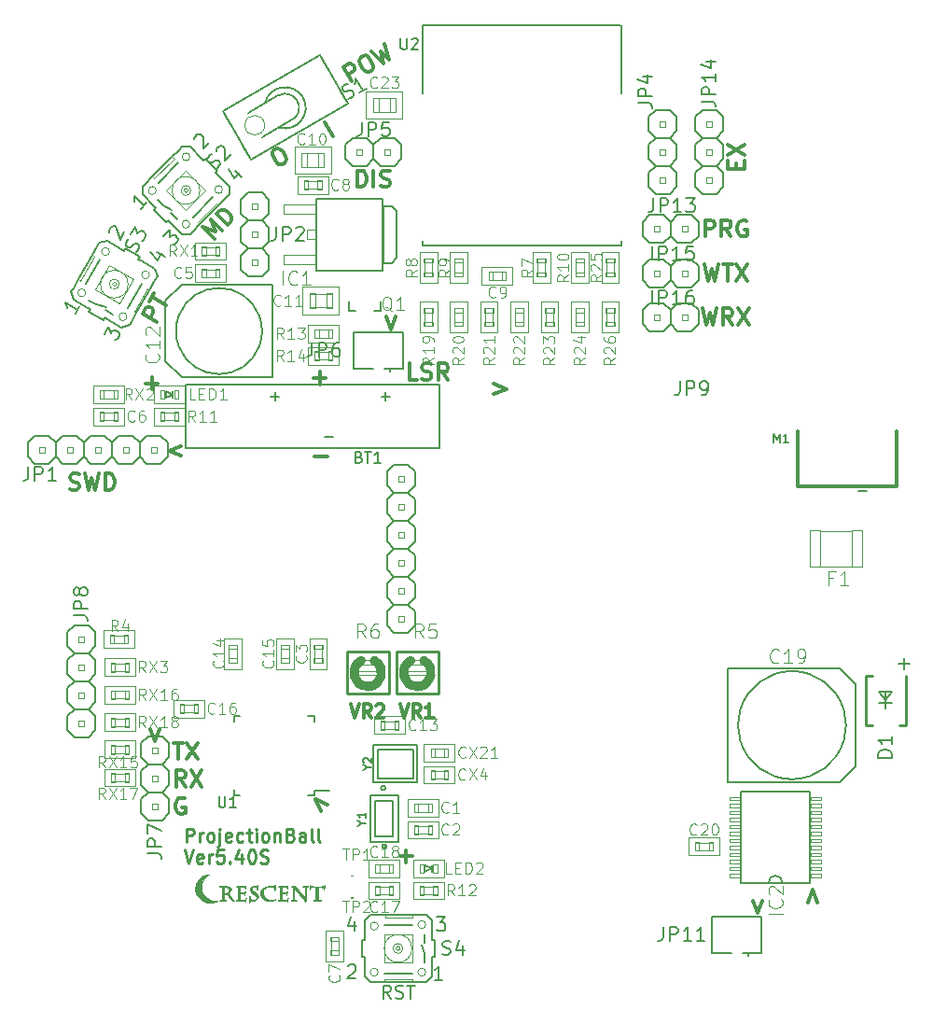
<source format=gto>
G04 #@! TF.FileFunction,Legend,Top*
%FSLAX46Y46*%
G04 Gerber Fmt 4.6, Leading zero omitted, Abs format (unit mm)*
G04 Created by KiCad (PCBNEW 4.0.1-stable) date 2017/06/17 11:06:08*
%MOMM*%
G01*
G04 APERTURE LIST*
%ADD10C,0.100000*%
%ADD11C,0.300000*%
%ADD12C,0.200000*%
%ADD13C,0.250000*%
%ADD14C,0.150000*%
%ADD15C,0.203200*%
%ADD16C,0.254000*%
%ADD17C,0.066040*%
%ADD18C,0.101600*%
%ADD19C,0.198120*%
%ADD20C,0.127000*%
%ADD21C,0.812800*%
%ADD22C,0.152400*%
%ADD23C,0.050800*%
%ADD24C,0.076200*%
%ADD25C,0.025400*%
%ADD26C,0.010000*%
%ADD27C,0.000001*%
G04 APERTURE END LIST*
D10*
D11*
X108678572Y-96607143D02*
X109821429Y-96607143D01*
X109142857Y-88928572D02*
X109142857Y-90071429D01*
X108571429Y-89500000D02*
X109714286Y-89500000D01*
X94355517Y-84424381D02*
X93056479Y-83674381D01*
X93342193Y-83179510D01*
X93475481Y-83091505D01*
X93573055Y-83065362D01*
X93732487Y-83074931D01*
X93918063Y-83182073D01*
X94006067Y-83315362D01*
X94032212Y-83412934D01*
X94022642Y-83572367D01*
X93736928Y-84067238D01*
X93699336Y-82560920D02*
X94127908Y-81818612D01*
X95212660Y-82939766D02*
X93913622Y-82189766D01*
X99595939Y-76863706D02*
X98535279Y-75803045D01*
X99646447Y-76207107D01*
X99242385Y-75095939D01*
X100303045Y-76156599D01*
X100808122Y-75651522D02*
X99747462Y-74590862D01*
X100000000Y-74338324D01*
X100202030Y-74237310D01*
X100404061Y-74237309D01*
X100555584Y-74287817D01*
X100808123Y-74439340D01*
X100959645Y-74590862D01*
X101111168Y-74843401D01*
X101161676Y-74994924D01*
X101161675Y-75196955D01*
X101060660Y-75398984D01*
X100808122Y-75651522D01*
X104965568Y-68860050D02*
X105213003Y-68717193D01*
X105372436Y-68707623D01*
X105567583Y-68759913D01*
X105772298Y-68971634D01*
X106022298Y-69404647D01*
X106103297Y-69687797D01*
X106051008Y-69882944D01*
X105963003Y-70016231D01*
X105715568Y-70159088D01*
X105556136Y-70168658D01*
X105360990Y-70116369D01*
X105156273Y-69904647D01*
X104906273Y-69471634D01*
X104825275Y-69188484D01*
X104877564Y-68993338D01*
X104965568Y-68860050D01*
X110339285Y-67587660D02*
X109589286Y-66288622D01*
X146892857Y-70535714D02*
X146892857Y-70035714D01*
X147678571Y-69821428D02*
X147678571Y-70535714D01*
X146178571Y-70535714D01*
X146178571Y-69821428D01*
X146178571Y-69321428D02*
X147678571Y-68321428D01*
X146178571Y-68321428D02*
X147678571Y-69321428D01*
X144107143Y-76678571D02*
X144107143Y-75178571D01*
X144678571Y-75178571D01*
X144821429Y-75250000D01*
X144892857Y-75321429D01*
X144964286Y-75464286D01*
X144964286Y-75678571D01*
X144892857Y-75821429D01*
X144821429Y-75892857D01*
X144678571Y-75964286D01*
X144107143Y-75964286D01*
X146464286Y-76678571D02*
X145964286Y-75964286D01*
X145607143Y-76678571D02*
X145607143Y-75178571D01*
X146178571Y-75178571D01*
X146321429Y-75250000D01*
X146392857Y-75321429D01*
X146464286Y-75464286D01*
X146464286Y-75678571D01*
X146392857Y-75821429D01*
X146321429Y-75892857D01*
X146178571Y-75964286D01*
X145607143Y-75964286D01*
X147892857Y-75250000D02*
X147750000Y-75178571D01*
X147535714Y-75178571D01*
X147321429Y-75250000D01*
X147178571Y-75392857D01*
X147107143Y-75535714D01*
X147035714Y-75821429D01*
X147035714Y-76035714D01*
X147107143Y-76321429D01*
X147178571Y-76464286D01*
X147321429Y-76607143D01*
X147535714Y-76678571D01*
X147678571Y-76678571D01*
X147892857Y-76607143D01*
X147964286Y-76535714D01*
X147964286Y-76035714D01*
X147678571Y-76035714D01*
X144071429Y-79178571D02*
X144428572Y-80678571D01*
X144714286Y-79607143D01*
X145000000Y-80678571D01*
X145357143Y-79178571D01*
X145714286Y-79178571D02*
X146571429Y-79178571D01*
X146142858Y-80678571D02*
X146142858Y-79178571D01*
X146928572Y-79178571D02*
X147928572Y-80678571D01*
X147928572Y-79178571D02*
X146928572Y-80678571D01*
X143892858Y-83178571D02*
X144250001Y-84678571D01*
X144535715Y-83607143D01*
X144821429Y-84678571D01*
X145178572Y-83178571D01*
X146607144Y-84678571D02*
X146107144Y-83964286D01*
X145750001Y-84678571D02*
X145750001Y-83178571D01*
X146321429Y-83178571D01*
X146464287Y-83250000D01*
X146535715Y-83321429D01*
X146607144Y-83464286D01*
X146607144Y-83678571D01*
X146535715Y-83821429D01*
X146464287Y-83892857D01*
X146321429Y-83964286D01*
X145750001Y-83964286D01*
X147107144Y-83178571D02*
X148107144Y-84678571D01*
X148107144Y-83178571D02*
X147107144Y-84678571D01*
X154321429Y-137071429D02*
X153892857Y-135928572D01*
X153464286Y-137071429D01*
X111928572Y-119092857D02*
X112328572Y-120292857D01*
X112728572Y-119092857D01*
X113814286Y-120292857D02*
X113414286Y-119721429D01*
X113128571Y-120292857D02*
X113128571Y-119092857D01*
X113585714Y-119092857D01*
X113700000Y-119150000D01*
X113757143Y-119207143D01*
X113814286Y-119321429D01*
X113814286Y-119492857D01*
X113757143Y-119607143D01*
X113700000Y-119664286D01*
X113585714Y-119721429D01*
X113128571Y-119721429D01*
X114271428Y-119207143D02*
X114328571Y-119150000D01*
X114442857Y-119092857D01*
X114728571Y-119092857D01*
X114842857Y-119150000D01*
X114900000Y-119207143D01*
X114957143Y-119321429D01*
X114957143Y-119435714D01*
X114900000Y-119607143D01*
X114214286Y-120292857D01*
X114957143Y-120292857D01*
X116428572Y-119092857D02*
X116828572Y-120292857D01*
X117228572Y-119092857D01*
X118314286Y-120292857D02*
X117914286Y-119721429D01*
X117628571Y-120292857D02*
X117628571Y-119092857D01*
X118085714Y-119092857D01*
X118200000Y-119150000D01*
X118257143Y-119207143D01*
X118314286Y-119321429D01*
X118314286Y-119492857D01*
X118257143Y-119607143D01*
X118200000Y-119664286D01*
X118085714Y-119721429D01*
X117628571Y-119721429D01*
X119457143Y-120292857D02*
X118771428Y-120292857D01*
X119114286Y-120292857D02*
X119114286Y-119092857D01*
X119000000Y-119264286D01*
X118885714Y-119378571D01*
X118771428Y-119435714D01*
X118000001Y-89678571D02*
X117285715Y-89678571D01*
X117285715Y-88178571D01*
X118428572Y-89607143D02*
X118642858Y-89678571D01*
X119000001Y-89678571D01*
X119142858Y-89607143D01*
X119214287Y-89535714D01*
X119285715Y-89392857D01*
X119285715Y-89250000D01*
X119214287Y-89107143D01*
X119142858Y-89035714D01*
X119000001Y-88964286D01*
X118714287Y-88892857D01*
X118571429Y-88821429D01*
X118500001Y-88750000D01*
X118428572Y-88607143D01*
X118428572Y-88464286D01*
X118500001Y-88321429D01*
X118571429Y-88250000D01*
X118714287Y-88178571D01*
X119071429Y-88178571D01*
X119285715Y-88250000D01*
X120785715Y-89678571D02*
X120285715Y-88964286D01*
X119928572Y-89678571D02*
X119928572Y-88178571D01*
X120500000Y-88178571D01*
X120642858Y-88250000D01*
X120714286Y-88321429D01*
X120785715Y-88464286D01*
X120785715Y-88678571D01*
X120714286Y-88821429D01*
X120642858Y-88892857D01*
X120500000Y-88964286D01*
X119928572Y-88964286D01*
X96892857Y-127650000D02*
X96750000Y-127578571D01*
X96535714Y-127578571D01*
X96321429Y-127650000D01*
X96178571Y-127792857D01*
X96107143Y-127935714D01*
X96035714Y-128221429D01*
X96035714Y-128435714D01*
X96107143Y-128721429D01*
X96178571Y-128864286D01*
X96321429Y-129007143D01*
X96535714Y-129078571D01*
X96678571Y-129078571D01*
X96892857Y-129007143D01*
X96964286Y-128935714D01*
X96964286Y-128435714D01*
X96678571Y-128435714D01*
X95857143Y-122578571D02*
X96714286Y-122578571D01*
X96285715Y-124078571D02*
X96285715Y-122578571D01*
X97071429Y-122578571D02*
X98071429Y-124078571D01*
X98071429Y-122578571D02*
X97071429Y-124078571D01*
X109881346Y-128176777D02*
X108770178Y-127671701D01*
X109275254Y-128782868D01*
X96950001Y-126578571D02*
X96450001Y-125864286D01*
X96092858Y-126578571D02*
X96092858Y-125078571D01*
X96664286Y-125078571D01*
X96807144Y-125150000D01*
X96878572Y-125221429D01*
X96950001Y-125364286D01*
X96950001Y-125578571D01*
X96878572Y-125721429D01*
X96807144Y-125792857D01*
X96664286Y-125864286D01*
X96092858Y-125864286D01*
X97450001Y-125078571D02*
X98450001Y-126578571D01*
X98450001Y-125078571D02*
X97450001Y-126578571D01*
D12*
X115592858Y-145792857D02*
X115192858Y-145221429D01*
X114907143Y-145792857D02*
X114907143Y-144592857D01*
X115364286Y-144592857D01*
X115478572Y-144650000D01*
X115535715Y-144707143D01*
X115592858Y-144821429D01*
X115592858Y-144992857D01*
X115535715Y-145107143D01*
X115478572Y-145164286D01*
X115364286Y-145221429D01*
X114907143Y-145221429D01*
X116050000Y-145735714D02*
X116221429Y-145792857D01*
X116507143Y-145792857D01*
X116621429Y-145735714D01*
X116678572Y-145678571D01*
X116735715Y-145564286D01*
X116735715Y-145450000D01*
X116678572Y-145335714D01*
X116621429Y-145278571D01*
X116507143Y-145221429D01*
X116278572Y-145164286D01*
X116164286Y-145107143D01*
X116107143Y-145050000D01*
X116050000Y-144935714D01*
X116050000Y-144821429D01*
X116107143Y-144707143D01*
X116164286Y-144650000D01*
X116278572Y-144592857D01*
X116564286Y-144592857D01*
X116735715Y-144650000D01*
X117078572Y-144592857D02*
X117764286Y-144592857D01*
X117421429Y-145792857D02*
X117421429Y-144592857D01*
D11*
X93892857Y-89428572D02*
X93892857Y-90571429D01*
X93321429Y-90000000D02*
X94464286Y-90000000D01*
X117571428Y-132892857D02*
X116428571Y-132892857D01*
X117000000Y-132321429D02*
X117000000Y-133464286D01*
X86464286Y-99607143D02*
X86678572Y-99678571D01*
X87035715Y-99678571D01*
X87178572Y-99607143D01*
X87250001Y-99535714D01*
X87321429Y-99392857D01*
X87321429Y-99250000D01*
X87250001Y-99107143D01*
X87178572Y-99035714D01*
X87035715Y-98964286D01*
X86750001Y-98892857D01*
X86607143Y-98821429D01*
X86535715Y-98750000D01*
X86464286Y-98607143D01*
X86464286Y-98464286D01*
X86535715Y-98321429D01*
X86607143Y-98250000D01*
X86750001Y-98178571D01*
X87107143Y-98178571D01*
X87321429Y-98250000D01*
X87821429Y-98178571D02*
X88178572Y-99678571D01*
X88464286Y-98607143D01*
X88750000Y-99678571D01*
X89107143Y-98178571D01*
X89678572Y-99678571D02*
X89678572Y-98178571D01*
X90035715Y-98178571D01*
X90250000Y-98250000D01*
X90392858Y-98392857D01*
X90464286Y-98535714D01*
X90535715Y-98821429D01*
X90535715Y-99035714D01*
X90464286Y-99321429D01*
X90392858Y-99464286D01*
X90250000Y-99607143D01*
X90035715Y-99678571D01*
X89678572Y-99678571D01*
X112076305Y-62605517D02*
X111326305Y-61306479D01*
X111821177Y-61020765D01*
X111980610Y-61011195D01*
X112078183Y-61037340D01*
X112211471Y-61125344D01*
X112318613Y-61310920D01*
X112328183Y-61470353D01*
X112302038Y-61567925D01*
X112214034Y-61701214D01*
X111719163Y-61986928D01*
X112872779Y-60413622D02*
X113120215Y-60270765D01*
X113279648Y-60261195D01*
X113474794Y-60313484D01*
X113679510Y-60525206D01*
X113929510Y-60958219D01*
X114010509Y-61241369D01*
X113958219Y-61436515D01*
X113870215Y-61569803D01*
X113622779Y-61712660D01*
X113463347Y-61722230D01*
X113268201Y-61669940D01*
X113063484Y-61458219D01*
X112813484Y-61025206D01*
X112732487Y-60742056D01*
X112784776Y-60546909D01*
X112872779Y-60413622D01*
X113862523Y-59842193D02*
X114921818Y-60962659D01*
X114633540Y-59891918D01*
X115416689Y-60676945D01*
X114975984Y-59199336D01*
X124928571Y-90921429D02*
X126071428Y-90492857D01*
X124928571Y-90064286D01*
X112535715Y-72178571D02*
X112535715Y-70678571D01*
X112892858Y-70678571D01*
X113107143Y-70750000D01*
X113250001Y-70892857D01*
X113321429Y-71035714D01*
X113392858Y-71321429D01*
X113392858Y-71535714D01*
X113321429Y-71821429D01*
X113250001Y-71964286D01*
X113107143Y-72107143D01*
X112892858Y-72178571D01*
X112535715Y-72178571D01*
X114035715Y-72178571D02*
X114035715Y-70678571D01*
X114678572Y-72107143D02*
X114892858Y-72178571D01*
X115250001Y-72178571D01*
X115392858Y-72107143D01*
X115464287Y-72035714D01*
X115535715Y-71892857D01*
X115535715Y-71750000D01*
X115464287Y-71607143D01*
X115392858Y-71535714D01*
X115250001Y-71464286D01*
X114964287Y-71392857D01*
X114821429Y-71321429D01*
X114750001Y-71250000D01*
X114678572Y-71107143D01*
X114678572Y-70964286D01*
X114750001Y-70821429D01*
X114821429Y-70750000D01*
X114964287Y-70678571D01*
X115321429Y-70678571D01*
X115535715Y-70750000D01*
X96571429Y-95678571D02*
X95428572Y-96107143D01*
X96571429Y-96535714D01*
X115178571Y-83928571D02*
X115607143Y-85071428D01*
X116035714Y-83928571D01*
X93778571Y-121328571D02*
X94207143Y-122471428D01*
X94635714Y-121328571D01*
X148428571Y-136928571D02*
X148857143Y-138071428D01*
X149285714Y-136928571D01*
D13*
X97035714Y-131577857D02*
X97035714Y-130377857D01*
X97492857Y-130377857D01*
X97607143Y-130435000D01*
X97664286Y-130492143D01*
X97721429Y-130606429D01*
X97721429Y-130777857D01*
X97664286Y-130892143D01*
X97607143Y-130949286D01*
X97492857Y-131006429D01*
X97035714Y-131006429D01*
X98235714Y-131577857D02*
X98235714Y-130777857D01*
X98235714Y-131006429D02*
X98292857Y-130892143D01*
X98350000Y-130835000D01*
X98464286Y-130777857D01*
X98578571Y-130777857D01*
X99150000Y-131577857D02*
X99035714Y-131520714D01*
X98978571Y-131463571D01*
X98921428Y-131349286D01*
X98921428Y-131006429D01*
X98978571Y-130892143D01*
X99035714Y-130835000D01*
X99150000Y-130777857D01*
X99321428Y-130777857D01*
X99435714Y-130835000D01*
X99492857Y-130892143D01*
X99550000Y-131006429D01*
X99550000Y-131349286D01*
X99492857Y-131463571D01*
X99435714Y-131520714D01*
X99321428Y-131577857D01*
X99150000Y-131577857D01*
X100064285Y-130777857D02*
X100064285Y-131806429D01*
X100007142Y-131920714D01*
X99892857Y-131977857D01*
X99835714Y-131977857D01*
X100064285Y-130377857D02*
X100007142Y-130435000D01*
X100064285Y-130492143D01*
X100121428Y-130435000D01*
X100064285Y-130377857D01*
X100064285Y-130492143D01*
X101092857Y-131520714D02*
X100978571Y-131577857D01*
X100750000Y-131577857D01*
X100635714Y-131520714D01*
X100578571Y-131406429D01*
X100578571Y-130949286D01*
X100635714Y-130835000D01*
X100750000Y-130777857D01*
X100978571Y-130777857D01*
X101092857Y-130835000D01*
X101150000Y-130949286D01*
X101150000Y-131063571D01*
X100578571Y-131177857D01*
X102178571Y-131520714D02*
X102064285Y-131577857D01*
X101835714Y-131577857D01*
X101721428Y-131520714D01*
X101664285Y-131463571D01*
X101607142Y-131349286D01*
X101607142Y-131006429D01*
X101664285Y-130892143D01*
X101721428Y-130835000D01*
X101835714Y-130777857D01*
X102064285Y-130777857D01*
X102178571Y-130835000D01*
X102521428Y-130777857D02*
X102978571Y-130777857D01*
X102692856Y-130377857D02*
X102692856Y-131406429D01*
X102749999Y-131520714D01*
X102864285Y-131577857D01*
X102978571Y-131577857D01*
X103378570Y-131577857D02*
X103378570Y-130777857D01*
X103378570Y-130377857D02*
X103321427Y-130435000D01*
X103378570Y-130492143D01*
X103435713Y-130435000D01*
X103378570Y-130377857D01*
X103378570Y-130492143D01*
X104121428Y-131577857D02*
X104007142Y-131520714D01*
X103949999Y-131463571D01*
X103892856Y-131349286D01*
X103892856Y-131006429D01*
X103949999Y-130892143D01*
X104007142Y-130835000D01*
X104121428Y-130777857D01*
X104292856Y-130777857D01*
X104407142Y-130835000D01*
X104464285Y-130892143D01*
X104521428Y-131006429D01*
X104521428Y-131349286D01*
X104464285Y-131463571D01*
X104407142Y-131520714D01*
X104292856Y-131577857D01*
X104121428Y-131577857D01*
X105035713Y-130777857D02*
X105035713Y-131577857D01*
X105035713Y-130892143D02*
X105092856Y-130835000D01*
X105207142Y-130777857D01*
X105378570Y-130777857D01*
X105492856Y-130835000D01*
X105549999Y-130949286D01*
X105549999Y-131577857D01*
X106521427Y-130949286D02*
X106692856Y-131006429D01*
X106749999Y-131063571D01*
X106807142Y-131177857D01*
X106807142Y-131349286D01*
X106749999Y-131463571D01*
X106692856Y-131520714D01*
X106578570Y-131577857D01*
X106121427Y-131577857D01*
X106121427Y-130377857D01*
X106521427Y-130377857D01*
X106635713Y-130435000D01*
X106692856Y-130492143D01*
X106749999Y-130606429D01*
X106749999Y-130720714D01*
X106692856Y-130835000D01*
X106635713Y-130892143D01*
X106521427Y-130949286D01*
X106121427Y-130949286D01*
X107835713Y-131577857D02*
X107835713Y-130949286D01*
X107778570Y-130835000D01*
X107664284Y-130777857D01*
X107435713Y-130777857D01*
X107321427Y-130835000D01*
X107835713Y-131520714D02*
X107721427Y-131577857D01*
X107435713Y-131577857D01*
X107321427Y-131520714D01*
X107264284Y-131406429D01*
X107264284Y-131292143D01*
X107321427Y-131177857D01*
X107435713Y-131120714D01*
X107721427Y-131120714D01*
X107835713Y-131063571D01*
X108578570Y-131577857D02*
X108464284Y-131520714D01*
X108407141Y-131406429D01*
X108407141Y-130377857D01*
X109207141Y-131577857D02*
X109092855Y-131520714D01*
X109035712Y-131406429D01*
X109035712Y-130377857D01*
X96864286Y-132307857D02*
X97264286Y-133507857D01*
X97664286Y-132307857D01*
X98521428Y-133450714D02*
X98407142Y-133507857D01*
X98178571Y-133507857D01*
X98064285Y-133450714D01*
X98007142Y-133336429D01*
X98007142Y-132879286D01*
X98064285Y-132765000D01*
X98178571Y-132707857D01*
X98407142Y-132707857D01*
X98521428Y-132765000D01*
X98578571Y-132879286D01*
X98578571Y-132993571D01*
X98007142Y-133107857D01*
X99092856Y-133507857D02*
X99092856Y-132707857D01*
X99092856Y-132936429D02*
X99149999Y-132822143D01*
X99207142Y-132765000D01*
X99321428Y-132707857D01*
X99435713Y-132707857D01*
X100407142Y-132307857D02*
X99835713Y-132307857D01*
X99778570Y-132879286D01*
X99835713Y-132822143D01*
X99949999Y-132765000D01*
X100235713Y-132765000D01*
X100349999Y-132822143D01*
X100407142Y-132879286D01*
X100464285Y-132993571D01*
X100464285Y-133279286D01*
X100407142Y-133393571D01*
X100349999Y-133450714D01*
X100235713Y-133507857D01*
X99949999Y-133507857D01*
X99835713Y-133450714D01*
X99778570Y-133393571D01*
X100978570Y-133393571D02*
X101035713Y-133450714D01*
X100978570Y-133507857D01*
X100921427Y-133450714D01*
X100978570Y-133393571D01*
X100978570Y-133507857D01*
X102064285Y-132707857D02*
X102064285Y-133507857D01*
X101778571Y-132250714D02*
X101492856Y-133107857D01*
X102235714Y-133107857D01*
X102921428Y-132307857D02*
X103035713Y-132307857D01*
X103149999Y-132365000D01*
X103207142Y-132422143D01*
X103264285Y-132536429D01*
X103321428Y-132765000D01*
X103321428Y-133050714D01*
X103264285Y-133279286D01*
X103207142Y-133393571D01*
X103149999Y-133450714D01*
X103035713Y-133507857D01*
X102921428Y-133507857D01*
X102807142Y-133450714D01*
X102749999Y-133393571D01*
X102692856Y-133279286D01*
X102635713Y-133050714D01*
X102635713Y-132765000D01*
X102692856Y-132536429D01*
X102749999Y-132422143D01*
X102807142Y-132365000D01*
X102921428Y-132307857D01*
X103778570Y-133450714D02*
X103949999Y-133507857D01*
X104235713Y-133507857D01*
X104349999Y-133450714D01*
X104407142Y-133393571D01*
X104464285Y-133279286D01*
X104464285Y-133165000D01*
X104407142Y-133050714D01*
X104349999Y-132993571D01*
X104235713Y-132936429D01*
X104007142Y-132879286D01*
X103892856Y-132822143D01*
X103835713Y-132765000D01*
X103778570Y-132650714D01*
X103778570Y-132536429D01*
X103835713Y-132422143D01*
X103892856Y-132365000D01*
X104007142Y-132307857D01*
X104292856Y-132307857D01*
X104464285Y-132365000D01*
D14*
X148000000Y-141600000D02*
X148000000Y-141900000D01*
X146500000Y-141700000D02*
X144700000Y-141700000D01*
X149200000Y-141700000D02*
X147500000Y-141700000D01*
X149200000Y-141700000D02*
X149200000Y-138400000D01*
X149200000Y-138400000D02*
X144700000Y-138400000D01*
X144700000Y-138400000D02*
X144700000Y-141700000D01*
D15*
X114000000Y-126200000D02*
X118000000Y-126200000D01*
X118000000Y-126200000D02*
X118000000Y-122800000D01*
X118000000Y-122800000D02*
X114000000Y-122800000D01*
X114000000Y-122800000D02*
X114000000Y-126200000D01*
X115100000Y-126700000D02*
G75*
G03X115100000Y-126700000I-200000J0D01*
G01*
X117600000Y-123200000D02*
X114400000Y-123200000D01*
X114400000Y-123200000D02*
X114400000Y-125800000D01*
X114400000Y-125800000D02*
X117600000Y-125800000D01*
X117600000Y-125800000D02*
X117600000Y-123200000D01*
D14*
X120000000Y-95900000D02*
X120000000Y-90100000D01*
X120000000Y-90100000D02*
X97000000Y-90100000D01*
X97000000Y-90100000D02*
X97000000Y-95900000D01*
X108500000Y-95900000D02*
X97000000Y-95900000D01*
X108500000Y-95900000D02*
X120000000Y-95900000D01*
X162200000Y-115950000D02*
X162200000Y-114950000D01*
X161100000Y-117950000D02*
X160500000Y-118750000D01*
X160500000Y-117850000D02*
X160500000Y-119450000D01*
X159900000Y-118950000D02*
X161100000Y-118950000D01*
X160500000Y-118750000D02*
X159900000Y-117950000D01*
X159900000Y-117950000D02*
X161100000Y-117950000D01*
X161700000Y-115450000D02*
X162700000Y-115450000D01*
D16*
X158676280Y-120997900D02*
X158676280Y-116502100D01*
X162323720Y-116502100D02*
X162323720Y-120997900D01*
X158676280Y-120997900D02*
X159250320Y-120997900D01*
X162323720Y-120997900D02*
X161749680Y-120997900D01*
X158676280Y-116502100D02*
X159250320Y-116502100D01*
D17*
X117702440Y-130898780D02*
X118050420Y-130898780D01*
X118050420Y-130898780D02*
X118050420Y-130101220D01*
X117702440Y-130101220D02*
X118050420Y-130101220D01*
X117702440Y-130898780D02*
X117702440Y-130101220D01*
X118949580Y-130898780D02*
X119297560Y-130898780D01*
X119297560Y-130898780D02*
X119297560Y-130101220D01*
X118949580Y-130101220D02*
X119297560Y-130101220D01*
X118949580Y-130898780D02*
X118949580Y-130101220D01*
X117100460Y-131297560D02*
X119899540Y-131297560D01*
X119899540Y-131297560D02*
X119899540Y-129702440D01*
X117100460Y-129702440D02*
X119899540Y-129702440D01*
X117100460Y-131297560D02*
X117100460Y-129702440D01*
D18*
X117776100Y-130152020D02*
X119223900Y-130152020D01*
X119223900Y-130847980D02*
X117776100Y-130847980D01*
D17*
X117702440Y-128898780D02*
X118050420Y-128898780D01*
X118050420Y-128898780D02*
X118050420Y-128101220D01*
X117702440Y-128101220D02*
X118050420Y-128101220D01*
X117702440Y-128898780D02*
X117702440Y-128101220D01*
X118949580Y-128898780D02*
X119297560Y-128898780D01*
X119297560Y-128898780D02*
X119297560Y-128101220D01*
X118949580Y-128101220D02*
X119297560Y-128101220D01*
X118949580Y-128898780D02*
X118949580Y-128101220D01*
X117100460Y-129297560D02*
X119899540Y-129297560D01*
X119899540Y-129297560D02*
X119899540Y-127702440D01*
X117100460Y-127702440D02*
X119899540Y-127702440D01*
X117100460Y-129297560D02*
X117100460Y-127702440D01*
D18*
X117776100Y-128152020D02*
X119223900Y-128152020D01*
X119223900Y-128847980D02*
X117776100Y-128847980D01*
D17*
X110101220Y-140202440D02*
X110101220Y-140550420D01*
X110101220Y-140550420D02*
X110898780Y-140550420D01*
X110898780Y-140202440D02*
X110898780Y-140550420D01*
X110101220Y-140202440D02*
X110898780Y-140202440D01*
X110101220Y-141449580D02*
X110101220Y-141797560D01*
X110101220Y-141797560D02*
X110898780Y-141797560D01*
X110898780Y-141449580D02*
X110898780Y-141797560D01*
X110101220Y-141449580D02*
X110898780Y-141449580D01*
X109702440Y-139600460D02*
X109702440Y-142399540D01*
X109702440Y-142399540D02*
X111297560Y-142399540D01*
X111297560Y-139600460D02*
X111297560Y-142399540D01*
X109702440Y-139600460D02*
X111297560Y-139600460D01*
D18*
X110847980Y-140276100D02*
X110847980Y-141723900D01*
X110152020Y-141723900D02*
X110152020Y-140276100D01*
D17*
X107702440Y-72398780D02*
X108050420Y-72398780D01*
X108050420Y-72398780D02*
X108050420Y-71601220D01*
X107702440Y-71601220D02*
X108050420Y-71601220D01*
X107702440Y-72398780D02*
X107702440Y-71601220D01*
X108949580Y-72398780D02*
X109297560Y-72398780D01*
X109297560Y-72398780D02*
X109297560Y-71601220D01*
X108949580Y-71601220D02*
X109297560Y-71601220D01*
X108949580Y-72398780D02*
X108949580Y-71601220D01*
X107100460Y-72797560D02*
X109899540Y-72797560D01*
X109899540Y-72797560D02*
X109899540Y-71202440D01*
X107100460Y-71202440D02*
X109899540Y-71202440D01*
X107100460Y-72797560D02*
X107100460Y-71202440D01*
D18*
X107776100Y-71652020D02*
X109223900Y-71652020D01*
X109223900Y-72347980D02*
X107776100Y-72347980D01*
D17*
X126047560Y-79851220D02*
X125699580Y-79851220D01*
X125699580Y-79851220D02*
X125699580Y-80648780D01*
X126047560Y-80648780D02*
X125699580Y-80648780D01*
X126047560Y-79851220D02*
X126047560Y-80648780D01*
X124800420Y-79851220D02*
X124452440Y-79851220D01*
X124452440Y-79851220D02*
X124452440Y-80648780D01*
X124800420Y-80648780D02*
X124452440Y-80648780D01*
X124800420Y-79851220D02*
X124800420Y-80648780D01*
X126649540Y-79452440D02*
X123850460Y-79452440D01*
X123850460Y-79452440D02*
X123850460Y-81047560D01*
X126649540Y-81047560D02*
X123850460Y-81047560D01*
X126649540Y-79452440D02*
X126649540Y-81047560D01*
D18*
X125973900Y-80597980D02*
X124526100Y-80597980D01*
X124526100Y-79902020D02*
X125973900Y-79902020D01*
D17*
X105843800Y-73782200D02*
X105843800Y-74645800D01*
X105843800Y-74645800D02*
X108739400Y-74645800D01*
X108739400Y-73782200D02*
X108739400Y-74645800D01*
X105843800Y-73782200D02*
X108739400Y-73782200D01*
X105843800Y-78354200D02*
X105843800Y-79217800D01*
X105843800Y-79217800D02*
X108739400Y-79217800D01*
X108739400Y-78354200D02*
X108739400Y-79217800D01*
X105843800Y-78354200D02*
X108739400Y-78354200D01*
X107977400Y-76068200D02*
X107977400Y-76931800D01*
X107977400Y-76931800D02*
X108739400Y-76931800D01*
X108739400Y-76068200D02*
X108739400Y-76931800D01*
X107977400Y-76068200D02*
X108739400Y-76068200D01*
D15*
X114835400Y-79776600D02*
X108841000Y-79776600D01*
X108841000Y-79776600D02*
X108841000Y-73223400D01*
X108841000Y-73223400D02*
X114835400Y-73223400D01*
X114832860Y-73223400D02*
X114832860Y-79776600D01*
X114937000Y-73934600D02*
X115648200Y-73934600D01*
X115648200Y-73934600D02*
X116105400Y-74391800D01*
X116105400Y-74391800D02*
X116105400Y-78608200D01*
X116105400Y-78608200D02*
X115648200Y-79065400D01*
X115648200Y-79065400D02*
X114937000Y-79065400D01*
X114937000Y-79065400D02*
X114937000Y-73934600D01*
D19*
X114937000Y-73934600D02*
X115648200Y-73934600D01*
X115648200Y-73934600D02*
X116105400Y-74391800D01*
X116105400Y-74391800D02*
X116105400Y-78608200D01*
X116105400Y-78608200D02*
X115648200Y-79065400D01*
X115648200Y-79065400D02*
X114937000Y-79065400D01*
X114937000Y-79065400D02*
X114937000Y-73934600D01*
D17*
X94702440Y-91398780D02*
X95050420Y-91398780D01*
X95050420Y-91398780D02*
X95050420Y-90601220D01*
X94702440Y-90601220D02*
X95050420Y-90601220D01*
X94702440Y-91398780D02*
X94702440Y-90601220D01*
X95949580Y-91398780D02*
X96297560Y-91398780D01*
X96297560Y-91398780D02*
X96297560Y-90601220D01*
X95949580Y-90601220D02*
X96297560Y-90601220D01*
X95949580Y-91398780D02*
X95949580Y-90601220D01*
X94100460Y-91797560D02*
X96899540Y-91797560D01*
X96899540Y-91797560D02*
X96899540Y-90202440D01*
X94100460Y-90202440D02*
X96899540Y-90202440D01*
X94100460Y-91797560D02*
X94100460Y-90202440D01*
D20*
X95817500Y-90682500D02*
X95817500Y-91317500D01*
X95817500Y-91000000D02*
X95182500Y-90682500D01*
X95182500Y-90682500D02*
X95182500Y-91317500D01*
X95182500Y-91317500D02*
X95817500Y-91000000D01*
D17*
X118202440Y-134398780D02*
X118550420Y-134398780D01*
X118550420Y-134398780D02*
X118550420Y-133601220D01*
X118202440Y-133601220D02*
X118550420Y-133601220D01*
X118202440Y-134398780D02*
X118202440Y-133601220D01*
X119449580Y-134398780D02*
X119797560Y-134398780D01*
X119797560Y-134398780D02*
X119797560Y-133601220D01*
X119449580Y-133601220D02*
X119797560Y-133601220D01*
X119449580Y-134398780D02*
X119449580Y-133601220D01*
X117600460Y-134797560D02*
X120399540Y-134797560D01*
X120399540Y-134797560D02*
X120399540Y-133202440D01*
X117600460Y-133202440D02*
X120399540Y-133202440D01*
X117600460Y-134797560D02*
X117600460Y-133202440D01*
D20*
X119317500Y-133682500D02*
X119317500Y-134317500D01*
X119317500Y-134000000D02*
X118682500Y-133682500D01*
X118682500Y-133682500D02*
X118682500Y-134317500D01*
X118682500Y-134317500D02*
X119317500Y-134000000D01*
D17*
X118647700Y-115101920D02*
X117352300Y-115101920D01*
X117352300Y-115101920D02*
X117352300Y-115500700D01*
X118647700Y-115500700D02*
X117352300Y-115500700D01*
X118647700Y-115101920D02*
X118647700Y-115500700D01*
X119049020Y-116100140D02*
X116950980Y-116100140D01*
X116950980Y-116100140D02*
X116950980Y-116399860D01*
X119049020Y-116399860D02*
X116950980Y-116399860D01*
X119049020Y-116100140D02*
X119049020Y-116399860D01*
D16*
X119899920Y-118149920D02*
X119899920Y-114350080D01*
X119899920Y-114350080D02*
X116100080Y-114350080D01*
X116100080Y-114350080D02*
X116100080Y-118149920D01*
X116100080Y-118149920D02*
X119899920Y-118149920D01*
X119899920Y-115101920D02*
X119899920Y-118149920D01*
X119899920Y-118149920D02*
X119348740Y-118149920D01*
X116100080Y-115101920D02*
X116100080Y-118149920D01*
X116100080Y-118149920D02*
X116651260Y-118149920D01*
D21*
X117398331Y-115151398D02*
G75*
G03X118599440Y-115150180I601669J-1098602D01*
G01*
D17*
X128851220Y-78702440D02*
X128851220Y-79050420D01*
X128851220Y-79050420D02*
X129648780Y-79050420D01*
X129648780Y-78702440D02*
X129648780Y-79050420D01*
X128851220Y-78702440D02*
X129648780Y-78702440D01*
X128851220Y-79949580D02*
X128851220Y-80297560D01*
X128851220Y-80297560D02*
X129648780Y-80297560D01*
X129648780Y-79949580D02*
X129648780Y-80297560D01*
X128851220Y-79949580D02*
X129648780Y-79949580D01*
X128452440Y-78100460D02*
X128452440Y-80899540D01*
X128452440Y-80899540D02*
X130047560Y-80899540D01*
X130047560Y-78100460D02*
X130047560Y-80899540D01*
X128452440Y-78100460D02*
X130047560Y-78100460D01*
D18*
X129597980Y-78776100D02*
X129597980Y-80223900D01*
X128902020Y-80223900D02*
X128902020Y-78776100D01*
D17*
X119398780Y-80297560D02*
X119398780Y-79949580D01*
X119398780Y-79949580D02*
X118601220Y-79949580D01*
X118601220Y-80297560D02*
X118601220Y-79949580D01*
X119398780Y-80297560D02*
X118601220Y-80297560D01*
X119398780Y-79050420D02*
X119398780Y-78702440D01*
X119398780Y-78702440D02*
X118601220Y-78702440D01*
X118601220Y-79050420D02*
X118601220Y-78702440D01*
X119398780Y-79050420D02*
X118601220Y-79050420D01*
X119797560Y-80899540D02*
X119797560Y-78100460D01*
X119797560Y-78100460D02*
X118202440Y-78100460D01*
X118202440Y-80899540D02*
X118202440Y-78100460D01*
X119797560Y-80899540D02*
X118202440Y-80899540D01*
D18*
X118652020Y-80223900D02*
X118652020Y-78776100D01*
X119347980Y-78776100D02*
X119347980Y-80223900D01*
D17*
X122148780Y-80297560D02*
X122148780Y-79949580D01*
X122148780Y-79949580D02*
X121351220Y-79949580D01*
X121351220Y-80297560D02*
X121351220Y-79949580D01*
X122148780Y-80297560D02*
X121351220Y-80297560D01*
X122148780Y-79050420D02*
X122148780Y-78702440D01*
X122148780Y-78702440D02*
X121351220Y-78702440D01*
X121351220Y-79050420D02*
X121351220Y-78702440D01*
X122148780Y-79050420D02*
X121351220Y-79050420D01*
X122547560Y-80899540D02*
X122547560Y-78100460D01*
X122547560Y-78100460D02*
X120952440Y-78100460D01*
X120952440Y-80899540D02*
X120952440Y-78100460D01*
X122547560Y-80899540D02*
X120952440Y-80899540D01*
D18*
X121402020Y-80223900D02*
X121402020Y-78776100D01*
X122097980Y-78776100D02*
X122097980Y-80223900D01*
D17*
X133148780Y-80297560D02*
X133148780Y-79949580D01*
X133148780Y-79949580D02*
X132351220Y-79949580D01*
X132351220Y-80297560D02*
X132351220Y-79949580D01*
X133148780Y-80297560D02*
X132351220Y-80297560D01*
X133148780Y-79050420D02*
X133148780Y-78702440D01*
X133148780Y-78702440D02*
X132351220Y-78702440D01*
X132351220Y-79050420D02*
X132351220Y-78702440D01*
X133148780Y-79050420D02*
X132351220Y-79050420D01*
X133547560Y-80899540D02*
X133547560Y-78100460D01*
X133547560Y-78100460D02*
X131952440Y-78100460D01*
X131952440Y-80899540D02*
X131952440Y-78100460D01*
X133547560Y-80899540D02*
X131952440Y-80899540D01*
D18*
X132402020Y-80223900D02*
X132402020Y-78776100D01*
X133097980Y-78776100D02*
X133097980Y-80223900D01*
D17*
X96297560Y-92601220D02*
X95949580Y-92601220D01*
X95949580Y-92601220D02*
X95949580Y-93398780D01*
X96297560Y-93398780D02*
X95949580Y-93398780D01*
X96297560Y-92601220D02*
X96297560Y-93398780D01*
X95050420Y-92601220D02*
X94702440Y-92601220D01*
X94702440Y-92601220D02*
X94702440Y-93398780D01*
X95050420Y-93398780D02*
X94702440Y-93398780D01*
X95050420Y-92601220D02*
X95050420Y-93398780D01*
X96899540Y-92202440D02*
X94100460Y-92202440D01*
X94100460Y-92202440D02*
X94100460Y-93797560D01*
X96899540Y-93797560D02*
X94100460Y-93797560D01*
X96899540Y-92202440D02*
X96899540Y-93797560D01*
D18*
X96223900Y-93347980D02*
X94776100Y-93347980D01*
X94776100Y-92652020D02*
X96223900Y-92652020D01*
D17*
X119797560Y-135601220D02*
X119449580Y-135601220D01*
X119449580Y-135601220D02*
X119449580Y-136398780D01*
X119797560Y-136398780D02*
X119449580Y-136398780D01*
X119797560Y-135601220D02*
X119797560Y-136398780D01*
X118550420Y-135601220D02*
X118202440Y-135601220D01*
X118202440Y-135601220D02*
X118202440Y-136398780D01*
X118550420Y-136398780D02*
X118202440Y-136398780D01*
X118550420Y-135601220D02*
X118550420Y-136398780D01*
X120399540Y-135202440D02*
X117600460Y-135202440D01*
X117600460Y-135202440D02*
X117600460Y-136797560D01*
X120399540Y-136797560D02*
X117600460Y-136797560D01*
X120399540Y-135202440D02*
X120399540Y-136797560D01*
D18*
X119723900Y-136347980D02*
X118276100Y-136347980D01*
X118276100Y-135652020D02*
X119723900Y-135652020D01*
D17*
X108702440Y-85898780D02*
X109050420Y-85898780D01*
X109050420Y-85898780D02*
X109050420Y-85101220D01*
X108702440Y-85101220D02*
X109050420Y-85101220D01*
X108702440Y-85898780D02*
X108702440Y-85101220D01*
X109949580Y-85898780D02*
X110297560Y-85898780D01*
X110297560Y-85898780D02*
X110297560Y-85101220D01*
X109949580Y-85101220D02*
X110297560Y-85101220D01*
X109949580Y-85898780D02*
X109949580Y-85101220D01*
X108100460Y-86297560D02*
X110899540Y-86297560D01*
X110899540Y-86297560D02*
X110899540Y-84702440D01*
X108100460Y-84702440D02*
X110899540Y-84702440D01*
X108100460Y-86297560D02*
X108100460Y-84702440D01*
D18*
X108776100Y-85152020D02*
X110223900Y-85152020D01*
X110223900Y-85847980D02*
X108776100Y-85847980D01*
D17*
X110297560Y-87101220D02*
X109949580Y-87101220D01*
X109949580Y-87101220D02*
X109949580Y-87898780D01*
X110297560Y-87898780D02*
X109949580Y-87898780D01*
X110297560Y-87101220D02*
X110297560Y-87898780D01*
X109050420Y-87101220D02*
X108702440Y-87101220D01*
X108702440Y-87101220D02*
X108702440Y-87898780D01*
X109050420Y-87898780D02*
X108702440Y-87898780D01*
X109050420Y-87101220D02*
X109050420Y-87898780D01*
X110899540Y-86702440D02*
X108100460Y-86702440D01*
X108100460Y-86702440D02*
X108100460Y-88297560D01*
X110899540Y-88297560D02*
X108100460Y-88297560D01*
X110899540Y-86702440D02*
X110899540Y-88297560D01*
D18*
X110223900Y-87847980D02*
X108776100Y-87847980D01*
X108776100Y-87152020D02*
X110223900Y-87152020D01*
D17*
X118601220Y-83202440D02*
X118601220Y-83550420D01*
X118601220Y-83550420D02*
X119398780Y-83550420D01*
X119398780Y-83202440D02*
X119398780Y-83550420D01*
X118601220Y-83202440D02*
X119398780Y-83202440D01*
X118601220Y-84449580D02*
X118601220Y-84797560D01*
X118601220Y-84797560D02*
X119398780Y-84797560D01*
X119398780Y-84449580D02*
X119398780Y-84797560D01*
X118601220Y-84449580D02*
X119398780Y-84449580D01*
X118202440Y-82600460D02*
X118202440Y-85399540D01*
X118202440Y-85399540D02*
X119797560Y-85399540D01*
X119797560Y-82600460D02*
X119797560Y-85399540D01*
X118202440Y-82600460D02*
X119797560Y-82600460D01*
D18*
X119347980Y-83276100D02*
X119347980Y-84723900D01*
X118652020Y-84723900D02*
X118652020Y-83276100D01*
D15*
X100330591Y-65340295D02*
X109129409Y-60260295D01*
X109129409Y-60260295D02*
X111669409Y-64659705D01*
X111669409Y-64659705D02*
X102870591Y-69739705D01*
X102870591Y-69739705D02*
X100330591Y-65340295D01*
X102615369Y-65487648D02*
X105365000Y-63900148D01*
X103885369Y-67687352D02*
X106635000Y-66099852D01*
X100965591Y-66440148D02*
X100330591Y-65340295D01*
X102870591Y-69739705D02*
X102235591Y-68639852D01*
X111034409Y-63559852D02*
X111669409Y-64659705D01*
X109129409Y-60260295D02*
X109764409Y-61360148D01*
D18*
X104148394Y-66587500D02*
G75*
G03X104148394Y-66587500I-898025J0D01*
G01*
D15*
X106635000Y-66099852D02*
G75*
G03X105365000Y-63900148I-635000J1099852D01*
G01*
X105483718Y-66800298D02*
G75*
G03X104173690Y-64585018I516282J1800298D01*
G01*
D17*
X86714000Y-95746000D02*
X86206000Y-95746000D01*
X86206000Y-95746000D02*
X86206000Y-96254000D01*
X86714000Y-96254000D02*
X86206000Y-96254000D01*
X86714000Y-95746000D02*
X86714000Y-96254000D01*
X89254000Y-95746000D02*
X88746000Y-95746000D01*
X88746000Y-95746000D02*
X88746000Y-96254000D01*
X89254000Y-96254000D02*
X88746000Y-96254000D01*
X89254000Y-95746000D02*
X89254000Y-96254000D01*
X91794000Y-95746000D02*
X91286000Y-95746000D01*
X91286000Y-95746000D02*
X91286000Y-96254000D01*
X91794000Y-96254000D02*
X91286000Y-96254000D01*
X91794000Y-95746000D02*
X91794000Y-96254000D01*
X94334000Y-95746000D02*
X93826000Y-95746000D01*
X93826000Y-95746000D02*
X93826000Y-96254000D01*
X94334000Y-96254000D02*
X93826000Y-96254000D01*
X94334000Y-95746000D02*
X94334000Y-96254000D01*
X84174000Y-95746000D02*
X83666000Y-95746000D01*
X83666000Y-95746000D02*
X83666000Y-96254000D01*
X84174000Y-96254000D02*
X83666000Y-96254000D01*
X84174000Y-95746000D02*
X84174000Y-96254000D01*
D22*
X87095000Y-97270000D02*
X85825000Y-97270000D01*
X85825000Y-97270000D02*
X85190000Y-96635000D01*
X85190000Y-96635000D02*
X85190000Y-95365000D01*
X85190000Y-95365000D02*
X85825000Y-94730000D01*
X90270000Y-96635000D02*
X89635000Y-97270000D01*
X89635000Y-97270000D02*
X88365000Y-97270000D01*
X88365000Y-97270000D02*
X87730000Y-96635000D01*
X87730000Y-96635000D02*
X87730000Y-95365000D01*
X87730000Y-95365000D02*
X88365000Y-94730000D01*
X88365000Y-94730000D02*
X89635000Y-94730000D01*
X89635000Y-94730000D02*
X90270000Y-95365000D01*
X87095000Y-97270000D02*
X87730000Y-96635000D01*
X87730000Y-95365000D02*
X87095000Y-94730000D01*
X85825000Y-94730000D02*
X87095000Y-94730000D01*
X94715000Y-97270000D02*
X93445000Y-97270000D01*
X93445000Y-97270000D02*
X92810000Y-96635000D01*
X92810000Y-96635000D02*
X92810000Y-95365000D01*
X92810000Y-95365000D02*
X93445000Y-94730000D01*
X92810000Y-96635000D02*
X92175000Y-97270000D01*
X92175000Y-97270000D02*
X90905000Y-97270000D01*
X90905000Y-97270000D02*
X90270000Y-96635000D01*
X90270000Y-96635000D02*
X90270000Y-95365000D01*
X90270000Y-95365000D02*
X90905000Y-94730000D01*
X90905000Y-94730000D02*
X92175000Y-94730000D01*
X92175000Y-94730000D02*
X92810000Y-95365000D01*
X95350000Y-96635000D02*
X95350000Y-95365000D01*
X94715000Y-97270000D02*
X95350000Y-96635000D01*
X95350000Y-95365000D02*
X94715000Y-94730000D01*
X93445000Y-94730000D02*
X94715000Y-94730000D01*
X84555000Y-97270000D02*
X83285000Y-97270000D01*
X83285000Y-97270000D02*
X82650000Y-96635000D01*
X82650000Y-96635000D02*
X82650000Y-95365000D01*
X82650000Y-95365000D02*
X83285000Y-94730000D01*
X84555000Y-97270000D02*
X85190000Y-96635000D01*
X85190000Y-95365000D02*
X84555000Y-94730000D01*
X83285000Y-94730000D02*
X84555000Y-94730000D01*
D17*
X121351220Y-83202440D02*
X121351220Y-83550420D01*
X121351220Y-83550420D02*
X122148780Y-83550420D01*
X122148780Y-83202440D02*
X122148780Y-83550420D01*
X121351220Y-83202440D02*
X122148780Y-83202440D01*
X121351220Y-84449580D02*
X121351220Y-84797560D01*
X121351220Y-84797560D02*
X122148780Y-84797560D01*
X122148780Y-84449580D02*
X122148780Y-84797560D01*
X121351220Y-84449580D02*
X122148780Y-84449580D01*
X120952440Y-82600460D02*
X120952440Y-85399540D01*
X120952440Y-85399540D02*
X122547560Y-85399540D01*
X122547560Y-82600460D02*
X122547560Y-85399540D01*
X120952440Y-82600460D02*
X122547560Y-82600460D01*
D18*
X122097980Y-83276100D02*
X122097980Y-84723900D01*
X121402020Y-84723900D02*
X121402020Y-83276100D01*
D17*
X114702440Y-121398780D02*
X115050420Y-121398780D01*
X115050420Y-121398780D02*
X115050420Y-120601220D01*
X114702440Y-120601220D02*
X115050420Y-120601220D01*
X114702440Y-121398780D02*
X114702440Y-120601220D01*
X115949580Y-121398780D02*
X116297560Y-121398780D01*
X116297560Y-121398780D02*
X116297560Y-120601220D01*
X115949580Y-120601220D02*
X116297560Y-120601220D01*
X115949580Y-121398780D02*
X115949580Y-120601220D01*
X114100460Y-121797560D02*
X116899540Y-121797560D01*
X116899540Y-121797560D02*
X116899540Y-120202440D01*
X114100460Y-120202440D02*
X116899540Y-120202440D01*
X114100460Y-121797560D02*
X114100460Y-120202440D01*
D18*
X114776100Y-120652020D02*
X116223900Y-120652020D01*
X116223900Y-121347980D02*
X114776100Y-121347980D01*
D17*
X101648780Y-115297560D02*
X101648780Y-114949580D01*
X101648780Y-114949580D02*
X100851220Y-114949580D01*
X100851220Y-115297560D02*
X100851220Y-114949580D01*
X101648780Y-115297560D02*
X100851220Y-115297560D01*
X101648780Y-114050420D02*
X101648780Y-113702440D01*
X101648780Y-113702440D02*
X100851220Y-113702440D01*
X100851220Y-114050420D02*
X100851220Y-113702440D01*
X101648780Y-114050420D02*
X100851220Y-114050420D01*
X102047560Y-115899540D02*
X102047560Y-113100460D01*
X102047560Y-113100460D02*
X100452440Y-113100460D01*
X100452440Y-115899540D02*
X100452440Y-113100460D01*
X102047560Y-115899540D02*
X100452440Y-115899540D01*
D18*
X100902020Y-115223900D02*
X100902020Y-113776100D01*
X101597980Y-113776100D02*
X101597980Y-115223900D01*
D17*
X106398780Y-115297560D02*
X106398780Y-114949580D01*
X106398780Y-114949580D02*
X105601220Y-114949580D01*
X105601220Y-115297560D02*
X105601220Y-114949580D01*
X106398780Y-115297560D02*
X105601220Y-115297560D01*
X106398780Y-114050420D02*
X106398780Y-113702440D01*
X106398780Y-113702440D02*
X105601220Y-113702440D01*
X105601220Y-114050420D02*
X105601220Y-113702440D01*
X106398780Y-114050420D02*
X105601220Y-114050420D01*
X106797560Y-115899540D02*
X106797560Y-113100460D01*
X106797560Y-113100460D02*
X105202440Y-113100460D01*
X105202440Y-115899540D02*
X105202440Y-113100460D01*
X106797560Y-115899540D02*
X105202440Y-115899540D01*
D18*
X105652020Y-115223900D02*
X105652020Y-113776100D01*
X106347980Y-113776100D02*
X106347980Y-115223900D01*
D17*
X98047560Y-119101220D02*
X97699580Y-119101220D01*
X97699580Y-119101220D02*
X97699580Y-119898780D01*
X98047560Y-119898780D02*
X97699580Y-119898780D01*
X98047560Y-119101220D02*
X98047560Y-119898780D01*
X96800420Y-119101220D02*
X96452440Y-119101220D01*
X96452440Y-119101220D02*
X96452440Y-119898780D01*
X96800420Y-119898780D02*
X96452440Y-119898780D01*
X96800420Y-119101220D02*
X96800420Y-119898780D01*
X98649540Y-118702440D02*
X95850460Y-118702440D01*
X95850460Y-118702440D02*
X95850460Y-120297560D01*
X98649540Y-120297560D02*
X95850460Y-120297560D01*
X98649540Y-118702440D02*
X98649540Y-120297560D01*
D18*
X97973900Y-119847980D02*
X96526100Y-119847980D01*
X96526100Y-119152020D02*
X97973900Y-119152020D01*
D17*
X114202440Y-136398780D02*
X114550420Y-136398780D01*
X114550420Y-136398780D02*
X114550420Y-135601220D01*
X114202440Y-135601220D02*
X114550420Y-135601220D01*
X114202440Y-136398780D02*
X114202440Y-135601220D01*
X115449580Y-136398780D02*
X115797560Y-136398780D01*
X115797560Y-136398780D02*
X115797560Y-135601220D01*
X115449580Y-135601220D02*
X115797560Y-135601220D01*
X115449580Y-136398780D02*
X115449580Y-135601220D01*
X113600460Y-136797560D02*
X116399540Y-136797560D01*
X116399540Y-136797560D02*
X116399540Y-135202440D01*
X113600460Y-135202440D02*
X116399540Y-135202440D01*
X113600460Y-136797560D02*
X113600460Y-135202440D01*
D18*
X114276100Y-135652020D02*
X115723900Y-135652020D01*
X115723900Y-136347980D02*
X114276100Y-136347980D01*
D17*
X114202440Y-134398780D02*
X114550420Y-134398780D01*
X114550420Y-134398780D02*
X114550420Y-133601220D01*
X114202440Y-133601220D02*
X114550420Y-133601220D01*
X114202440Y-134398780D02*
X114202440Y-133601220D01*
X115449580Y-134398780D02*
X115797560Y-134398780D01*
X115797560Y-134398780D02*
X115797560Y-133601220D01*
X115449580Y-133601220D02*
X115797560Y-133601220D01*
X115449580Y-134398780D02*
X115449580Y-133601220D01*
X113600460Y-134797560D02*
X116399540Y-134797560D01*
X116399540Y-134797560D02*
X116399540Y-133202440D01*
X113600460Y-133202440D02*
X116399540Y-133202440D01*
X113600460Y-134797560D02*
X113600460Y-133202440D01*
D18*
X114276100Y-133652020D02*
X115723900Y-133652020D01*
X115723900Y-134347980D02*
X114276100Y-134347980D01*
D17*
X144797560Y-131601220D02*
X144449580Y-131601220D01*
X144449580Y-131601220D02*
X144449580Y-132398780D01*
X144797560Y-132398780D02*
X144449580Y-132398780D01*
X144797560Y-131601220D02*
X144797560Y-132398780D01*
X143550420Y-131601220D02*
X143202440Y-131601220D01*
X143202440Y-131601220D02*
X143202440Y-132398780D01*
X143550420Y-132398780D02*
X143202440Y-132398780D01*
X143550420Y-131601220D02*
X143550420Y-132398780D01*
X145399540Y-131202440D02*
X142600460Y-131202440D01*
X142600460Y-131202440D02*
X142600460Y-132797560D01*
X145399540Y-132797560D02*
X142600460Y-132797560D01*
X145399540Y-131202440D02*
X145399540Y-132797560D01*
D18*
X144723900Y-132347980D02*
X143276100Y-132347980D01*
X143276100Y-131652020D02*
X144723900Y-131652020D01*
D17*
X139476000Y-76254000D02*
X139984000Y-76254000D01*
X139984000Y-76254000D02*
X139984000Y-75746000D01*
X139476000Y-75746000D02*
X139984000Y-75746000D01*
X139476000Y-76254000D02*
X139476000Y-75746000D01*
X142016000Y-76254000D02*
X142524000Y-76254000D01*
X142524000Y-76254000D02*
X142524000Y-75746000D01*
X142016000Y-75746000D02*
X142524000Y-75746000D01*
X142016000Y-76254000D02*
X142016000Y-75746000D01*
D22*
X139095000Y-74730000D02*
X140365000Y-74730000D01*
X140365000Y-74730000D02*
X141000000Y-75365000D01*
X141000000Y-75365000D02*
X141000000Y-76635000D01*
X141000000Y-76635000D02*
X140365000Y-77270000D01*
X138460000Y-75365000D02*
X138460000Y-76635000D01*
X139095000Y-74730000D02*
X138460000Y-75365000D01*
X138460000Y-76635000D02*
X139095000Y-77270000D01*
X140365000Y-77270000D02*
X139095000Y-77270000D01*
X141000000Y-75365000D02*
X141635000Y-74730000D01*
X141635000Y-74730000D02*
X142905000Y-74730000D01*
X142905000Y-74730000D02*
X143540000Y-75365000D01*
X143540000Y-75365000D02*
X143540000Y-76635000D01*
X143540000Y-76635000D02*
X142905000Y-77270000D01*
X142905000Y-77270000D02*
X141635000Y-77270000D01*
X141635000Y-77270000D02*
X141000000Y-76635000D01*
D17*
X142524000Y-79746000D02*
X142016000Y-79746000D01*
X142016000Y-79746000D02*
X142016000Y-80254000D01*
X142524000Y-80254000D02*
X142016000Y-80254000D01*
X142524000Y-79746000D02*
X142524000Y-80254000D01*
X139984000Y-79746000D02*
X139476000Y-79746000D01*
X139476000Y-79746000D02*
X139476000Y-80254000D01*
X139984000Y-80254000D02*
X139476000Y-80254000D01*
X139984000Y-79746000D02*
X139984000Y-80254000D01*
D22*
X142905000Y-81270000D02*
X141635000Y-81270000D01*
X141635000Y-81270000D02*
X141000000Y-80635000D01*
X141000000Y-80635000D02*
X141000000Y-79365000D01*
X141000000Y-79365000D02*
X141635000Y-78730000D01*
X143540000Y-80635000D02*
X143540000Y-79365000D01*
X142905000Y-81270000D02*
X143540000Y-80635000D01*
X143540000Y-79365000D02*
X142905000Y-78730000D01*
X141635000Y-78730000D02*
X142905000Y-78730000D01*
X141000000Y-80635000D02*
X140365000Y-81270000D01*
X140365000Y-81270000D02*
X139095000Y-81270000D01*
X139095000Y-81270000D02*
X138460000Y-80635000D01*
X138460000Y-80635000D02*
X138460000Y-79365000D01*
X138460000Y-79365000D02*
X139095000Y-78730000D01*
X139095000Y-78730000D02*
X140365000Y-78730000D01*
X140365000Y-78730000D02*
X141000000Y-79365000D01*
D17*
X142524000Y-83746000D02*
X142016000Y-83746000D01*
X142016000Y-83746000D02*
X142016000Y-84254000D01*
X142524000Y-84254000D02*
X142016000Y-84254000D01*
X142524000Y-83746000D02*
X142524000Y-84254000D01*
X139984000Y-83746000D02*
X139476000Y-83746000D01*
X139476000Y-83746000D02*
X139476000Y-84254000D01*
X139984000Y-84254000D02*
X139476000Y-84254000D01*
X139984000Y-83746000D02*
X139984000Y-84254000D01*
D22*
X142905000Y-85270000D02*
X141635000Y-85270000D01*
X141635000Y-85270000D02*
X141000000Y-84635000D01*
X141000000Y-84635000D02*
X141000000Y-83365000D01*
X141000000Y-83365000D02*
X141635000Y-82730000D01*
X143540000Y-84635000D02*
X143540000Y-83365000D01*
X142905000Y-85270000D02*
X143540000Y-84635000D01*
X143540000Y-83365000D02*
X142905000Y-82730000D01*
X141635000Y-82730000D02*
X142905000Y-82730000D01*
X141000000Y-84635000D02*
X140365000Y-85270000D01*
X140365000Y-85270000D02*
X139095000Y-85270000D01*
X139095000Y-85270000D02*
X138460000Y-84635000D01*
X138460000Y-84635000D02*
X138460000Y-83365000D01*
X138460000Y-83365000D02*
X139095000Y-82730000D01*
X139095000Y-82730000D02*
X140365000Y-82730000D01*
X140365000Y-82730000D02*
X141000000Y-83365000D01*
D17*
X124101220Y-83202440D02*
X124101220Y-83550420D01*
X124101220Y-83550420D02*
X124898780Y-83550420D01*
X124898780Y-83202440D02*
X124898780Y-83550420D01*
X124101220Y-83202440D02*
X124898780Y-83202440D01*
X124101220Y-84449580D02*
X124101220Y-84797560D01*
X124101220Y-84797560D02*
X124898780Y-84797560D01*
X124898780Y-84449580D02*
X124898780Y-84797560D01*
X124101220Y-84449580D02*
X124898780Y-84449580D01*
X123702440Y-82600460D02*
X123702440Y-85399540D01*
X123702440Y-85399540D02*
X125297560Y-85399540D01*
X125297560Y-82600460D02*
X125297560Y-85399540D01*
X123702440Y-82600460D02*
X125297560Y-82600460D01*
D18*
X124847980Y-83276100D02*
X124847980Y-84723900D01*
X124152020Y-84723900D02*
X124152020Y-83276100D01*
D17*
X126851220Y-83202440D02*
X126851220Y-83550420D01*
X126851220Y-83550420D02*
X127648780Y-83550420D01*
X127648780Y-83202440D02*
X127648780Y-83550420D01*
X126851220Y-83202440D02*
X127648780Y-83202440D01*
X126851220Y-84449580D02*
X126851220Y-84797560D01*
X126851220Y-84797560D02*
X127648780Y-84797560D01*
X127648780Y-84449580D02*
X127648780Y-84797560D01*
X126851220Y-84449580D02*
X127648780Y-84449580D01*
X126452440Y-82600460D02*
X126452440Y-85399540D01*
X126452440Y-85399540D02*
X128047560Y-85399540D01*
X128047560Y-82600460D02*
X128047560Y-85399540D01*
X126452440Y-82600460D02*
X128047560Y-82600460D01*
D18*
X127597980Y-83276100D02*
X127597980Y-84723900D01*
X126902020Y-84723900D02*
X126902020Y-83276100D01*
D17*
X129601220Y-83202440D02*
X129601220Y-83550420D01*
X129601220Y-83550420D02*
X130398780Y-83550420D01*
X130398780Y-83202440D02*
X130398780Y-83550420D01*
X129601220Y-83202440D02*
X130398780Y-83202440D01*
X129601220Y-84449580D02*
X129601220Y-84797560D01*
X129601220Y-84797560D02*
X130398780Y-84797560D01*
X130398780Y-84449580D02*
X130398780Y-84797560D01*
X129601220Y-84449580D02*
X130398780Y-84449580D01*
X129202440Y-82600460D02*
X129202440Y-85399540D01*
X129202440Y-85399540D02*
X130797560Y-85399540D01*
X130797560Y-82600460D02*
X130797560Y-85399540D01*
X129202440Y-82600460D02*
X130797560Y-82600460D01*
D18*
X130347980Y-83276100D02*
X130347980Y-84723900D01*
X129652020Y-84723900D02*
X129652020Y-83276100D01*
D17*
X132351220Y-83202440D02*
X132351220Y-83550420D01*
X132351220Y-83550420D02*
X133148780Y-83550420D01*
X133148780Y-83202440D02*
X133148780Y-83550420D01*
X132351220Y-83202440D02*
X133148780Y-83202440D01*
X132351220Y-84449580D02*
X132351220Y-84797560D01*
X132351220Y-84797560D02*
X133148780Y-84797560D01*
X133148780Y-84449580D02*
X133148780Y-84797560D01*
X132351220Y-84449580D02*
X133148780Y-84449580D01*
X131952440Y-82600460D02*
X131952440Y-85399540D01*
X131952440Y-85399540D02*
X133547560Y-85399540D01*
X133547560Y-82600460D02*
X133547560Y-85399540D01*
X131952440Y-82600460D02*
X133547560Y-82600460D01*
D18*
X133097980Y-83276100D02*
X133097980Y-84723900D01*
X132402020Y-84723900D02*
X132402020Y-83276100D01*
D14*
X108625000Y-127375000D02*
X108625000Y-126925000D01*
X101375000Y-127375000D02*
X101375000Y-126850000D01*
X101375000Y-120125000D02*
X101375000Y-120650000D01*
X108625000Y-120125000D02*
X108625000Y-120650000D01*
X108625000Y-127375000D02*
X108100000Y-127375000D01*
X108625000Y-120125000D02*
X108100000Y-120125000D01*
X101375000Y-120125000D02*
X101900000Y-120125000D01*
X101375000Y-127375000D02*
X101900000Y-127375000D01*
X108625000Y-126925000D02*
X110000000Y-126925000D01*
D22*
X118500000Y-57515000D02*
X118500000Y-63700000D01*
X136483200Y-77100000D02*
X136483200Y-77479400D01*
X118500000Y-77100000D02*
X118500000Y-77479400D01*
X136483200Y-57515000D02*
X136483200Y-63700000D01*
X118500000Y-77517500D02*
X136483200Y-77517500D01*
X136470500Y-57515000D02*
X118500000Y-57515000D01*
D15*
X115200000Y-132000000D02*
G75*
G03X115200000Y-132000000I-200000J0D01*
G01*
X113700000Y-131600000D02*
X116300000Y-131600000D01*
X116300000Y-131600000D02*
X116300000Y-127400000D01*
X116300000Y-127400000D02*
X113700000Y-127400000D01*
X113700000Y-127400000D02*
X113700000Y-131600000D01*
X114200000Y-131100000D02*
X114200000Y-127900000D01*
X114200000Y-127900000D02*
X115800000Y-127900000D01*
X115800000Y-127900000D02*
X115800000Y-131100000D01*
X115800000Y-131100000D02*
X114200000Y-131100000D01*
D17*
X98452440Y-80398780D02*
X98800420Y-80398780D01*
X98800420Y-80398780D02*
X98800420Y-79601220D01*
X98452440Y-79601220D02*
X98800420Y-79601220D01*
X98452440Y-80398780D02*
X98452440Y-79601220D01*
X99699580Y-80398780D02*
X100047560Y-80398780D01*
X100047560Y-80398780D02*
X100047560Y-79601220D01*
X99699580Y-79601220D02*
X100047560Y-79601220D01*
X99699580Y-80398780D02*
X99699580Y-79601220D01*
X97850460Y-80797560D02*
X100649540Y-80797560D01*
X100649540Y-80797560D02*
X100649540Y-79202440D01*
X97850460Y-79202440D02*
X100649540Y-79202440D01*
X97850460Y-80797560D02*
X97850460Y-79202440D01*
D18*
X98526100Y-79652020D02*
X99973900Y-79652020D01*
X99973900Y-80347980D02*
X98526100Y-80347980D01*
D17*
X89202440Y-93398780D02*
X89550420Y-93398780D01*
X89550420Y-93398780D02*
X89550420Y-92601220D01*
X89202440Y-92601220D02*
X89550420Y-92601220D01*
X89202440Y-93398780D02*
X89202440Y-92601220D01*
X90449580Y-93398780D02*
X90797560Y-93398780D01*
X90797560Y-93398780D02*
X90797560Y-92601220D01*
X90449580Y-92601220D02*
X90797560Y-92601220D01*
X90449580Y-93398780D02*
X90449580Y-92601220D01*
X88600460Y-93797560D02*
X91399540Y-93797560D01*
X91399540Y-93797560D02*
X91399540Y-92202440D01*
X88600460Y-92202440D02*
X91399540Y-92202440D01*
X88600460Y-93797560D02*
X88600460Y-92202440D01*
D18*
X89276100Y-92652020D02*
X90723900Y-92652020D01*
X90723900Y-93347980D02*
X89276100Y-93347980D01*
D15*
X104848860Y-89448620D02*
X96601480Y-89448620D01*
X95151140Y-87998280D02*
X95151140Y-86697800D01*
X95151140Y-86697800D02*
X95151140Y-83802200D01*
X95151140Y-83802200D02*
X95151140Y-82501720D01*
X96601480Y-81051380D02*
X104848860Y-81051380D01*
X104848860Y-81051380D02*
X104848860Y-83802200D01*
X104848860Y-83802200D02*
X104848860Y-86697800D01*
X104848860Y-86697800D02*
X104848860Y-89448620D01*
X95151140Y-87998280D02*
X96601480Y-89448620D01*
X95151140Y-82501720D02*
X96601480Y-81051380D01*
X96351062Y-86652252D02*
G75*
G03X103649980Y-86649540I3648938J1402252D01*
G01*
X96348620Y-83854118D02*
G75*
G03X96350020Y-86649540I3651380J-1395882D01*
G01*
X103648938Y-83847748D02*
G75*
G03X96350020Y-83850460I-3648938J-1402252D01*
G01*
X103651380Y-86645882D02*
G75*
G03X103649980Y-83850460I-3651380J1395882D01*
G01*
X146201180Y-115851420D02*
X156348480Y-115851420D01*
X157798820Y-117301760D02*
X157798820Y-119552200D01*
X157798820Y-119552200D02*
X157798820Y-122447800D01*
X157798820Y-122447800D02*
X157798820Y-124698240D01*
X156348480Y-126148580D02*
X146201180Y-126148580D01*
X146201180Y-126148580D02*
X146201180Y-122447800D01*
X146201180Y-122447800D02*
X146201180Y-119552200D01*
X146201180Y-119552200D02*
X146201180Y-115851420D01*
X157798820Y-117301760D02*
X156348480Y-115851420D01*
X157798820Y-124698240D02*
X156348480Y-126148580D01*
X147301708Y-122401914D02*
G75*
G03X156699000Y-122399540I4698292J1401914D01*
G01*
X156700732Y-122393712D02*
G75*
G03X156699000Y-119600460I-4700732J1393712D01*
G01*
X156698292Y-119598086D02*
G75*
G03X147301000Y-119600460I-4698292J-1401914D01*
G01*
X147299268Y-119606288D02*
G75*
G03X147301000Y-122399540I4700732J-1393712D01*
G01*
D17*
X147325000Y-134810000D02*
X147325000Y-134492500D01*
X147325000Y-134492500D02*
X146372500Y-134492500D01*
X146372500Y-134810000D02*
X146372500Y-134492500D01*
X147325000Y-134810000D02*
X146372500Y-134810000D01*
X147325000Y-134172460D02*
X147325000Y-133857500D01*
X147325000Y-133857500D02*
X146375040Y-133857500D01*
X146375040Y-134172460D02*
X146375040Y-133857500D01*
X147325000Y-134172460D02*
X146375040Y-134172460D01*
X147325000Y-133537460D02*
X147325000Y-133222500D01*
X147325000Y-133222500D02*
X146375040Y-133222500D01*
X146375040Y-133537460D02*
X146375040Y-133222500D01*
X147325000Y-133537460D02*
X146375040Y-133537460D01*
X147325000Y-132902460D02*
X147325000Y-132587500D01*
X147325000Y-132587500D02*
X146375040Y-132587500D01*
X146375040Y-132902460D02*
X146375040Y-132587500D01*
X147325000Y-132902460D02*
X146375040Y-132902460D01*
X147325000Y-132267460D02*
X147325000Y-131952500D01*
X147325000Y-131952500D02*
X146375040Y-131952500D01*
X146375040Y-132267460D02*
X146375040Y-131952500D01*
X147325000Y-132267460D02*
X146375040Y-132267460D01*
X147325000Y-131632460D02*
X147325000Y-131317500D01*
X147325000Y-131317500D02*
X146375040Y-131317500D01*
X146375040Y-131632460D02*
X146375040Y-131317500D01*
X147325000Y-131632460D02*
X146375040Y-131632460D01*
X147325000Y-131000000D02*
X147325000Y-130682500D01*
X147325000Y-130682500D02*
X146375040Y-130682500D01*
X146375040Y-131000000D02*
X146375040Y-130682500D01*
X147325000Y-131000000D02*
X146375040Y-131000000D01*
X147325000Y-130365000D02*
X147325000Y-130047500D01*
X147325000Y-130047500D02*
X146375040Y-130047500D01*
X146375040Y-130365000D02*
X146375040Y-130047500D01*
X147325000Y-130365000D02*
X146375040Y-130365000D01*
X147325000Y-129730000D02*
X147325000Y-129412500D01*
X147325000Y-129412500D02*
X146375040Y-129412500D01*
X146375040Y-129730000D02*
X146375040Y-129412500D01*
X147325000Y-129730000D02*
X146375040Y-129730000D01*
X147325000Y-129095000D02*
X147325000Y-128777500D01*
X147325000Y-128777500D02*
X146375040Y-128777500D01*
X146375040Y-129095000D02*
X146375040Y-128777500D01*
X147325000Y-129095000D02*
X146375040Y-129095000D01*
X147325000Y-128460000D02*
X147325000Y-128142500D01*
X147325000Y-128142500D02*
X146375040Y-128142500D01*
X146375040Y-128460000D02*
X146375040Y-128142500D01*
X147325000Y-128460000D02*
X146375040Y-128460000D01*
X147325000Y-127825000D02*
X147325000Y-127507500D01*
X147325000Y-127507500D02*
X146375040Y-127507500D01*
X146375040Y-127825000D02*
X146375040Y-127507500D01*
X147325000Y-127825000D02*
X146375040Y-127825000D01*
X154627500Y-134807460D02*
X154627500Y-134492500D01*
X154627500Y-134492500D02*
X153675000Y-134492500D01*
X153675000Y-134807460D02*
X153675000Y-134492500D01*
X154627500Y-134807460D02*
X153675000Y-134807460D01*
X154627500Y-134172460D02*
X154627500Y-133857500D01*
X154627500Y-133857500D02*
X153675000Y-133857500D01*
X153675000Y-134172460D02*
X153675000Y-133857500D01*
X154627500Y-134172460D02*
X153675000Y-134172460D01*
X154627500Y-133537460D02*
X154627500Y-133222500D01*
X154627500Y-133222500D02*
X153675000Y-133222500D01*
X153675000Y-133537460D02*
X153675000Y-133222500D01*
X154627500Y-133537460D02*
X153675000Y-133537460D01*
X154627500Y-132902460D02*
X154627500Y-132587500D01*
X154627500Y-132587500D02*
X153675000Y-132587500D01*
X153675000Y-132902460D02*
X153675000Y-132587500D01*
X154627500Y-132902460D02*
X153675000Y-132902460D01*
X154627500Y-132267460D02*
X154627500Y-131952500D01*
X154627500Y-131952500D02*
X153675000Y-131952500D01*
X153675000Y-132267460D02*
X153675000Y-131952500D01*
X154627500Y-132267460D02*
X153675000Y-132267460D01*
X154627500Y-131632460D02*
X154627500Y-131317500D01*
X154627500Y-131317500D02*
X153675000Y-131317500D01*
X153675000Y-131632460D02*
X153675000Y-131317500D01*
X154627500Y-131632460D02*
X153675000Y-131632460D01*
X154627500Y-131000000D02*
X154627500Y-130682500D01*
X154627500Y-130682500D02*
X153675000Y-130682500D01*
X153675000Y-131000000D02*
X153675000Y-130682500D01*
X154627500Y-131000000D02*
X153675000Y-131000000D01*
X154627500Y-130365000D02*
X154627500Y-130047500D01*
X154627500Y-130047500D02*
X153675000Y-130047500D01*
X153675000Y-130365000D02*
X153675000Y-130047500D01*
X154627500Y-130365000D02*
X153675000Y-130365000D01*
X154627500Y-129730000D02*
X154627500Y-129412500D01*
X154627500Y-129412500D02*
X153675000Y-129412500D01*
X153675000Y-129730000D02*
X153675000Y-129412500D01*
X154627500Y-129730000D02*
X153675000Y-129730000D01*
X154627500Y-129095000D02*
X154627500Y-128777500D01*
X154627500Y-128777500D02*
X153675000Y-128777500D01*
X153675000Y-129095000D02*
X153675000Y-128777500D01*
X154627500Y-129095000D02*
X153675000Y-129095000D01*
X154627500Y-128460000D02*
X154627500Y-128142500D01*
X154627500Y-128142500D02*
X153675000Y-128142500D01*
X153675000Y-128460000D02*
X153675000Y-128142500D01*
X154627500Y-128460000D02*
X153675000Y-128460000D01*
X154627500Y-127825000D02*
X154627500Y-127507500D01*
X154627500Y-127507500D02*
X153675000Y-127507500D01*
X153675000Y-127825000D02*
X153675000Y-127507500D01*
X154627500Y-127825000D02*
X153675000Y-127825000D01*
D20*
X153639440Y-127032520D02*
X153639440Y-135284980D01*
X153639440Y-135284980D02*
X151135000Y-135284980D01*
X151135000Y-135284980D02*
X149865000Y-135284980D01*
X149865000Y-135284980D02*
X147360560Y-135284980D01*
X147360560Y-135284980D02*
X147360560Y-127032520D01*
X147360560Y-127032520D02*
X153639440Y-127032520D01*
X151135000Y-135284980D02*
G75*
G03X149865000Y-135284980I-635000J0D01*
G01*
D17*
X102996000Y-76246000D02*
X102996000Y-76754000D01*
X102996000Y-76754000D02*
X103504000Y-76754000D01*
X103504000Y-76246000D02*
X103504000Y-76754000D01*
X102996000Y-76246000D02*
X103504000Y-76246000D01*
X102996000Y-73706000D02*
X102996000Y-74214000D01*
X102996000Y-74214000D02*
X103504000Y-74214000D01*
X103504000Y-73706000D02*
X103504000Y-74214000D01*
X102996000Y-73706000D02*
X103504000Y-73706000D01*
X102996000Y-78786000D02*
X102996000Y-79294000D01*
X102996000Y-79294000D02*
X103504000Y-79294000D01*
X103504000Y-78786000D02*
X103504000Y-79294000D01*
X102996000Y-78786000D02*
X103504000Y-78786000D01*
D22*
X104520000Y-73325000D02*
X104520000Y-74595000D01*
X104520000Y-74595000D02*
X103885000Y-75230000D01*
X103885000Y-75230000D02*
X102615000Y-75230000D01*
X102615000Y-75230000D02*
X101980000Y-74595000D01*
X103885000Y-75230000D02*
X104520000Y-75865000D01*
X104520000Y-75865000D02*
X104520000Y-77135000D01*
X104520000Y-77135000D02*
X103885000Y-77770000D01*
X103885000Y-77770000D02*
X102615000Y-77770000D01*
X102615000Y-77770000D02*
X101980000Y-77135000D01*
X101980000Y-77135000D02*
X101980000Y-75865000D01*
X101980000Y-75865000D02*
X102615000Y-75230000D01*
X103885000Y-72690000D02*
X102615000Y-72690000D01*
X104520000Y-73325000D02*
X103885000Y-72690000D01*
X102615000Y-72690000D02*
X101980000Y-73325000D01*
X101980000Y-74595000D02*
X101980000Y-73325000D01*
X103885000Y-77770000D02*
X104520000Y-78405000D01*
X104520000Y-78405000D02*
X104520000Y-79675000D01*
X104520000Y-79675000D02*
X103885000Y-80310000D01*
X103885000Y-80310000D02*
X102615000Y-80310000D01*
X102615000Y-80310000D02*
X101980000Y-79675000D01*
X101980000Y-79675000D02*
X101980000Y-78405000D01*
X101980000Y-78405000D02*
X102615000Y-77770000D01*
D17*
X112476000Y-69254000D02*
X112984000Y-69254000D01*
X112984000Y-69254000D02*
X112984000Y-68746000D01*
X112476000Y-68746000D02*
X112984000Y-68746000D01*
X112476000Y-69254000D02*
X112476000Y-68746000D01*
X115016000Y-69254000D02*
X115524000Y-69254000D01*
X115524000Y-69254000D02*
X115524000Y-68746000D01*
X115016000Y-68746000D02*
X115524000Y-68746000D01*
X115016000Y-69254000D02*
X115016000Y-68746000D01*
D22*
X112095000Y-67730000D02*
X113365000Y-67730000D01*
X113365000Y-67730000D02*
X114000000Y-68365000D01*
X114000000Y-68365000D02*
X114000000Y-69635000D01*
X114000000Y-69635000D02*
X113365000Y-70270000D01*
X111460000Y-68365000D02*
X111460000Y-69635000D01*
X112095000Y-67730000D02*
X111460000Y-68365000D01*
X111460000Y-69635000D02*
X112095000Y-70270000D01*
X113365000Y-70270000D02*
X112095000Y-70270000D01*
X114000000Y-68365000D02*
X114635000Y-67730000D01*
X114635000Y-67730000D02*
X115905000Y-67730000D01*
X115905000Y-67730000D02*
X116540000Y-68365000D01*
X116540000Y-68365000D02*
X116540000Y-69635000D01*
X116540000Y-69635000D02*
X115905000Y-70270000D01*
X115905000Y-70270000D02*
X114635000Y-70270000D01*
X114635000Y-70270000D02*
X114000000Y-69635000D01*
D17*
X93946000Y-125546000D02*
X93946000Y-126054000D01*
X93946000Y-126054000D02*
X94454000Y-126054000D01*
X94454000Y-125546000D02*
X94454000Y-126054000D01*
X93946000Y-125546000D02*
X94454000Y-125546000D01*
X93946000Y-123006000D02*
X93946000Y-123514000D01*
X93946000Y-123514000D02*
X94454000Y-123514000D01*
X94454000Y-123006000D02*
X94454000Y-123514000D01*
X93946000Y-123006000D02*
X94454000Y-123006000D01*
X93946000Y-128086000D02*
X93946000Y-128594000D01*
X93946000Y-128594000D02*
X94454000Y-128594000D01*
X94454000Y-128086000D02*
X94454000Y-128594000D01*
X93946000Y-128086000D02*
X94454000Y-128086000D01*
D22*
X95470000Y-122625000D02*
X95470000Y-123895000D01*
X95470000Y-123895000D02*
X94835000Y-124530000D01*
X94835000Y-124530000D02*
X93565000Y-124530000D01*
X93565000Y-124530000D02*
X92930000Y-123895000D01*
X94835000Y-124530000D02*
X95470000Y-125165000D01*
X95470000Y-125165000D02*
X95470000Y-126435000D01*
X95470000Y-126435000D02*
X94835000Y-127070000D01*
X94835000Y-127070000D02*
X93565000Y-127070000D01*
X93565000Y-127070000D02*
X92930000Y-126435000D01*
X92930000Y-126435000D02*
X92930000Y-125165000D01*
X92930000Y-125165000D02*
X93565000Y-124530000D01*
X94835000Y-121990000D02*
X93565000Y-121990000D01*
X95470000Y-122625000D02*
X94835000Y-121990000D01*
X93565000Y-121990000D02*
X92930000Y-122625000D01*
X92930000Y-123895000D02*
X92930000Y-122625000D01*
X94835000Y-127070000D02*
X95470000Y-127705000D01*
X95470000Y-127705000D02*
X95470000Y-128975000D01*
X95470000Y-128975000D02*
X94835000Y-129610000D01*
X94835000Y-129610000D02*
X93565000Y-129610000D01*
X93565000Y-129610000D02*
X92930000Y-128975000D01*
X92930000Y-128975000D02*
X92930000Y-127705000D01*
X92930000Y-127705000D02*
X93565000Y-127070000D01*
D17*
X87246000Y-118016000D02*
X87246000Y-118524000D01*
X87246000Y-118524000D02*
X87754000Y-118524000D01*
X87754000Y-118016000D02*
X87754000Y-118524000D01*
X87246000Y-118016000D02*
X87754000Y-118016000D01*
X87246000Y-115476000D02*
X87246000Y-115984000D01*
X87246000Y-115984000D02*
X87754000Y-115984000D01*
X87754000Y-115476000D02*
X87754000Y-115984000D01*
X87246000Y-115476000D02*
X87754000Y-115476000D01*
X87246000Y-112936000D02*
X87246000Y-113444000D01*
X87246000Y-113444000D02*
X87754000Y-113444000D01*
X87754000Y-112936000D02*
X87754000Y-113444000D01*
X87246000Y-112936000D02*
X87754000Y-112936000D01*
X87246000Y-120556000D02*
X87246000Y-121064000D01*
X87246000Y-121064000D02*
X87754000Y-121064000D01*
X87754000Y-120556000D02*
X87754000Y-121064000D01*
X87246000Y-120556000D02*
X87754000Y-120556000D01*
D22*
X88135000Y-117000000D02*
X88770000Y-117635000D01*
X88770000Y-117635000D02*
X88770000Y-118905000D01*
X88770000Y-118905000D02*
X88135000Y-119540000D01*
X88135000Y-119540000D02*
X86865000Y-119540000D01*
X86865000Y-119540000D02*
X86230000Y-118905000D01*
X86230000Y-118905000D02*
X86230000Y-117635000D01*
X86230000Y-117635000D02*
X86865000Y-117000000D01*
X88770000Y-112555000D02*
X88770000Y-113825000D01*
X88770000Y-113825000D02*
X88135000Y-114460000D01*
X88135000Y-114460000D02*
X86865000Y-114460000D01*
X86865000Y-114460000D02*
X86230000Y-113825000D01*
X88135000Y-114460000D02*
X88770000Y-115095000D01*
X88770000Y-115095000D02*
X88770000Y-116365000D01*
X88770000Y-116365000D02*
X88135000Y-117000000D01*
X88135000Y-117000000D02*
X86865000Y-117000000D01*
X86865000Y-117000000D02*
X86230000Y-116365000D01*
X86230000Y-116365000D02*
X86230000Y-115095000D01*
X86230000Y-115095000D02*
X86865000Y-114460000D01*
X88135000Y-111920000D02*
X86865000Y-111920000D01*
X88770000Y-112555000D02*
X88135000Y-111920000D01*
X86865000Y-111920000D02*
X86230000Y-112555000D01*
X86230000Y-113825000D02*
X86230000Y-112555000D01*
X88770000Y-120175000D02*
X88770000Y-121445000D01*
X88770000Y-121445000D02*
X88135000Y-122080000D01*
X88135000Y-122080000D02*
X86865000Y-122080000D01*
X86865000Y-122080000D02*
X86230000Y-121445000D01*
X88770000Y-120175000D02*
X88135000Y-119540000D01*
X86865000Y-119540000D02*
X86230000Y-120175000D01*
X86230000Y-121445000D02*
X86230000Y-120175000D01*
D17*
X116246000Y-108556000D02*
X116246000Y-109064000D01*
X116246000Y-109064000D02*
X116754000Y-109064000D01*
X116754000Y-108556000D02*
X116754000Y-109064000D01*
X116246000Y-108556000D02*
X116754000Y-108556000D01*
X116246000Y-106016000D02*
X116246000Y-106524000D01*
X116246000Y-106524000D02*
X116754000Y-106524000D01*
X116754000Y-106016000D02*
X116754000Y-106524000D01*
X116246000Y-106016000D02*
X116754000Y-106016000D01*
X116246000Y-103476000D02*
X116246000Y-103984000D01*
X116246000Y-103984000D02*
X116754000Y-103984000D01*
X116754000Y-103476000D02*
X116754000Y-103984000D01*
X116246000Y-103476000D02*
X116754000Y-103476000D01*
X116246000Y-100936000D02*
X116246000Y-101444000D01*
X116246000Y-101444000D02*
X116754000Y-101444000D01*
X116754000Y-100936000D02*
X116754000Y-101444000D01*
X116246000Y-100936000D02*
X116754000Y-100936000D01*
X116246000Y-98396000D02*
X116246000Y-98904000D01*
X116246000Y-98904000D02*
X116754000Y-98904000D01*
X116754000Y-98396000D02*
X116754000Y-98904000D01*
X116246000Y-98396000D02*
X116754000Y-98396000D01*
X116246000Y-111096000D02*
X116246000Y-111604000D01*
X116246000Y-111604000D02*
X116754000Y-111604000D01*
X116754000Y-111096000D02*
X116754000Y-111604000D01*
X116246000Y-111096000D02*
X116754000Y-111096000D01*
D22*
X117770000Y-105635000D02*
X117770000Y-106905000D01*
X117770000Y-106905000D02*
X117135000Y-107540000D01*
X117135000Y-107540000D02*
X115865000Y-107540000D01*
X115865000Y-107540000D02*
X115230000Y-106905000D01*
X117135000Y-107540000D02*
X117770000Y-108175000D01*
X117770000Y-108175000D02*
X117770000Y-109445000D01*
X117770000Y-109445000D02*
X117135000Y-110080000D01*
X117135000Y-110080000D02*
X115865000Y-110080000D01*
X115865000Y-110080000D02*
X115230000Y-109445000D01*
X115230000Y-109445000D02*
X115230000Y-108175000D01*
X115230000Y-108175000D02*
X115865000Y-107540000D01*
X117135000Y-102460000D02*
X117770000Y-103095000D01*
X117770000Y-103095000D02*
X117770000Y-104365000D01*
X117770000Y-104365000D02*
X117135000Y-105000000D01*
X117135000Y-105000000D02*
X115865000Y-105000000D01*
X115865000Y-105000000D02*
X115230000Y-104365000D01*
X115230000Y-104365000D02*
X115230000Y-103095000D01*
X115230000Y-103095000D02*
X115865000Y-102460000D01*
X117770000Y-105635000D02*
X117135000Y-105000000D01*
X115865000Y-105000000D02*
X115230000Y-105635000D01*
X115230000Y-106905000D02*
X115230000Y-105635000D01*
X117770000Y-98015000D02*
X117770000Y-99285000D01*
X117770000Y-99285000D02*
X117135000Y-99920000D01*
X117135000Y-99920000D02*
X115865000Y-99920000D01*
X115865000Y-99920000D02*
X115230000Y-99285000D01*
X117135000Y-99920000D02*
X117770000Y-100555000D01*
X117770000Y-100555000D02*
X117770000Y-101825000D01*
X117770000Y-101825000D02*
X117135000Y-102460000D01*
X117135000Y-102460000D02*
X115865000Y-102460000D01*
X115865000Y-102460000D02*
X115230000Y-101825000D01*
X115230000Y-101825000D02*
X115230000Y-100555000D01*
X115230000Y-100555000D02*
X115865000Y-99920000D01*
X117135000Y-97380000D02*
X115865000Y-97380000D01*
X117770000Y-98015000D02*
X117135000Y-97380000D01*
X115865000Y-97380000D02*
X115230000Y-98015000D01*
X115230000Y-99285000D02*
X115230000Y-98015000D01*
X117770000Y-110715000D02*
X117770000Y-111985000D01*
X117770000Y-111985000D02*
X117135000Y-112620000D01*
X117135000Y-112620000D02*
X115865000Y-112620000D01*
X115865000Y-112620000D02*
X115230000Y-111985000D01*
X117770000Y-110715000D02*
X117135000Y-110080000D01*
X115865000Y-110080000D02*
X115230000Y-110715000D01*
X115230000Y-111985000D02*
X115230000Y-110715000D01*
D17*
X91697560Y-112801220D02*
X91349580Y-112801220D01*
X91349580Y-112801220D02*
X91349580Y-113598780D01*
X91697560Y-113598780D02*
X91349580Y-113598780D01*
X91697560Y-112801220D02*
X91697560Y-113598780D01*
X90450420Y-112801220D02*
X90102440Y-112801220D01*
X90102440Y-112801220D02*
X90102440Y-113598780D01*
X90450420Y-113598780D02*
X90102440Y-113598780D01*
X90450420Y-112801220D02*
X90450420Y-113598780D01*
X92299540Y-112402440D02*
X89500460Y-112402440D01*
X89500460Y-112402440D02*
X89500460Y-113997560D01*
X92299540Y-113997560D02*
X89500460Y-113997560D01*
X92299540Y-112402440D02*
X92299540Y-113997560D01*
D18*
X91623900Y-113547980D02*
X90176100Y-113547980D01*
X90176100Y-112852020D02*
X91623900Y-112852020D01*
D17*
X114147700Y-115101920D02*
X112852300Y-115101920D01*
X112852300Y-115101920D02*
X112852300Y-115500700D01*
X114147700Y-115500700D02*
X112852300Y-115500700D01*
X114147700Y-115101920D02*
X114147700Y-115500700D01*
X114549020Y-116100140D02*
X112450980Y-116100140D01*
X112450980Y-116100140D02*
X112450980Y-116399860D01*
X114549020Y-116399860D02*
X112450980Y-116399860D01*
X114549020Y-116100140D02*
X114549020Y-116399860D01*
D16*
X115399920Y-118149920D02*
X115399920Y-114350080D01*
X115399920Y-114350080D02*
X111600080Y-114350080D01*
X111600080Y-114350080D02*
X111600080Y-118149920D01*
X111600080Y-118149920D02*
X115399920Y-118149920D01*
X115399920Y-115101920D02*
X115399920Y-118149920D01*
X115399920Y-118149920D02*
X114848740Y-118149920D01*
X111600080Y-115101920D02*
X111600080Y-118149920D01*
X111600080Y-118149920D02*
X112151260Y-118149920D01*
D21*
X112898331Y-115151398D02*
G75*
G03X114099440Y-115150180I601669J-1098602D01*
G01*
D22*
X99873682Y-70703949D02*
X99694077Y-70883554D01*
X99873682Y-70703949D02*
X98796051Y-69626318D01*
X98616446Y-69805923D02*
X98796051Y-69626318D01*
X98436841Y-69626318D02*
X97359210Y-68548687D01*
X94126318Y-74296051D02*
X94305923Y-74116446D01*
X94126318Y-74296051D02*
X95203949Y-75373682D01*
X95383554Y-75194077D02*
X95203949Y-75373682D01*
X97359210Y-68548687D02*
X96640790Y-68548687D01*
X100951313Y-72859210D02*
X100951313Y-72140790D01*
X100951313Y-72140790D02*
X99873682Y-71063159D01*
X93048687Y-72140790D02*
X93048687Y-72859210D01*
X93048687Y-72859210D02*
X94126318Y-73936841D01*
X97359210Y-76451313D02*
X96640790Y-76451313D01*
X96640790Y-76451313D02*
X95563159Y-75373682D01*
D23*
X95203949Y-72500000D02*
X97000000Y-74296051D01*
X98796051Y-72500000D02*
X97000000Y-74296051D01*
X98796051Y-72500000D02*
X97000000Y-70703949D01*
X95203949Y-72500000D02*
X97000000Y-70703949D01*
X93946713Y-71242764D02*
X94126318Y-71422369D01*
X95922369Y-69626318D02*
X94126318Y-71422369D01*
X95922369Y-69626318D02*
X95742764Y-69446713D01*
X99783879Y-73667433D02*
X98077631Y-75373682D01*
X99783879Y-73667433D02*
X99963485Y-73847038D01*
X98077631Y-75373682D02*
X98257236Y-75553287D01*
D22*
X100951313Y-72859210D02*
X100681905Y-73128618D01*
X97359210Y-76451313D02*
X97628618Y-76181905D01*
X97628618Y-76181905D02*
X98257236Y-75553287D01*
X93048687Y-72140790D02*
X93318095Y-71871382D01*
X96640790Y-68548687D02*
X96371382Y-68818095D01*
X96371382Y-68818095D02*
X95742764Y-69446713D01*
X95742764Y-69446713D02*
X93946713Y-71242764D01*
X93946713Y-71242764D02*
X93318095Y-71871382D01*
X98257236Y-75553287D02*
X99963485Y-73847038D01*
X99963485Y-73847038D02*
X100681905Y-73128618D01*
X99694077Y-70883554D02*
X99873682Y-71063159D01*
X98616446Y-69805923D02*
X98436841Y-69626318D01*
X95383554Y-75194077D02*
X95563159Y-75373682D01*
X94305923Y-74116446D02*
X94126318Y-73936841D01*
X97628618Y-74924669D02*
X99424669Y-73128618D01*
X96281580Y-69985528D02*
X94485528Y-71781580D01*
X94395726Y-73308223D02*
X94934541Y-73847038D01*
X95652962Y-74565459D02*
X96191777Y-75104274D01*
X94934541Y-73847038D02*
X95742764Y-74296051D01*
D24*
X98257236Y-72500000D02*
G75*
G03X98257236Y-72500000I-1257236J0D01*
G01*
X97359210Y-75553287D02*
G75*
G03X97359210Y-75553287I-359210J0D01*
G01*
X100322695Y-72410197D02*
G75*
G03X100322695Y-72410197I-359210J0D01*
G01*
X97359210Y-69446713D02*
G75*
G03X97359210Y-69446713I-359210J0D01*
G01*
X94305923Y-72500000D02*
G75*
G03X94305923Y-72500000I-359210J0D01*
G01*
D25*
X97449013Y-72500000D02*
G75*
G03X97449013Y-72500000I-449013J0D01*
G01*
D24*
X97179605Y-72500000D02*
G75*
G03X97179605Y-72500000I-179605J0D01*
G01*
D22*
X92810911Y-78521384D02*
X92683911Y-78741355D01*
X92810911Y-78521384D02*
X91491089Y-77759384D01*
X91364089Y-77979355D02*
X91491089Y-77759384D01*
X91144118Y-77852355D02*
X89824295Y-77090355D01*
X88189089Y-83478616D02*
X88316089Y-83258645D01*
X88189089Y-83478616D02*
X89508911Y-84240616D01*
X89635911Y-84020645D02*
X89508911Y-84240616D01*
X89824295Y-77090355D02*
X89130355Y-77276295D01*
X94409645Y-80324295D02*
X94223705Y-79630355D01*
X94223705Y-79630355D02*
X92903882Y-78868355D01*
X86590355Y-81675705D02*
X86776295Y-82369645D01*
X86776295Y-82369645D02*
X88096118Y-83131645D01*
X91869645Y-84723705D02*
X91175705Y-84909645D01*
X91175705Y-84909645D02*
X89855882Y-84147645D01*
D23*
X88765148Y-81464852D02*
X90964852Y-82734852D01*
X92234852Y-80535148D02*
X90964852Y-82734852D01*
X92234852Y-80535148D02*
X90035148Y-79265148D01*
X88765148Y-81464852D02*
X90035148Y-79265148D01*
X87225355Y-80575852D02*
X87445325Y-80702852D01*
X88715325Y-78503148D02*
X87445325Y-80702852D01*
X88715325Y-78503148D02*
X88495355Y-78376148D01*
X93491175Y-81407133D02*
X92284675Y-83496852D01*
X93491175Y-81407133D02*
X93711145Y-81534133D01*
X92284675Y-83496852D02*
X92504645Y-83623852D01*
D22*
X94409645Y-80324295D02*
X94219145Y-80654251D01*
X91869645Y-84723705D02*
X92060145Y-84393749D01*
X92060145Y-84393749D02*
X92504645Y-83623852D01*
X86590355Y-81675705D02*
X86780855Y-81345749D01*
X89130355Y-77276295D02*
X88939855Y-77606251D01*
X88939855Y-77606251D02*
X88495355Y-78376148D01*
X88495355Y-78376148D02*
X87225355Y-80575852D01*
X87225355Y-80575852D02*
X86780855Y-81345749D01*
X92504645Y-83623852D02*
X93711145Y-81534133D01*
X93711145Y-81534133D02*
X94219145Y-80654251D01*
X92683911Y-78741355D02*
X92903882Y-78868355D01*
X91364089Y-77979355D02*
X91144118Y-77852355D01*
X89635911Y-84020645D02*
X89855882Y-84147645D01*
X88316089Y-83258645D02*
X88096118Y-83131645D01*
X91734749Y-83179352D02*
X93004749Y-80979648D01*
X89155266Y-78757148D02*
X87885266Y-80956852D01*
X88193648Y-82454719D02*
X88853559Y-82835719D01*
X89733441Y-83343719D02*
X90393352Y-83724719D01*
X88853559Y-82835719D02*
X89750456Y-83060249D01*
D24*
X91757236Y-81000000D02*
G75*
G03X91757236Y-81000000I-1257236J0D01*
G01*
X91649459Y-83949249D02*
G75*
G03X91649459Y-83949249I-359210J0D01*
G01*
X93698474Y-80146251D02*
G75*
G03X93698474Y-80146251I-359210J0D01*
G01*
X90068961Y-78050751D02*
G75*
G03X90068961Y-78050751I-359210J0D01*
G01*
X87909961Y-81790249D02*
G75*
G03X87909961Y-81790249I-359210J0D01*
G01*
D25*
X90949013Y-81000000D02*
G75*
G03X90949013Y-81000000I-449013J0D01*
G01*
D24*
X90679605Y-81000000D02*
G75*
G03X90679605Y-81000000I-179605J0D01*
G01*
D22*
X112948000Y-140488000D02*
X113202000Y-140488000D01*
X112948000Y-140488000D02*
X112948000Y-142012000D01*
X113202000Y-142012000D02*
X112948000Y-142012000D01*
X113202000Y-142266000D02*
X113202000Y-143790000D01*
X119552000Y-142012000D02*
X119298000Y-142012000D01*
X119552000Y-142012000D02*
X119552000Y-140488000D01*
X119298000Y-140488000D02*
X119552000Y-140488000D01*
X113202000Y-143790000D02*
X113710000Y-144298000D01*
X113710000Y-138202000D02*
X113202000Y-138710000D01*
X113202000Y-138710000D02*
X113202000Y-140234000D01*
X118790000Y-144298000D02*
X119298000Y-143790000D01*
X119298000Y-143790000D02*
X119298000Y-142266000D01*
X118790000Y-138202000D02*
X119298000Y-138710000D01*
X119298000Y-138710000D02*
X119298000Y-140234000D01*
D23*
X117520000Y-142520000D02*
X117520000Y-139980000D01*
X114980000Y-139980000D02*
X117520000Y-139980000D01*
X114980000Y-139980000D02*
X114980000Y-142520000D01*
X117520000Y-142520000D02*
X114980000Y-142520000D01*
X117520000Y-144298000D02*
X117520000Y-144044000D01*
X114980000Y-144044000D02*
X117520000Y-144044000D01*
X114980000Y-144044000D02*
X114980000Y-144298000D01*
X115107000Y-138456000D02*
X117520000Y-138456000D01*
X115107000Y-138456000D02*
X115107000Y-138202000D01*
X117520000Y-138456000D02*
X117520000Y-138202000D01*
D22*
X113710000Y-138202000D02*
X114091000Y-138202000D01*
X118790000Y-138202000D02*
X118409000Y-138202000D01*
X118409000Y-138202000D02*
X117520000Y-138202000D01*
X118790000Y-144298000D02*
X118409000Y-144298000D01*
X113710000Y-144298000D02*
X114091000Y-144298000D01*
X114091000Y-144298000D02*
X114980000Y-144298000D01*
X114980000Y-144298000D02*
X117520000Y-144298000D01*
X117520000Y-144298000D02*
X118409000Y-144298000D01*
X117520000Y-138202000D02*
X115107000Y-138202000D01*
X115107000Y-138202000D02*
X114091000Y-138202000D01*
X113202000Y-140488000D02*
X113202000Y-140234000D01*
X113202000Y-142012000D02*
X113202000Y-142266000D01*
X119298000Y-140488000D02*
X119298000Y-140234000D01*
X119298000Y-142012000D02*
X119298000Y-142266000D01*
X117520000Y-139091000D02*
X114980000Y-139091000D01*
X114980000Y-143536000D02*
X117520000Y-143536000D01*
X118663000Y-142520000D02*
X118663000Y-141758000D01*
X118663000Y-140742000D02*
X118663000Y-139980000D01*
X118663000Y-141758000D02*
X118409000Y-140869000D01*
D24*
X117507236Y-141250000D02*
G75*
G03X117507236Y-141250000I-1257236J0D01*
G01*
X118768210Y-139091000D02*
G75*
G03X118768210Y-139091000I-359210J0D01*
G01*
X114450210Y-139218000D02*
G75*
G03X114450210Y-139218000I-359210J0D01*
G01*
X114450210Y-143409000D02*
G75*
G03X114450210Y-143409000I-359210J0D01*
G01*
X118768210Y-143409000D02*
G75*
G03X118768210Y-143409000I-359210J0D01*
G01*
D25*
X116699013Y-141250000D02*
G75*
G03X116699013Y-141250000I-449013J0D01*
G01*
D24*
X116429605Y-141250000D02*
G75*
G03X116429605Y-141250000I-179605J0D01*
G01*
D22*
X114672000Y-82598000D02*
X114672000Y-83410000D01*
X114672000Y-83410000D02*
X114114000Y-83410000D01*
X112386000Y-83410000D02*
X111828000Y-83410000D01*
X111828000Y-83410000D02*
X111828000Y-82598000D01*
D17*
X109398780Y-115297560D02*
X109398780Y-114949580D01*
X109398780Y-114949580D02*
X108601220Y-114949580D01*
X108601220Y-115297560D02*
X108601220Y-114949580D01*
X109398780Y-115297560D02*
X108601220Y-115297560D01*
X109398780Y-114050420D02*
X109398780Y-113702440D01*
X109398780Y-113702440D02*
X108601220Y-113702440D01*
X108601220Y-114050420D02*
X108601220Y-113702440D01*
X109398780Y-114050420D02*
X108601220Y-114050420D01*
X109797560Y-115899540D02*
X109797560Y-113100460D01*
X109797560Y-113100460D02*
X108202440Y-113100460D01*
X108202440Y-115899540D02*
X108202440Y-113100460D01*
X109797560Y-115899540D02*
X108202440Y-115899540D01*
D18*
X108652020Y-115223900D02*
X108652020Y-113776100D01*
X109347980Y-113776100D02*
X109347980Y-115223900D01*
D17*
X107501780Y-70397700D02*
X108002160Y-70397700D01*
X108002160Y-70397700D02*
X108002160Y-69102300D01*
X107501780Y-69102300D02*
X108002160Y-69102300D01*
X107501780Y-70397700D02*
X107501780Y-69102300D01*
X108997840Y-70397700D02*
X109498220Y-70397700D01*
X109498220Y-70397700D02*
X109498220Y-69102300D01*
X108997840Y-69102300D02*
X109498220Y-69102300D01*
X108997840Y-70397700D02*
X108997840Y-69102300D01*
X106851540Y-70999680D02*
X110148460Y-70999680D01*
X110148460Y-70999680D02*
X110148460Y-68500320D01*
X106851540Y-68500320D02*
X110148460Y-68500320D01*
X106851540Y-70999680D02*
X106851540Y-68500320D01*
D18*
X107575440Y-69150560D02*
X109424560Y-69150560D01*
X109424560Y-70349440D02*
X107575440Y-70349440D01*
D17*
X108251780Y-83147700D02*
X108752160Y-83147700D01*
X108752160Y-83147700D02*
X108752160Y-81852300D01*
X108251780Y-81852300D02*
X108752160Y-81852300D01*
X108251780Y-83147700D02*
X108251780Y-81852300D01*
X109747840Y-83147700D02*
X110248220Y-83147700D01*
X110248220Y-83147700D02*
X110248220Y-81852300D01*
X109747840Y-81852300D02*
X110248220Y-81852300D01*
X109747840Y-83147700D02*
X109747840Y-81852300D01*
X107601540Y-83749680D02*
X110898460Y-83749680D01*
X110898460Y-83749680D02*
X110898460Y-81250320D01*
X107601540Y-81250320D02*
X110898460Y-81250320D01*
X107601540Y-83749680D02*
X107601540Y-81250320D01*
D18*
X108325440Y-81900560D02*
X110174560Y-81900560D01*
X110174560Y-83099440D02*
X108325440Y-83099440D01*
D17*
X115998220Y-64102300D02*
X115497840Y-64102300D01*
X115497840Y-64102300D02*
X115497840Y-65397700D01*
X115998220Y-65397700D02*
X115497840Y-65397700D01*
X115998220Y-64102300D02*
X115998220Y-65397700D01*
X114502160Y-64102300D02*
X114001780Y-64102300D01*
X114001780Y-64102300D02*
X114001780Y-65397700D01*
X114502160Y-65397700D02*
X114001780Y-65397700D01*
X114502160Y-64102300D02*
X114502160Y-65397700D01*
X116648460Y-63500320D02*
X113351540Y-63500320D01*
X113351540Y-63500320D02*
X113351540Y-65999680D01*
X116648460Y-65999680D02*
X113351540Y-65999680D01*
X116648460Y-63500320D02*
X116648460Y-65999680D01*
D18*
X115924560Y-65349440D02*
X114075440Y-65349440D01*
X114075440Y-64150560D02*
X115924560Y-64150560D01*
D17*
X135898780Y-80297560D02*
X135898780Y-79949580D01*
X135898780Y-79949580D02*
X135101220Y-79949580D01*
X135101220Y-80297560D02*
X135101220Y-79949580D01*
X135898780Y-80297560D02*
X135101220Y-80297560D01*
X135898780Y-79050420D02*
X135898780Y-78702440D01*
X135898780Y-78702440D02*
X135101220Y-78702440D01*
X135101220Y-79050420D02*
X135101220Y-78702440D01*
X135898780Y-79050420D02*
X135101220Y-79050420D01*
X136297560Y-80899540D02*
X136297560Y-78100460D01*
X136297560Y-78100460D02*
X134702440Y-78100460D01*
X134702440Y-80899540D02*
X134702440Y-78100460D01*
X136297560Y-80899540D02*
X134702440Y-80899540D01*
D18*
X135152020Y-80223900D02*
X135152020Y-78776100D01*
X135847980Y-78776100D02*
X135847980Y-80223900D01*
D17*
X135898780Y-84797560D02*
X135898780Y-84449580D01*
X135898780Y-84449580D02*
X135101220Y-84449580D01*
X135101220Y-84797560D02*
X135101220Y-84449580D01*
X135898780Y-84797560D02*
X135101220Y-84797560D01*
X135898780Y-83550420D02*
X135898780Y-83202440D01*
X135898780Y-83202440D02*
X135101220Y-83202440D01*
X135101220Y-83550420D02*
X135101220Y-83202440D01*
X135898780Y-83550420D02*
X135101220Y-83550420D01*
X136297560Y-85399540D02*
X136297560Y-82600460D01*
X136297560Y-82600460D02*
X134702440Y-82600460D01*
X134702440Y-85399540D02*
X134702440Y-82600460D01*
X136297560Y-85399540D02*
X134702440Y-85399540D01*
D18*
X135152020Y-84723900D02*
X135152020Y-83276100D01*
X135847980Y-83276100D02*
X135847980Y-84723900D01*
D17*
X139996000Y-68746000D02*
X139996000Y-69254000D01*
X139996000Y-69254000D02*
X140504000Y-69254000D01*
X140504000Y-68746000D02*
X140504000Y-69254000D01*
X139996000Y-68746000D02*
X140504000Y-68746000D01*
X139996000Y-66206000D02*
X139996000Y-66714000D01*
X139996000Y-66714000D02*
X140504000Y-66714000D01*
X140504000Y-66206000D02*
X140504000Y-66714000D01*
X139996000Y-66206000D02*
X140504000Y-66206000D01*
X139996000Y-71286000D02*
X139996000Y-71794000D01*
X139996000Y-71794000D02*
X140504000Y-71794000D01*
X140504000Y-71286000D02*
X140504000Y-71794000D01*
X139996000Y-71286000D02*
X140504000Y-71286000D01*
D22*
X141520000Y-65825000D02*
X141520000Y-67095000D01*
X141520000Y-67095000D02*
X140885000Y-67730000D01*
X140885000Y-67730000D02*
X139615000Y-67730000D01*
X139615000Y-67730000D02*
X138980000Y-67095000D01*
X140885000Y-67730000D02*
X141520000Y-68365000D01*
X141520000Y-68365000D02*
X141520000Y-69635000D01*
X141520000Y-69635000D02*
X140885000Y-70270000D01*
X140885000Y-70270000D02*
X139615000Y-70270000D01*
X139615000Y-70270000D02*
X138980000Y-69635000D01*
X138980000Y-69635000D02*
X138980000Y-68365000D01*
X138980000Y-68365000D02*
X139615000Y-67730000D01*
X140885000Y-65190000D02*
X139615000Y-65190000D01*
X141520000Y-65825000D02*
X140885000Y-65190000D01*
X139615000Y-65190000D02*
X138980000Y-65825000D01*
X138980000Y-67095000D02*
X138980000Y-65825000D01*
X140885000Y-70270000D02*
X141520000Y-70905000D01*
X141520000Y-70905000D02*
X141520000Y-72175000D01*
X141520000Y-72175000D02*
X140885000Y-72810000D01*
X140885000Y-72810000D02*
X139615000Y-72810000D01*
X139615000Y-72810000D02*
X138980000Y-72175000D01*
X138980000Y-72175000D02*
X138980000Y-70905000D01*
X138980000Y-70905000D02*
X139615000Y-70270000D01*
D17*
X144246000Y-68746000D02*
X144246000Y-69254000D01*
X144246000Y-69254000D02*
X144754000Y-69254000D01*
X144754000Y-68746000D02*
X144754000Y-69254000D01*
X144246000Y-68746000D02*
X144754000Y-68746000D01*
X144246000Y-66206000D02*
X144246000Y-66714000D01*
X144246000Y-66714000D02*
X144754000Y-66714000D01*
X144754000Y-66206000D02*
X144754000Y-66714000D01*
X144246000Y-66206000D02*
X144754000Y-66206000D01*
X144246000Y-71286000D02*
X144246000Y-71794000D01*
X144246000Y-71794000D02*
X144754000Y-71794000D01*
X144754000Y-71286000D02*
X144754000Y-71794000D01*
X144246000Y-71286000D02*
X144754000Y-71286000D01*
D22*
X145770000Y-65825000D02*
X145770000Y-67095000D01*
X145770000Y-67095000D02*
X145135000Y-67730000D01*
X145135000Y-67730000D02*
X143865000Y-67730000D01*
X143865000Y-67730000D02*
X143230000Y-67095000D01*
X145135000Y-67730000D02*
X145770000Y-68365000D01*
X145770000Y-68365000D02*
X145770000Y-69635000D01*
X145770000Y-69635000D02*
X145135000Y-70270000D01*
X145135000Y-70270000D02*
X143865000Y-70270000D01*
X143865000Y-70270000D02*
X143230000Y-69635000D01*
X143230000Y-69635000D02*
X143230000Y-68365000D01*
X143230000Y-68365000D02*
X143865000Y-67730000D01*
X145135000Y-65190000D02*
X143865000Y-65190000D01*
X145770000Y-65825000D02*
X145135000Y-65190000D01*
X143865000Y-65190000D02*
X143230000Y-65825000D01*
X143230000Y-67095000D02*
X143230000Y-65825000D01*
X145135000Y-70270000D02*
X145770000Y-70905000D01*
X145770000Y-70905000D02*
X145770000Y-72175000D01*
X145770000Y-72175000D02*
X145135000Y-72810000D01*
X145135000Y-72810000D02*
X143865000Y-72810000D01*
X143865000Y-72810000D02*
X143230000Y-72175000D01*
X143230000Y-72175000D02*
X143230000Y-70905000D01*
X143230000Y-70905000D02*
X143865000Y-70270000D01*
D17*
X119202440Y-125898780D02*
X119550420Y-125898780D01*
X119550420Y-125898780D02*
X119550420Y-125101220D01*
X119202440Y-125101220D02*
X119550420Y-125101220D01*
X119202440Y-125898780D02*
X119202440Y-125101220D01*
X120449580Y-125898780D02*
X120797560Y-125898780D01*
X120797560Y-125898780D02*
X120797560Y-125101220D01*
X120449580Y-125101220D02*
X120797560Y-125101220D01*
X120449580Y-125898780D02*
X120449580Y-125101220D01*
X118600460Y-126297560D02*
X121399540Y-126297560D01*
X121399540Y-126297560D02*
X121399540Y-124702440D01*
X118600460Y-124702440D02*
X121399540Y-124702440D01*
X118600460Y-126297560D02*
X118600460Y-124702440D01*
D18*
X119276100Y-125152020D02*
X120723900Y-125152020D01*
X120723900Y-125847980D02*
X119276100Y-125847980D01*
D17*
X119202440Y-123898780D02*
X119550420Y-123898780D01*
X119550420Y-123898780D02*
X119550420Y-123101220D01*
X119202440Y-123101220D02*
X119550420Y-123101220D01*
X119202440Y-123898780D02*
X119202440Y-123101220D01*
X120449580Y-123898780D02*
X120797560Y-123898780D01*
X120797560Y-123898780D02*
X120797560Y-123101220D01*
X120449580Y-123101220D02*
X120797560Y-123101220D01*
X120449580Y-123898780D02*
X120449580Y-123101220D01*
X118600460Y-124297560D02*
X121399540Y-124297560D01*
X121399540Y-124297560D02*
X121399540Y-122702440D01*
X118600460Y-122702440D02*
X121399540Y-122702440D01*
X118600460Y-124297560D02*
X118600460Y-122702440D01*
D18*
X119276100Y-123152020D02*
X120723900Y-123152020D01*
X120723900Y-123847980D02*
X119276100Y-123847980D01*
D17*
X90202440Y-116148780D02*
X90550420Y-116148780D01*
X90550420Y-116148780D02*
X90550420Y-115351220D01*
X90202440Y-115351220D02*
X90550420Y-115351220D01*
X90202440Y-116148780D02*
X90202440Y-115351220D01*
X91449580Y-116148780D02*
X91797560Y-116148780D01*
X91797560Y-116148780D02*
X91797560Y-115351220D01*
X91449580Y-115351220D02*
X91797560Y-115351220D01*
X91449580Y-116148780D02*
X91449580Y-115351220D01*
X89600460Y-116547560D02*
X92399540Y-116547560D01*
X92399540Y-116547560D02*
X92399540Y-114952440D01*
X89600460Y-114952440D02*
X92399540Y-114952440D01*
X89600460Y-116547560D02*
X89600460Y-114952440D01*
D18*
X90276100Y-115402020D02*
X91723900Y-115402020D01*
X91723900Y-116097980D02*
X90276100Y-116097980D01*
D17*
X90202440Y-123598780D02*
X90550420Y-123598780D01*
X90550420Y-123598780D02*
X90550420Y-122801220D01*
X90202440Y-122801220D02*
X90550420Y-122801220D01*
X90202440Y-123598780D02*
X90202440Y-122801220D01*
X91449580Y-123598780D02*
X91797560Y-123598780D01*
X91797560Y-123598780D02*
X91797560Y-122801220D01*
X91449580Y-122801220D02*
X91797560Y-122801220D01*
X91449580Y-123598780D02*
X91449580Y-122801220D01*
X89600460Y-123997560D02*
X92399540Y-123997560D01*
X92399540Y-123997560D02*
X92399540Y-122402440D01*
X89600460Y-122402440D02*
X92399540Y-122402440D01*
X89600460Y-123997560D02*
X89600460Y-122402440D01*
D18*
X90276100Y-122852020D02*
X91723900Y-122852020D01*
X91723900Y-123547980D02*
X90276100Y-123547980D01*
D17*
X90202440Y-126148780D02*
X90550420Y-126148780D01*
X90550420Y-126148780D02*
X90550420Y-125351220D01*
X90202440Y-125351220D02*
X90550420Y-125351220D01*
X90202440Y-126148780D02*
X90202440Y-125351220D01*
X91449580Y-126148780D02*
X91797560Y-126148780D01*
X91797560Y-126148780D02*
X91797560Y-125351220D01*
X91449580Y-125351220D02*
X91797560Y-125351220D01*
X91449580Y-126148780D02*
X91449580Y-125351220D01*
X89600460Y-126547560D02*
X92399540Y-126547560D01*
X92399540Y-126547560D02*
X92399540Y-124952440D01*
X89600460Y-124952440D02*
X92399540Y-124952440D01*
X89600460Y-126547560D02*
X89600460Y-124952440D01*
D18*
X90276100Y-125402020D02*
X91723900Y-125402020D01*
X91723900Y-126097980D02*
X90276100Y-126097980D01*
D17*
X158387600Y-103349000D02*
X157435100Y-103349000D01*
X157435100Y-103349000D02*
X157435100Y-106648460D01*
X158387600Y-106648460D02*
X157435100Y-106648460D01*
X158387600Y-103349000D02*
X158387600Y-106648460D01*
X154552200Y-103349000D02*
X153602240Y-103349000D01*
X153602240Y-103349000D02*
X153602240Y-106648460D01*
X154552200Y-106648460D02*
X153602240Y-106648460D01*
X154552200Y-103349000D02*
X154552200Y-106648460D01*
D18*
X157473200Y-106600200D02*
X154526800Y-106600200D01*
X157447800Y-103399800D02*
X154526800Y-103399800D01*
D14*
X158750000Y-99800000D02*
X158000000Y-99800000D01*
D11*
X161500000Y-94300000D02*
X161500000Y-98800000D01*
X161500000Y-98800000D02*
X161500000Y-99300000D01*
X161500000Y-99300000D02*
X152500000Y-99300000D01*
X152500000Y-99300000D02*
X152500000Y-94300000D01*
D17*
X98452440Y-78398780D02*
X98800420Y-78398780D01*
X98800420Y-78398780D02*
X98800420Y-77601220D01*
X98452440Y-77601220D02*
X98800420Y-77601220D01*
X98452440Y-78398780D02*
X98452440Y-77601220D01*
X99699580Y-78398780D02*
X100047560Y-78398780D01*
X100047560Y-78398780D02*
X100047560Y-77601220D01*
X99699580Y-77601220D02*
X100047560Y-77601220D01*
X99699580Y-78398780D02*
X99699580Y-77601220D01*
X97850460Y-78797560D02*
X100649540Y-78797560D01*
X100649540Y-78797560D02*
X100649540Y-77202440D01*
X97850460Y-77202440D02*
X100649540Y-77202440D01*
X97850460Y-78797560D02*
X97850460Y-77202440D01*
D18*
X98526100Y-77652020D02*
X99973900Y-77652020D01*
X99973900Y-78347980D02*
X98526100Y-78347980D01*
D17*
X89202440Y-91398780D02*
X89550420Y-91398780D01*
X89550420Y-91398780D02*
X89550420Y-90601220D01*
X89202440Y-90601220D02*
X89550420Y-90601220D01*
X89202440Y-91398780D02*
X89202440Y-90601220D01*
X90449580Y-91398780D02*
X90797560Y-91398780D01*
X90797560Y-91398780D02*
X90797560Y-90601220D01*
X90449580Y-90601220D02*
X90797560Y-90601220D01*
X90449580Y-91398780D02*
X90449580Y-90601220D01*
X88600460Y-91797560D02*
X91399540Y-91797560D01*
X91399540Y-91797560D02*
X91399540Y-90202440D01*
X88600460Y-90202440D02*
X91399540Y-90202440D01*
X88600460Y-91797560D02*
X88600460Y-90202440D01*
D18*
X89276100Y-90652020D02*
X90723900Y-90652020D01*
X90723900Y-91347980D02*
X89276100Y-91347980D01*
D17*
X91797560Y-117851220D02*
X91449580Y-117851220D01*
X91449580Y-117851220D02*
X91449580Y-118648780D01*
X91797560Y-118648780D02*
X91449580Y-118648780D01*
X91797560Y-117851220D02*
X91797560Y-118648780D01*
X90550420Y-117851220D02*
X90202440Y-117851220D01*
X90202440Y-117851220D02*
X90202440Y-118648780D01*
X90550420Y-118648780D02*
X90202440Y-118648780D01*
X90550420Y-117851220D02*
X90550420Y-118648780D01*
X92399540Y-117452440D02*
X89600460Y-117452440D01*
X89600460Y-117452440D02*
X89600460Y-119047560D01*
X92399540Y-119047560D02*
X89600460Y-119047560D01*
X92399540Y-117452440D02*
X92399540Y-119047560D01*
D18*
X91723900Y-118597980D02*
X90276100Y-118597980D01*
X90276100Y-117902020D02*
X91723900Y-117902020D01*
D17*
X91797560Y-120351220D02*
X91449580Y-120351220D01*
X91449580Y-120351220D02*
X91449580Y-121148780D01*
X91797560Y-121148780D02*
X91449580Y-121148780D01*
X91797560Y-120351220D02*
X91797560Y-121148780D01*
X90550420Y-120351220D02*
X90202440Y-120351220D01*
X90202440Y-120351220D02*
X90202440Y-121148780D01*
X90550420Y-121148780D02*
X90202440Y-121148780D01*
X90550420Y-120351220D02*
X90550420Y-121148780D01*
X92399540Y-119952440D02*
X89600460Y-119952440D01*
X89600460Y-119952440D02*
X89600460Y-121547560D01*
X92399540Y-121547560D02*
X89600460Y-121547560D01*
X92399540Y-119952440D02*
X92399540Y-121547560D01*
D18*
X91723900Y-121097980D02*
X90276100Y-121097980D01*
X90276100Y-120402020D02*
X91723900Y-120402020D01*
D26*
G36*
X99052215Y-134531661D02*
X99022259Y-134552427D01*
X98804419Y-134722507D01*
X98629059Y-134913206D01*
X98498961Y-135121278D01*
X98460328Y-135208364D01*
X98423205Y-135343681D01*
X98401873Y-135509867D01*
X98396456Y-135689465D01*
X98407079Y-135865022D01*
X98433867Y-136019080D01*
X98454062Y-136084463D01*
X98564102Y-136306187D01*
X98715775Y-136504075D01*
X98902744Y-136671008D01*
X99068841Y-136775061D01*
X99211744Y-136842810D01*
X99349010Y-136889709D01*
X99500781Y-136921522D01*
X99644337Y-136939796D01*
X99821700Y-136958139D01*
X99669300Y-137018908D01*
X99584573Y-137048396D01*
X99496680Y-137068124D01*
X99390563Y-137080453D01*
X99251162Y-137087744D01*
X99224800Y-137088599D01*
X99090665Y-137091418D01*
X98991430Y-137089058D01*
X98911300Y-137079664D01*
X98834484Y-137061379D01*
X98745188Y-137032348D01*
X98744751Y-137032196D01*
X98509196Y-136926424D01*
X98307002Y-136787655D01*
X98139511Y-136621169D01*
X98008066Y-136432250D01*
X97914007Y-136226178D01*
X97858676Y-136008237D01*
X97843415Y-135783708D01*
X97869565Y-135557872D01*
X97938468Y-135336013D01*
X98051465Y-135123411D01*
X98209674Y-134925583D01*
X98392981Y-134764320D01*
X98595878Y-134644778D01*
X98826638Y-134562622D01*
X98958100Y-134533654D01*
X99030991Y-134521081D01*
X99060265Y-134519803D01*
X99052215Y-134531661D01*
X99052215Y-134531661D01*
G37*
X99052215Y-134531661D02*
X99022259Y-134552427D01*
X98804419Y-134722507D01*
X98629059Y-134913206D01*
X98498961Y-135121278D01*
X98460328Y-135208364D01*
X98423205Y-135343681D01*
X98401873Y-135509867D01*
X98396456Y-135689465D01*
X98407079Y-135865022D01*
X98433867Y-136019080D01*
X98454062Y-136084463D01*
X98564102Y-136306187D01*
X98715775Y-136504075D01*
X98902744Y-136671008D01*
X99068841Y-136775061D01*
X99211744Y-136842810D01*
X99349010Y-136889709D01*
X99500781Y-136921522D01*
X99644337Y-136939796D01*
X99821700Y-136958139D01*
X99669300Y-137018908D01*
X99584573Y-137048396D01*
X99496680Y-137068124D01*
X99390563Y-137080453D01*
X99251162Y-137087744D01*
X99224800Y-137088599D01*
X99090665Y-137091418D01*
X98991430Y-137089058D01*
X98911300Y-137079664D01*
X98834484Y-137061379D01*
X98745188Y-137032348D01*
X98744751Y-137032196D01*
X98509196Y-136926424D01*
X98307002Y-136787655D01*
X98139511Y-136621169D01*
X98008066Y-136432250D01*
X97914007Y-136226178D01*
X97858676Y-136008237D01*
X97843415Y-135783708D01*
X97869565Y-135557872D01*
X97938468Y-135336013D01*
X98051465Y-135123411D01*
X98209674Y-134925583D01*
X98392981Y-134764320D01*
X98595878Y-134644778D01*
X98826638Y-134562622D01*
X98958100Y-134533654D01*
X99030991Y-134521081D01*
X99060265Y-134519803D01*
X99052215Y-134531661D01*
G36*
X103509870Y-135487095D02*
X103509277Y-135537207D01*
X103504772Y-135610300D01*
X103498329Y-135714405D01*
X103493777Y-135810430D01*
X103492180Y-135872149D01*
X103485636Y-135926472D01*
X103468846Y-135941623D01*
X103466600Y-135940500D01*
X103447727Y-135905878D01*
X103441200Y-135855752D01*
X103418955Y-135765278D01*
X103360173Y-135694480D01*
X103276777Y-135647802D01*
X103180693Y-135629691D01*
X103083845Y-135644591D01*
X103003050Y-135692415D01*
X102969472Y-135751669D01*
X102959835Y-135831565D01*
X102975454Y-135907262D01*
X102990350Y-135932445D01*
X103024989Y-135963788D01*
X103090703Y-136013900D01*
X103175841Y-136074073D01*
X103216681Y-136101643D01*
X103365263Y-136212396D01*
X103466710Y-136317908D01*
X103523613Y-136423342D01*
X103538560Y-136533858D01*
X103514142Y-136654618D01*
X103505754Y-136677874D01*
X103436177Y-136793157D01*
X103331259Y-136877038D01*
X103197815Y-136926460D01*
X103042661Y-136938364D01*
X102949164Y-136927564D01*
X102859899Y-136915252D01*
X102809032Y-136922734D01*
X102786140Y-136955769D01*
X102780800Y-137020116D01*
X102780800Y-137020578D01*
X102766629Y-137069699D01*
X102751435Y-137085950D01*
X102733650Y-137084209D01*
X102734957Y-137041421D01*
X102738735Y-137020774D01*
X102746632Y-136955713D01*
X102752507Y-136858603D01*
X102755302Y-136748187D01*
X102755400Y-136724725D01*
X102758247Y-136620699D01*
X102766066Y-136547171D01*
X102777769Y-136513245D01*
X102780800Y-136512000D01*
X102797737Y-136534293D01*
X102806032Y-136588957D01*
X102806200Y-136598951D01*
X102829558Y-136697739D01*
X102891783Y-136783824D01*
X102981097Y-136848492D01*
X103085723Y-136883027D01*
X103186601Y-136880431D01*
X103265510Y-136842300D01*
X103335064Y-136773982D01*
X103380609Y-136692728D01*
X103390400Y-136640476D01*
X103371810Y-136560838D01*
X103313621Y-136478307D01*
X103212199Y-136388487D01*
X103138499Y-136335625D01*
X102981850Y-136213710D01*
X102875792Y-136094999D01*
X102820230Y-135979310D01*
X102815068Y-135866461D01*
X102846857Y-135778660D01*
X102905167Y-135690249D01*
X102972065Y-135632735D01*
X103059237Y-135600635D01*
X103178368Y-135588463D01*
X103252765Y-135588124D01*
X103466767Y-135591348D01*
X103491975Y-135511924D01*
X103504283Y-135480054D01*
X103509870Y-135487095D01*
X103509870Y-135487095D01*
G37*
X103509870Y-135487095D02*
X103509277Y-135537207D01*
X103504772Y-135610300D01*
X103498329Y-135714405D01*
X103493777Y-135810430D01*
X103492180Y-135872149D01*
X103485636Y-135926472D01*
X103468846Y-135941623D01*
X103466600Y-135940500D01*
X103447727Y-135905878D01*
X103441200Y-135855752D01*
X103418955Y-135765278D01*
X103360173Y-135694480D01*
X103276777Y-135647802D01*
X103180693Y-135629691D01*
X103083845Y-135644591D01*
X103003050Y-135692415D01*
X102969472Y-135751669D01*
X102959835Y-135831565D01*
X102975454Y-135907262D01*
X102990350Y-135932445D01*
X103024989Y-135963788D01*
X103090703Y-136013900D01*
X103175841Y-136074073D01*
X103216681Y-136101643D01*
X103365263Y-136212396D01*
X103466710Y-136317908D01*
X103523613Y-136423342D01*
X103538560Y-136533858D01*
X103514142Y-136654618D01*
X103505754Y-136677874D01*
X103436177Y-136793157D01*
X103331259Y-136877038D01*
X103197815Y-136926460D01*
X103042661Y-136938364D01*
X102949164Y-136927564D01*
X102859899Y-136915252D01*
X102809032Y-136922734D01*
X102786140Y-136955769D01*
X102780800Y-137020116D01*
X102780800Y-137020578D01*
X102766629Y-137069699D01*
X102751435Y-137085950D01*
X102733650Y-137084209D01*
X102734957Y-137041421D01*
X102738735Y-137020774D01*
X102746632Y-136955713D01*
X102752507Y-136858603D01*
X102755302Y-136748187D01*
X102755400Y-136724725D01*
X102758247Y-136620699D01*
X102766066Y-136547171D01*
X102777769Y-136513245D01*
X102780800Y-136512000D01*
X102797737Y-136534293D01*
X102806032Y-136588957D01*
X102806200Y-136598951D01*
X102829558Y-136697739D01*
X102891783Y-136783824D01*
X102981097Y-136848492D01*
X103085723Y-136883027D01*
X103186601Y-136880431D01*
X103265510Y-136842300D01*
X103335064Y-136773982D01*
X103380609Y-136692728D01*
X103390400Y-136640476D01*
X103371810Y-136560838D01*
X103313621Y-136478307D01*
X103212199Y-136388487D01*
X103138499Y-136335625D01*
X102981850Y-136213710D01*
X102875792Y-136094999D01*
X102820230Y-135979310D01*
X102815068Y-135866461D01*
X102846857Y-135778660D01*
X102905167Y-135690249D01*
X102972065Y-135632735D01*
X103059237Y-135600635D01*
X103178368Y-135588463D01*
X103252765Y-135588124D01*
X103466767Y-135591348D01*
X103491975Y-135511924D01*
X103504283Y-135480054D01*
X103509870Y-135487095D01*
G36*
X102423163Y-135546103D02*
X102421065Y-135596670D01*
X102415739Y-135648400D01*
X102406955Y-135735296D01*
X102401236Y-135806634D01*
X102400020Y-135834049D01*
X102388936Y-135864985D01*
X102374400Y-135864300D01*
X102355831Y-135829829D01*
X102349000Y-135776618D01*
X102344465Y-135732791D01*
X102324837Y-135703091D01*
X102281080Y-135683314D01*
X102204155Y-135669254D01*
X102092868Y-135657431D01*
X101917200Y-135641105D01*
X101917200Y-135717120D01*
X101915057Y-135779639D01*
X101909410Y-135873526D01*
X101901431Y-135979563D01*
X101900530Y-135990337D01*
X101883860Y-136187539D01*
X102090041Y-136178176D01*
X102198993Y-136171002D01*
X102269167Y-136159552D01*
X102312567Y-136140904D01*
X102336626Y-136118156D01*
X102365937Y-136083119D01*
X102371661Y-136087851D01*
X102365150Y-136118300D01*
X102354402Y-136173056D01*
X102340692Y-136253989D01*
X102334137Y-136296100D01*
X102322478Y-136366674D01*
X102314118Y-136391460D01*
X102306039Y-136375071D01*
X102300198Y-136348032D01*
X102280419Y-136296889D01*
X102239296Y-136263586D01*
X102167897Y-136244507D01*
X102057292Y-136236036D01*
X102021385Y-136235131D01*
X101884270Y-136232600D01*
X101900583Y-136442150D01*
X101908494Y-136557565D01*
X101914337Y-136669017D01*
X101916993Y-136754706D01*
X101917047Y-136763377D01*
X101917200Y-136875054D01*
X102108964Y-136858844D01*
X102239647Y-136843814D01*
X102326682Y-136822796D01*
X102377140Y-136792618D01*
X102398094Y-136750111D01*
X102399800Y-136728505D01*
X102409531Y-136674912D01*
X102425799Y-136651329D01*
X102437575Y-136652899D01*
X102440902Y-136681201D01*
X102435281Y-136742262D01*
X102420213Y-136842111D01*
X102400577Y-136956500D01*
X102388637Y-137014840D01*
X102380189Y-137026641D01*
X102372356Y-136995761D01*
X102372163Y-136994600D01*
X102361700Y-136931100D01*
X101917200Y-136918400D01*
X101757894Y-136913206D01*
X101646136Y-136907928D01*
X101578674Y-136902240D01*
X101552255Y-136895811D01*
X101563627Y-136888314D01*
X101580650Y-136884417D01*
X101688600Y-136863134D01*
X101688600Y-135654892D01*
X101580650Y-135632596D01*
X101553160Y-135624275D01*
X101562324Y-135617615D01*
X101611329Y-135612343D01*
X101703365Y-135608183D01*
X101841620Y-135604861D01*
X101917200Y-135603605D01*
X102080454Y-135600590D01*
X102200305Y-135596670D01*
X102284148Y-135591059D01*
X102339378Y-135582975D01*
X102373391Y-135571633D01*
X102393584Y-135556249D01*
X102396468Y-135552805D01*
X102415461Y-135533951D01*
X102423163Y-135546103D01*
X102423163Y-135546103D01*
G37*
X102423163Y-135546103D02*
X102421065Y-135596670D01*
X102415739Y-135648400D01*
X102406955Y-135735296D01*
X102401236Y-135806634D01*
X102400020Y-135834049D01*
X102388936Y-135864985D01*
X102374400Y-135864300D01*
X102355831Y-135829829D01*
X102349000Y-135776618D01*
X102344465Y-135732791D01*
X102324837Y-135703091D01*
X102281080Y-135683314D01*
X102204155Y-135669254D01*
X102092868Y-135657431D01*
X101917200Y-135641105D01*
X101917200Y-135717120D01*
X101915057Y-135779639D01*
X101909410Y-135873526D01*
X101901431Y-135979563D01*
X101900530Y-135990337D01*
X101883860Y-136187539D01*
X102090041Y-136178176D01*
X102198993Y-136171002D01*
X102269167Y-136159552D01*
X102312567Y-136140904D01*
X102336626Y-136118156D01*
X102365937Y-136083119D01*
X102371661Y-136087851D01*
X102365150Y-136118300D01*
X102354402Y-136173056D01*
X102340692Y-136253989D01*
X102334137Y-136296100D01*
X102322478Y-136366674D01*
X102314118Y-136391460D01*
X102306039Y-136375071D01*
X102300198Y-136348032D01*
X102280419Y-136296889D01*
X102239296Y-136263586D01*
X102167897Y-136244507D01*
X102057292Y-136236036D01*
X102021385Y-136235131D01*
X101884270Y-136232600D01*
X101900583Y-136442150D01*
X101908494Y-136557565D01*
X101914337Y-136669017D01*
X101916993Y-136754706D01*
X101917047Y-136763377D01*
X101917200Y-136875054D01*
X102108964Y-136858844D01*
X102239647Y-136843814D01*
X102326682Y-136822796D01*
X102377140Y-136792618D01*
X102398094Y-136750111D01*
X102399800Y-136728505D01*
X102409531Y-136674912D01*
X102425799Y-136651329D01*
X102437575Y-136652899D01*
X102440902Y-136681201D01*
X102435281Y-136742262D01*
X102420213Y-136842111D01*
X102400577Y-136956500D01*
X102388637Y-137014840D01*
X102380189Y-137026641D01*
X102372356Y-136995761D01*
X102372163Y-136994600D01*
X102361700Y-136931100D01*
X101917200Y-136918400D01*
X101757894Y-136913206D01*
X101646136Y-136907928D01*
X101578674Y-136902240D01*
X101552255Y-136895811D01*
X101563627Y-136888314D01*
X101580650Y-136884417D01*
X101688600Y-136863134D01*
X101688600Y-135654892D01*
X101580650Y-135632596D01*
X101553160Y-135624275D01*
X101562324Y-135617615D01*
X101611329Y-135612343D01*
X101703365Y-135608183D01*
X101841620Y-135604861D01*
X101917200Y-135603605D01*
X102080454Y-135600590D01*
X102200305Y-135596670D01*
X102284148Y-135591059D01*
X102339378Y-135582975D01*
X102373391Y-135571633D01*
X102393584Y-135556249D01*
X102396468Y-135552805D01*
X102415461Y-135533951D01*
X102423163Y-135546103D01*
G36*
X106233163Y-135546103D02*
X106231065Y-135596670D01*
X106225739Y-135648400D01*
X106216955Y-135735296D01*
X106211236Y-135806634D01*
X106210020Y-135834049D01*
X106198936Y-135864985D01*
X106184400Y-135864300D01*
X106165831Y-135829829D01*
X106159000Y-135776618D01*
X106154465Y-135732791D01*
X106134837Y-135703091D01*
X106091080Y-135683314D01*
X106014155Y-135669254D01*
X105902868Y-135657431D01*
X105727200Y-135641105D01*
X105727200Y-135717120D01*
X105725057Y-135779639D01*
X105719410Y-135873526D01*
X105711431Y-135979563D01*
X105710530Y-135990337D01*
X105693860Y-136187539D01*
X105900041Y-136178176D01*
X106008993Y-136171002D01*
X106079167Y-136159552D01*
X106122567Y-136140904D01*
X106146626Y-136118156D01*
X106175937Y-136083119D01*
X106181661Y-136087851D01*
X106175150Y-136118300D01*
X106164402Y-136173056D01*
X106150692Y-136253989D01*
X106144137Y-136296100D01*
X106132478Y-136366674D01*
X106124118Y-136391460D01*
X106116039Y-136375071D01*
X106110198Y-136348032D01*
X106090419Y-136296889D01*
X106049296Y-136263586D01*
X105977897Y-136244507D01*
X105867292Y-136236036D01*
X105831385Y-136235131D01*
X105694270Y-136232600D01*
X105710583Y-136442150D01*
X105718494Y-136557565D01*
X105724337Y-136669017D01*
X105726993Y-136754706D01*
X105727047Y-136763377D01*
X105727200Y-136875054D01*
X105918964Y-136858844D01*
X106049647Y-136843814D01*
X106136682Y-136822796D01*
X106187140Y-136792618D01*
X106208094Y-136750111D01*
X106209800Y-136728505D01*
X106219531Y-136674912D01*
X106235799Y-136651329D01*
X106247575Y-136652899D01*
X106250902Y-136681201D01*
X106245281Y-136742262D01*
X106230213Y-136842111D01*
X106210577Y-136956500D01*
X106198637Y-137014840D01*
X106190189Y-137026641D01*
X106182356Y-136995761D01*
X106182163Y-136994600D01*
X106171700Y-136931100D01*
X105727200Y-136918400D01*
X105567894Y-136913206D01*
X105456136Y-136907928D01*
X105388674Y-136902240D01*
X105362255Y-136895811D01*
X105373627Y-136888314D01*
X105390650Y-136884417D01*
X105498600Y-136863134D01*
X105498600Y-135654892D01*
X105390650Y-135632596D01*
X105363160Y-135624275D01*
X105372324Y-135617615D01*
X105421329Y-135612343D01*
X105513365Y-135608183D01*
X105651620Y-135604861D01*
X105727200Y-135603605D01*
X105890454Y-135600590D01*
X106010305Y-135596670D01*
X106094148Y-135591059D01*
X106149378Y-135582975D01*
X106183391Y-135571633D01*
X106203584Y-135556249D01*
X106206468Y-135552805D01*
X106225461Y-135533951D01*
X106233163Y-135546103D01*
X106233163Y-135546103D01*
G37*
X106233163Y-135546103D02*
X106231065Y-135596670D01*
X106225739Y-135648400D01*
X106216955Y-135735296D01*
X106211236Y-135806634D01*
X106210020Y-135834049D01*
X106198936Y-135864985D01*
X106184400Y-135864300D01*
X106165831Y-135829829D01*
X106159000Y-135776618D01*
X106154465Y-135732791D01*
X106134837Y-135703091D01*
X106091080Y-135683314D01*
X106014155Y-135669254D01*
X105902868Y-135657431D01*
X105727200Y-135641105D01*
X105727200Y-135717120D01*
X105725057Y-135779639D01*
X105719410Y-135873526D01*
X105711431Y-135979563D01*
X105710530Y-135990337D01*
X105693860Y-136187539D01*
X105900041Y-136178176D01*
X106008993Y-136171002D01*
X106079167Y-136159552D01*
X106122567Y-136140904D01*
X106146626Y-136118156D01*
X106175937Y-136083119D01*
X106181661Y-136087851D01*
X106175150Y-136118300D01*
X106164402Y-136173056D01*
X106150692Y-136253989D01*
X106144137Y-136296100D01*
X106132478Y-136366674D01*
X106124118Y-136391460D01*
X106116039Y-136375071D01*
X106110198Y-136348032D01*
X106090419Y-136296889D01*
X106049296Y-136263586D01*
X105977897Y-136244507D01*
X105867292Y-136236036D01*
X105831385Y-136235131D01*
X105694270Y-136232600D01*
X105710583Y-136442150D01*
X105718494Y-136557565D01*
X105724337Y-136669017D01*
X105726993Y-136754706D01*
X105727047Y-136763377D01*
X105727200Y-136875054D01*
X105918964Y-136858844D01*
X106049647Y-136843814D01*
X106136682Y-136822796D01*
X106187140Y-136792618D01*
X106208094Y-136750111D01*
X106209800Y-136728505D01*
X106219531Y-136674912D01*
X106235799Y-136651329D01*
X106247575Y-136652899D01*
X106250902Y-136681201D01*
X106245281Y-136742262D01*
X106230213Y-136842111D01*
X106210577Y-136956500D01*
X106198637Y-137014840D01*
X106190189Y-137026641D01*
X106182356Y-136995761D01*
X106182163Y-136994600D01*
X106171700Y-136931100D01*
X105727200Y-136918400D01*
X105567894Y-136913206D01*
X105456136Y-136907928D01*
X105388674Y-136902240D01*
X105362255Y-136895811D01*
X105373627Y-136888314D01*
X105390650Y-136884417D01*
X105498600Y-136863134D01*
X105498600Y-135654892D01*
X105390650Y-135632596D01*
X105363160Y-135624275D01*
X105372324Y-135617615D01*
X105421329Y-135612343D01*
X105513365Y-135608183D01*
X105651620Y-135604861D01*
X105727200Y-135603605D01*
X105890454Y-135600590D01*
X106010305Y-135596670D01*
X106094148Y-135591059D01*
X106149378Y-135582975D01*
X106183391Y-135571633D01*
X106203584Y-135556249D01*
X106206468Y-135552805D01*
X106225461Y-135533951D01*
X106233163Y-135546103D01*
G36*
X100340263Y-135599741D02*
X100451286Y-135602323D01*
X100615225Y-135607758D01*
X100737436Y-135614495D01*
X100826995Y-135623601D01*
X100892972Y-135636141D01*
X100944443Y-135653181D01*
X100965636Y-135662772D01*
X101061994Y-135730048D01*
X101110913Y-135812712D01*
X101112319Y-135907786D01*
X101066138Y-136012290D01*
X100977003Y-136118686D01*
X100921277Y-136176786D01*
X100884520Y-136222173D01*
X100875800Y-136239657D01*
X100889876Y-136273715D01*
X100928221Y-136339841D01*
X100985006Y-136429179D01*
X101054404Y-136532870D01*
X101130587Y-136642058D01*
X101207727Y-136747885D01*
X101227174Y-136773695D01*
X101286595Y-136853178D01*
X101331991Y-136916258D01*
X101356224Y-136952921D01*
X101358400Y-136957845D01*
X101337313Y-136967510D01*
X101313950Y-136969236D01*
X101282726Y-136951715D01*
X101223167Y-136903028D01*
X101141729Y-136829024D01*
X101044869Y-136735553D01*
X100947577Y-136637283D01*
X100832370Y-136519140D01*
X100746026Y-136433045D01*
X100682478Y-136374163D01*
X100635658Y-136337658D01*
X100599499Y-136318694D01*
X100567932Y-136312436D01*
X100541177Y-136313396D01*
X100456700Y-136321500D01*
X100448698Y-136486600D01*
X100446924Y-136594061D01*
X100450692Y-136699312D01*
X100456605Y-136759650D01*
X100470365Y-136827935D01*
X100491916Y-136859376D01*
X100532035Y-136867840D01*
X100540806Y-136867988D01*
X100607050Y-136877192D01*
X100647200Y-136893000D01*
X100643059Y-136904211D01*
X100590228Y-136912075D01*
X100488005Y-136916654D01*
X100359950Y-136918011D01*
X100213796Y-136916312D01*
X100112669Y-136910926D01*
X100058623Y-136902019D01*
X100050300Y-136893000D01*
X100084075Y-136875822D01*
X100145627Y-136867698D01*
X100153399Y-136867600D01*
X100240800Y-136867600D01*
X100240800Y-136032575D01*
X100444000Y-136032575D01*
X100444000Y-136258000D01*
X100524880Y-136258000D01*
X100599520Y-136246614D01*
X100686097Y-136218244D01*
X100709585Y-136207739D01*
X100805622Y-136140211D01*
X100870600Y-136051928D01*
X100900963Y-135954041D01*
X100893156Y-135857699D01*
X100846802Y-135777390D01*
X100754897Y-135708063D01*
X100640170Y-135661485D01*
X100549590Y-135648399D01*
X100508587Y-135654614D01*
X100479566Y-135678011D01*
X100460567Y-135725719D01*
X100449632Y-135804869D01*
X100444800Y-135922590D01*
X100444000Y-136032575D01*
X100240800Y-136032575D01*
X100240800Y-135648400D01*
X100139200Y-135648400D01*
X100072951Y-135641934D01*
X100039264Y-135625223D01*
X100037600Y-135619701D01*
X100054567Y-135608508D01*
X100108069Y-135601559D01*
X100202002Y-135598691D01*
X100340263Y-135599741D01*
X100340263Y-135599741D01*
G37*
X100340263Y-135599741D02*
X100451286Y-135602323D01*
X100615225Y-135607758D01*
X100737436Y-135614495D01*
X100826995Y-135623601D01*
X100892972Y-135636141D01*
X100944443Y-135653181D01*
X100965636Y-135662772D01*
X101061994Y-135730048D01*
X101110913Y-135812712D01*
X101112319Y-135907786D01*
X101066138Y-136012290D01*
X100977003Y-136118686D01*
X100921277Y-136176786D01*
X100884520Y-136222173D01*
X100875800Y-136239657D01*
X100889876Y-136273715D01*
X100928221Y-136339841D01*
X100985006Y-136429179D01*
X101054404Y-136532870D01*
X101130587Y-136642058D01*
X101207727Y-136747885D01*
X101227174Y-136773695D01*
X101286595Y-136853178D01*
X101331991Y-136916258D01*
X101356224Y-136952921D01*
X101358400Y-136957845D01*
X101337313Y-136967510D01*
X101313950Y-136969236D01*
X101282726Y-136951715D01*
X101223167Y-136903028D01*
X101141729Y-136829024D01*
X101044869Y-136735553D01*
X100947577Y-136637283D01*
X100832370Y-136519140D01*
X100746026Y-136433045D01*
X100682478Y-136374163D01*
X100635658Y-136337658D01*
X100599499Y-136318694D01*
X100567932Y-136312436D01*
X100541177Y-136313396D01*
X100456700Y-136321500D01*
X100448698Y-136486600D01*
X100446924Y-136594061D01*
X100450692Y-136699312D01*
X100456605Y-136759650D01*
X100470365Y-136827935D01*
X100491916Y-136859376D01*
X100532035Y-136867840D01*
X100540806Y-136867988D01*
X100607050Y-136877192D01*
X100647200Y-136893000D01*
X100643059Y-136904211D01*
X100590228Y-136912075D01*
X100488005Y-136916654D01*
X100359950Y-136918011D01*
X100213796Y-136916312D01*
X100112669Y-136910926D01*
X100058623Y-136902019D01*
X100050300Y-136893000D01*
X100084075Y-136875822D01*
X100145627Y-136867698D01*
X100153399Y-136867600D01*
X100240800Y-136867600D01*
X100240800Y-136032575D01*
X100444000Y-136032575D01*
X100444000Y-136258000D01*
X100524880Y-136258000D01*
X100599520Y-136246614D01*
X100686097Y-136218244D01*
X100709585Y-136207739D01*
X100805622Y-136140211D01*
X100870600Y-136051928D01*
X100900963Y-135954041D01*
X100893156Y-135857699D01*
X100846802Y-135777390D01*
X100754897Y-135708063D01*
X100640170Y-135661485D01*
X100549590Y-135648399D01*
X100508587Y-135654614D01*
X100479566Y-135678011D01*
X100460567Y-135725719D01*
X100449632Y-135804869D01*
X100444800Y-135922590D01*
X100444000Y-136032575D01*
X100240800Y-136032575D01*
X100240800Y-135648400D01*
X100139200Y-135648400D01*
X100072951Y-135641934D01*
X100039264Y-135625223D01*
X100037600Y-135619701D01*
X100054567Y-135608508D01*
X100108069Y-135601559D01*
X100202002Y-135598691D01*
X100340263Y-135599741D01*
G36*
X107953202Y-135599637D02*
X108034599Y-135605391D01*
X108074049Y-135614326D01*
X108075430Y-135620849D01*
X108033073Y-135642067D01*
X107987800Y-135652599D01*
X107953067Y-135661556D01*
X107931956Y-135684808D01*
X107918971Y-135734349D01*
X107908612Y-135822173D01*
X107908218Y-135826200D01*
X107901730Y-135915155D01*
X107895586Y-136039240D01*
X107890437Y-136182786D01*
X107886930Y-136330125D01*
X107886656Y-136346900D01*
X107883389Y-136490369D01*
X107878370Y-136628693D01*
X107872245Y-136747401D01*
X107865657Y-136832021D01*
X107864638Y-136841147D01*
X107848100Y-136979794D01*
X107618938Y-136726847D01*
X107519524Y-136615961D01*
X107399683Y-136480508D01*
X107271862Y-136334655D01*
X107148506Y-136192567D01*
X107098238Y-136134178D01*
X106806700Y-135794457D01*
X106798779Y-136146878D01*
X106797007Y-136295580D01*
X106797936Y-136444819D01*
X106801299Y-136577888D01*
X106806833Y-136678076D01*
X106807297Y-136683450D01*
X106823734Y-136867600D01*
X106908968Y-136867600D01*
X106971466Y-136874495D01*
X107008632Y-136891269D01*
X107009900Y-136893000D01*
X106993973Y-136905518D01*
X106930213Y-136913969D01*
X106821444Y-136918054D01*
X106768600Y-136918400D01*
X106643381Y-136916061D01*
X106562092Y-136909243D01*
X106527558Y-136898243D01*
X106527300Y-136893000D01*
X106562379Y-136873200D01*
X106603848Y-136867600D01*
X106630596Y-136864347D01*
X106651549Y-136850872D01*
X106667490Y-136821595D01*
X106679199Y-136770941D01*
X106687458Y-136693331D01*
X106693051Y-136583187D01*
X106696757Y-136434933D01*
X106699360Y-136242990D01*
X106699986Y-136181800D01*
X106705100Y-135661100D01*
X106501900Y-135634544D01*
X106641600Y-135616292D01*
X106752839Y-135602569D01*
X106834062Y-135598963D01*
X106896623Y-135610854D01*
X106951873Y-135643623D01*
X107011166Y-135702649D01*
X107085852Y-135793314D01*
X107128409Y-135847005D01*
X107225236Y-135966581D01*
X107341140Y-136105607D01*
X107460920Y-136246041D01*
X107560209Y-136359550D01*
X107797300Y-136626201D01*
X107804048Y-136372250D01*
X107804944Y-136228081D01*
X107801359Y-136069423D01*
X107794044Y-135924772D01*
X107791348Y-135889700D01*
X107771900Y-135661100D01*
X107695700Y-135652795D01*
X107633155Y-135639518D01*
X107595369Y-135621045D01*
X107607454Y-135610295D01*
X107665171Y-135602538D01*
X107763416Y-135598275D01*
X107835400Y-135597599D01*
X107953202Y-135599637D01*
X107953202Y-135599637D01*
G37*
X107953202Y-135599637D02*
X108034599Y-135605391D01*
X108074049Y-135614326D01*
X108075430Y-135620849D01*
X108033073Y-135642067D01*
X107987800Y-135652599D01*
X107953067Y-135661556D01*
X107931956Y-135684808D01*
X107918971Y-135734349D01*
X107908612Y-135822173D01*
X107908218Y-135826200D01*
X107901730Y-135915155D01*
X107895586Y-136039240D01*
X107890437Y-136182786D01*
X107886930Y-136330125D01*
X107886656Y-136346900D01*
X107883389Y-136490369D01*
X107878370Y-136628693D01*
X107872245Y-136747401D01*
X107865657Y-136832021D01*
X107864638Y-136841147D01*
X107848100Y-136979794D01*
X107618938Y-136726847D01*
X107519524Y-136615961D01*
X107399683Y-136480508D01*
X107271862Y-136334655D01*
X107148506Y-136192567D01*
X107098238Y-136134178D01*
X106806700Y-135794457D01*
X106798779Y-136146878D01*
X106797007Y-136295580D01*
X106797936Y-136444819D01*
X106801299Y-136577888D01*
X106806833Y-136678076D01*
X106807297Y-136683450D01*
X106823734Y-136867600D01*
X106908968Y-136867600D01*
X106971466Y-136874495D01*
X107008632Y-136891269D01*
X107009900Y-136893000D01*
X106993973Y-136905518D01*
X106930213Y-136913969D01*
X106821444Y-136918054D01*
X106768600Y-136918400D01*
X106643381Y-136916061D01*
X106562092Y-136909243D01*
X106527558Y-136898243D01*
X106527300Y-136893000D01*
X106562379Y-136873200D01*
X106603848Y-136867600D01*
X106630596Y-136864347D01*
X106651549Y-136850872D01*
X106667490Y-136821595D01*
X106679199Y-136770941D01*
X106687458Y-136693331D01*
X106693051Y-136583187D01*
X106696757Y-136434933D01*
X106699360Y-136242990D01*
X106699986Y-136181800D01*
X106705100Y-135661100D01*
X106501900Y-135634544D01*
X106641600Y-135616292D01*
X106752839Y-135602569D01*
X106834062Y-135598963D01*
X106896623Y-135610854D01*
X106951873Y-135643623D01*
X107011166Y-135702649D01*
X107085852Y-135793314D01*
X107128409Y-135847005D01*
X107225236Y-135966581D01*
X107341140Y-136105607D01*
X107460920Y-136246041D01*
X107560209Y-136359550D01*
X107797300Y-136626201D01*
X107804048Y-136372250D01*
X107804944Y-136228081D01*
X107801359Y-136069423D01*
X107794044Y-135924772D01*
X107791348Y-135889700D01*
X107771900Y-135661100D01*
X107695700Y-135652795D01*
X107633155Y-135639518D01*
X107595369Y-135621045D01*
X107607454Y-135610295D01*
X107665171Y-135602538D01*
X107763416Y-135598275D01*
X107835400Y-135597599D01*
X107953202Y-135599637D01*
G36*
X105084529Y-135503772D02*
X105080647Y-135578730D01*
X105078641Y-135610300D01*
X105072590Y-135719773D01*
X105068362Y-135826222D01*
X105066980Y-135896050D01*
X105061547Y-135961982D01*
X105048096Y-136000176D01*
X105041400Y-136004000D01*
X105024267Y-135981754D01*
X105016110Y-135927405D01*
X105016000Y-135919527D01*
X104992708Y-135831159D01*
X104928886Y-135756345D01*
X104833613Y-135697706D01*
X104715968Y-135657864D01*
X104585032Y-135639439D01*
X104449882Y-135645054D01*
X104319598Y-135677329D01*
X104263169Y-135702175D01*
X104129140Y-135795553D01*
X104037734Y-135916355D01*
X103988146Y-136065826D01*
X103979451Y-136139660D01*
X103992168Y-136317889D01*
X104051147Y-136481496D01*
X104152580Y-136624415D01*
X104292654Y-136740584D01*
X104390220Y-136793368D01*
X104486539Y-136821339D01*
X104614321Y-136837315D01*
X104755595Y-136841015D01*
X104892394Y-136832157D01*
X105006746Y-136810460D01*
X105028700Y-136803367D01*
X105092239Y-136780819D01*
X105131043Y-136767701D01*
X105135852Y-136766382D01*
X105133371Y-136785254D01*
X105127430Y-136802418D01*
X105089590Y-136838311D01*
X105011586Y-136870813D01*
X104904022Y-136898358D01*
X104777502Y-136919378D01*
X104642628Y-136932309D01*
X104510005Y-136935583D01*
X104390237Y-136927633D01*
X104338490Y-136918961D01*
X104156948Y-136859199D01*
X104006085Y-136767934D01*
X103888174Y-136651485D01*
X103805486Y-136516171D01*
X103760294Y-136368311D01*
X103754870Y-136214224D01*
X103791488Y-136060229D01*
X103872419Y-135912644D01*
X103945847Y-135827133D01*
X104097806Y-135710753D01*
X104282490Y-135631455D01*
X104497257Y-135589853D01*
X104739465Y-135586564D01*
X104903503Y-135604221D01*
X105032307Y-135623543D01*
X105061215Y-135528021D01*
X105075798Y-135483066D01*
X105083241Y-135473433D01*
X105084529Y-135503772D01*
X105084529Y-135503772D01*
G37*
X105084529Y-135503772D02*
X105080647Y-135578730D01*
X105078641Y-135610300D01*
X105072590Y-135719773D01*
X105068362Y-135826222D01*
X105066980Y-135896050D01*
X105061547Y-135961982D01*
X105048096Y-136000176D01*
X105041400Y-136004000D01*
X105024267Y-135981754D01*
X105016110Y-135927405D01*
X105016000Y-135919527D01*
X104992708Y-135831159D01*
X104928886Y-135756345D01*
X104833613Y-135697706D01*
X104715968Y-135657864D01*
X104585032Y-135639439D01*
X104449882Y-135645054D01*
X104319598Y-135677329D01*
X104263169Y-135702175D01*
X104129140Y-135795553D01*
X104037734Y-135916355D01*
X103988146Y-136065826D01*
X103979451Y-136139660D01*
X103992168Y-136317889D01*
X104051147Y-136481496D01*
X104152580Y-136624415D01*
X104292654Y-136740584D01*
X104390220Y-136793368D01*
X104486539Y-136821339D01*
X104614321Y-136837315D01*
X104755595Y-136841015D01*
X104892394Y-136832157D01*
X105006746Y-136810460D01*
X105028700Y-136803367D01*
X105092239Y-136780819D01*
X105131043Y-136767701D01*
X105135852Y-136766382D01*
X105133371Y-136785254D01*
X105127430Y-136802418D01*
X105089590Y-136838311D01*
X105011586Y-136870813D01*
X104904022Y-136898358D01*
X104777502Y-136919378D01*
X104642628Y-136932309D01*
X104510005Y-136935583D01*
X104390237Y-136927633D01*
X104338490Y-136918961D01*
X104156948Y-136859199D01*
X104006085Y-136767934D01*
X103888174Y-136651485D01*
X103805486Y-136516171D01*
X103760294Y-136368311D01*
X103754870Y-136214224D01*
X103791488Y-136060229D01*
X103872419Y-135912644D01*
X103945847Y-135827133D01*
X104097806Y-135710753D01*
X104282490Y-135631455D01*
X104497257Y-135589853D01*
X104739465Y-135586564D01*
X104903503Y-135604221D01*
X105032307Y-135623543D01*
X105061215Y-135528021D01*
X105075798Y-135483066D01*
X105083241Y-135473433D01*
X105084529Y-135503772D01*
G36*
X109582621Y-135485068D02*
X109584442Y-135530023D01*
X109579285Y-135574933D01*
X109566428Y-135670146D01*
X109552265Y-135779384D01*
X109547074Y-135820698D01*
X109533259Y-135902761D01*
X109519606Y-135936346D01*
X109508322Y-135920901D01*
X109501611Y-135855873D01*
X109500915Y-135832248D01*
X109497679Y-135777913D01*
X109482435Y-135746542D01*
X109442899Y-135727349D01*
X109366784Y-135709549D01*
X109359400Y-135707999D01*
X109253141Y-135690176D01*
X109143295Y-135678453D01*
X109099050Y-135676249D01*
X108978400Y-135673800D01*
X108978400Y-136867600D01*
X109091200Y-136867600D01*
X109162987Y-136872860D01*
X109211194Y-136886108D01*
X109219700Y-136893000D01*
X109202416Y-136904082D01*
X109136249Y-136912099D01*
X109023030Y-136916914D01*
X108876800Y-136918400D01*
X108721387Y-136916690D01*
X108611319Y-136911652D01*
X108548429Y-136903422D01*
X108533900Y-136893000D01*
X108567335Y-136876501D01*
X108630074Y-136867937D01*
X108645934Y-136867600D01*
X108742270Y-136867600D01*
X108758583Y-136658050D01*
X108768204Y-136492705D01*
X108773303Y-136312230D01*
X108773885Y-136131981D01*
X108769954Y-135967317D01*
X108761513Y-135833594D01*
X108758342Y-135803781D01*
X108741926Y-135667063D01*
X108553702Y-135681298D01*
X108413202Y-135699356D01*
X108317633Y-135730391D01*
X108262191Y-135777037D01*
X108242072Y-135841925D01*
X108241800Y-135852185D01*
X108233426Y-135905418D01*
X108213271Y-135927798D01*
X108213076Y-135927800D01*
X108195657Y-135904816D01*
X108199489Y-135836296D01*
X108200097Y-135832550D01*
X108209566Y-135748655D01*
X108215334Y-135646495D01*
X108216120Y-135602450D01*
X108220507Y-135523136D01*
X108232375Y-135484678D01*
X108241800Y-135483299D01*
X108263656Y-135519371D01*
X108267200Y-135544846D01*
X108276990Y-135569857D01*
X108309659Y-135589230D01*
X108370157Y-135603576D01*
X108463431Y-135613502D01*
X108594431Y-135619618D01*
X108768104Y-135622533D01*
X108902199Y-135622999D01*
X109105414Y-135621795D01*
X109262824Y-135617774D01*
X109379380Y-135610328D01*
X109460030Y-135598848D01*
X109509722Y-135582725D01*
X109533406Y-135561350D01*
X109537200Y-135544846D01*
X109551493Y-135496459D01*
X109566026Y-135481182D01*
X109582621Y-135485068D01*
X109582621Y-135485068D01*
G37*
X109582621Y-135485068D02*
X109584442Y-135530023D01*
X109579285Y-135574933D01*
X109566428Y-135670146D01*
X109552265Y-135779384D01*
X109547074Y-135820698D01*
X109533259Y-135902761D01*
X109519606Y-135936346D01*
X109508322Y-135920901D01*
X109501611Y-135855873D01*
X109500915Y-135832248D01*
X109497679Y-135777913D01*
X109482435Y-135746542D01*
X109442899Y-135727349D01*
X109366784Y-135709549D01*
X109359400Y-135707999D01*
X109253141Y-135690176D01*
X109143295Y-135678453D01*
X109099050Y-135676249D01*
X108978400Y-135673800D01*
X108978400Y-136867600D01*
X109091200Y-136867600D01*
X109162987Y-136872860D01*
X109211194Y-136886108D01*
X109219700Y-136893000D01*
X109202416Y-136904082D01*
X109136249Y-136912099D01*
X109023030Y-136916914D01*
X108876800Y-136918400D01*
X108721387Y-136916690D01*
X108611319Y-136911652D01*
X108548429Y-136903422D01*
X108533900Y-136893000D01*
X108567335Y-136876501D01*
X108630074Y-136867937D01*
X108645934Y-136867600D01*
X108742270Y-136867600D01*
X108758583Y-136658050D01*
X108768204Y-136492705D01*
X108773303Y-136312230D01*
X108773885Y-136131981D01*
X108769954Y-135967317D01*
X108761513Y-135833594D01*
X108758342Y-135803781D01*
X108741926Y-135667063D01*
X108553702Y-135681298D01*
X108413202Y-135699356D01*
X108317633Y-135730391D01*
X108262191Y-135777037D01*
X108242072Y-135841925D01*
X108241800Y-135852185D01*
X108233426Y-135905418D01*
X108213271Y-135927798D01*
X108213076Y-135927800D01*
X108195657Y-135904816D01*
X108199489Y-135836296D01*
X108200097Y-135832550D01*
X108209566Y-135748655D01*
X108215334Y-135646495D01*
X108216120Y-135602450D01*
X108220507Y-135523136D01*
X108232375Y-135484678D01*
X108241800Y-135483299D01*
X108263656Y-135519371D01*
X108267200Y-135544846D01*
X108276990Y-135569857D01*
X108309659Y-135589230D01*
X108370157Y-135603576D01*
X108463431Y-135613502D01*
X108594431Y-135619618D01*
X108768104Y-135622533D01*
X108902199Y-135622999D01*
X109105414Y-135621795D01*
X109262824Y-135617774D01*
X109379380Y-135610328D01*
X109460030Y-135598848D01*
X109509722Y-135582725D01*
X109533406Y-135561350D01*
X109537200Y-135544846D01*
X109551493Y-135496459D01*
X109566026Y-135481182D01*
X109582621Y-135485068D01*
D14*
X115500000Y-88600000D02*
X115500000Y-88900000D01*
X114000000Y-88700000D02*
X112200000Y-88700000D01*
X116700000Y-88700000D02*
X115000000Y-88700000D01*
X116700000Y-88700000D02*
X116700000Y-85400000D01*
X116700000Y-85400000D02*
X112200000Y-85400000D01*
X112200000Y-85400000D02*
X112200000Y-88700000D01*
D20*
X140336905Y-139304524D02*
X140336905Y-140211667D01*
X140276429Y-140393095D01*
X140155477Y-140514048D01*
X139974048Y-140574524D01*
X139853096Y-140574524D01*
X140941667Y-140574524D02*
X140941667Y-139304524D01*
X141425476Y-139304524D01*
X141546429Y-139365000D01*
X141606905Y-139425476D01*
X141667381Y-139546429D01*
X141667381Y-139727857D01*
X141606905Y-139848810D01*
X141546429Y-139909286D01*
X141425476Y-139969762D01*
X140941667Y-139969762D01*
X142876905Y-140574524D02*
X142151191Y-140574524D01*
X142514048Y-140574524D02*
X142514048Y-139304524D01*
X142393096Y-139485952D01*
X142272143Y-139606905D01*
X142151191Y-139667381D01*
X144086429Y-140574524D02*
X143360715Y-140574524D01*
X143723572Y-140574524D02*
X143723572Y-139304524D01*
X143602620Y-139485952D01*
X143481667Y-139606905D01*
X143360715Y-139667381D01*
D22*
X113481857Y-124862857D02*
X113844714Y-124862857D01*
X113082714Y-125116857D02*
X113481857Y-124862857D01*
X113082714Y-124608857D01*
X113155286Y-124391142D02*
X113119000Y-124354856D01*
X113082714Y-124282285D01*
X113082714Y-124100856D01*
X113119000Y-124028285D01*
X113155286Y-123991999D01*
X113227857Y-123955714D01*
X113300429Y-123955714D01*
X113409286Y-123991999D01*
X113844714Y-124427428D01*
X113844714Y-123955714D01*
D14*
X112714286Y-96678571D02*
X112857143Y-96726190D01*
X112904762Y-96773810D01*
X112952381Y-96869048D01*
X112952381Y-97011905D01*
X112904762Y-97107143D01*
X112857143Y-97154762D01*
X112761905Y-97202381D01*
X112380952Y-97202381D01*
X112380952Y-96202381D01*
X112714286Y-96202381D01*
X112809524Y-96250000D01*
X112857143Y-96297619D01*
X112904762Y-96392857D01*
X112904762Y-96488095D01*
X112857143Y-96583333D01*
X112809524Y-96630952D01*
X112714286Y-96678571D01*
X112380952Y-96678571D01*
X113238095Y-96202381D02*
X113809524Y-96202381D01*
X113523809Y-97202381D02*
X113523809Y-96202381D01*
X114666667Y-97202381D02*
X114095238Y-97202381D01*
X114380952Y-97202381D02*
X114380952Y-96202381D01*
X114285714Y-96345238D01*
X114190476Y-96440476D01*
X114095238Y-96488095D01*
X104719048Y-91171429D02*
X105480953Y-91171429D01*
X105100001Y-91552381D02*
X105100001Y-90790476D01*
X114719048Y-91171429D02*
X115480953Y-91171429D01*
X115100001Y-91552381D02*
X115100001Y-90790476D01*
X109619048Y-94871429D02*
X110380953Y-94871429D01*
D20*
X161074524Y-123937381D02*
X159804524Y-123937381D01*
X159804524Y-123635000D01*
X159865000Y-123453572D01*
X159985952Y-123332619D01*
X160106905Y-123272143D01*
X160348810Y-123211667D01*
X160530238Y-123211667D01*
X160772143Y-123272143D01*
X160893095Y-123332619D01*
X161014048Y-123453572D01*
X161074524Y-123635000D01*
X161074524Y-123937381D01*
X161074524Y-122002143D02*
X161074524Y-122727857D01*
X161074524Y-122365000D02*
X159804524Y-122365000D01*
X159985952Y-122485952D01*
X160106905Y-122606905D01*
X160167381Y-122727857D01*
D24*
X120830667Y-128862857D02*
X120782286Y-128911238D01*
X120637143Y-128959619D01*
X120540381Y-128959619D01*
X120395239Y-128911238D01*
X120298477Y-128814476D01*
X120250096Y-128717714D01*
X120201715Y-128524190D01*
X120201715Y-128379048D01*
X120250096Y-128185524D01*
X120298477Y-128088762D01*
X120395239Y-127992000D01*
X120540381Y-127943619D01*
X120637143Y-127943619D01*
X120782286Y-127992000D01*
X120830667Y-128040381D01*
X121798286Y-128959619D02*
X121217715Y-128959619D01*
X121508001Y-128959619D02*
X121508001Y-127943619D01*
X121411239Y-128088762D01*
X121314477Y-128185524D01*
X121217715Y-128233905D01*
X120830667Y-130862857D02*
X120782286Y-130911238D01*
X120637143Y-130959619D01*
X120540381Y-130959619D01*
X120395239Y-130911238D01*
X120298477Y-130814476D01*
X120250096Y-130717714D01*
X120201715Y-130524190D01*
X120201715Y-130379048D01*
X120250096Y-130185524D01*
X120298477Y-130088762D01*
X120395239Y-129992000D01*
X120540381Y-129943619D01*
X120637143Y-129943619D01*
X120782286Y-129992000D01*
X120830667Y-130040381D01*
X121217715Y-130040381D02*
X121266096Y-129992000D01*
X121362858Y-129943619D01*
X121604762Y-129943619D01*
X121701524Y-129992000D01*
X121749905Y-130040381D01*
X121798286Y-130137143D01*
X121798286Y-130233905D01*
X121749905Y-130379048D01*
X121169334Y-130959619D01*
X121798286Y-130959619D01*
X110862857Y-143669333D02*
X110911238Y-143717714D01*
X110959619Y-143862857D01*
X110959619Y-143959619D01*
X110911238Y-144104761D01*
X110814476Y-144201523D01*
X110717714Y-144249904D01*
X110524190Y-144298285D01*
X110379048Y-144298285D01*
X110185524Y-144249904D01*
X110088762Y-144201523D01*
X109992000Y-144104761D01*
X109943619Y-143959619D01*
X109943619Y-143862857D01*
X109992000Y-143717714D01*
X110040381Y-143669333D01*
X109943619Y-143330666D02*
X109943619Y-142653333D01*
X110959619Y-143088761D01*
X110830667Y-72362857D02*
X110782286Y-72411238D01*
X110637143Y-72459619D01*
X110540381Y-72459619D01*
X110395239Y-72411238D01*
X110298477Y-72314476D01*
X110250096Y-72217714D01*
X110201715Y-72024190D01*
X110201715Y-71879048D01*
X110250096Y-71685524D01*
X110298477Y-71588762D01*
X110395239Y-71492000D01*
X110540381Y-71443619D01*
X110637143Y-71443619D01*
X110782286Y-71492000D01*
X110830667Y-71540381D01*
X111411239Y-71879048D02*
X111314477Y-71830667D01*
X111266096Y-71782286D01*
X111217715Y-71685524D01*
X111217715Y-71637143D01*
X111266096Y-71540381D01*
X111314477Y-71492000D01*
X111411239Y-71443619D01*
X111604762Y-71443619D01*
X111701524Y-71492000D01*
X111749905Y-71540381D01*
X111798286Y-71637143D01*
X111798286Y-71685524D01*
X111749905Y-71782286D01*
X111701524Y-71830667D01*
X111604762Y-71879048D01*
X111411239Y-71879048D01*
X111314477Y-71927429D01*
X111266096Y-71975810D01*
X111217715Y-72072571D01*
X111217715Y-72266095D01*
X111266096Y-72362857D01*
X111314477Y-72411238D01*
X111411239Y-72459619D01*
X111604762Y-72459619D01*
X111701524Y-72411238D01*
X111749905Y-72362857D01*
X111798286Y-72266095D01*
X111798286Y-72072571D01*
X111749905Y-71975810D01*
X111701524Y-71927429D01*
X111604762Y-71879048D01*
X125080667Y-82112857D02*
X125032286Y-82161238D01*
X124887143Y-82209619D01*
X124790381Y-82209619D01*
X124645239Y-82161238D01*
X124548477Y-82064476D01*
X124500096Y-81967714D01*
X124451715Y-81774190D01*
X124451715Y-81629048D01*
X124500096Y-81435524D01*
X124548477Y-81338762D01*
X124645239Y-81242000D01*
X124790381Y-81193619D01*
X124887143Y-81193619D01*
X125032286Y-81242000D01*
X125080667Y-81290381D01*
X125564477Y-82209619D02*
X125758001Y-82209619D01*
X125854762Y-82161238D01*
X125903143Y-82112857D01*
X125999905Y-81967714D01*
X126048286Y-81774190D01*
X126048286Y-81387143D01*
X125999905Y-81290381D01*
X125951524Y-81242000D01*
X125854762Y-81193619D01*
X125661239Y-81193619D01*
X125564477Y-81242000D01*
X125516096Y-81290381D01*
X125467715Y-81387143D01*
X125467715Y-81629048D01*
X125516096Y-81725810D01*
X125564477Y-81774190D01*
X125661239Y-81822571D01*
X125854762Y-81822571D01*
X125951524Y-81774190D01*
X125999905Y-81725810D01*
X126048286Y-81629048D01*
D18*
X105760238Y-81074524D02*
X105760238Y-79804524D01*
X107090714Y-80953571D02*
X107030238Y-81014048D01*
X106848809Y-81074524D01*
X106727857Y-81074524D01*
X106546429Y-81014048D01*
X106425476Y-80893095D01*
X106365000Y-80772143D01*
X106304524Y-80530238D01*
X106304524Y-80348810D01*
X106365000Y-80106905D01*
X106425476Y-79985952D01*
X106546429Y-79865000D01*
X106727857Y-79804524D01*
X106848809Y-79804524D01*
X107030238Y-79865000D01*
X107090714Y-79925476D01*
X108300238Y-81074524D02*
X107574524Y-81074524D01*
X107937381Y-81074524D02*
X107937381Y-79804524D01*
X107816429Y-79985952D01*
X107695476Y-80106905D01*
X107574524Y-80167381D01*
D24*
X97863048Y-91459619D02*
X97379239Y-91459619D01*
X97379239Y-90443619D01*
X98201715Y-90927429D02*
X98540381Y-90927429D01*
X98685524Y-91459619D02*
X98201715Y-91459619D01*
X98201715Y-90443619D01*
X98685524Y-90443619D01*
X99120953Y-91459619D02*
X99120953Y-90443619D01*
X99362858Y-90443619D01*
X99508000Y-90492000D01*
X99604762Y-90588762D01*
X99653143Y-90685524D01*
X99701524Y-90879048D01*
X99701524Y-91024190D01*
X99653143Y-91217714D01*
X99604762Y-91314476D01*
X99508000Y-91411238D01*
X99362858Y-91459619D01*
X99120953Y-91459619D01*
X100669143Y-91459619D02*
X100088572Y-91459619D01*
X100378858Y-91459619D02*
X100378858Y-90443619D01*
X100282096Y-90588762D01*
X100185334Y-90685524D01*
X100088572Y-90733905D01*
X121113048Y-134459619D02*
X120629239Y-134459619D01*
X120629239Y-133443619D01*
X121451715Y-133927429D02*
X121790381Y-133927429D01*
X121935524Y-134459619D02*
X121451715Y-134459619D01*
X121451715Y-133443619D01*
X121935524Y-133443619D01*
X122370953Y-134459619D02*
X122370953Y-133443619D01*
X122612858Y-133443619D01*
X122758000Y-133492000D01*
X122854762Y-133588762D01*
X122903143Y-133685524D01*
X122951524Y-133879048D01*
X122951524Y-134024190D01*
X122903143Y-134217714D01*
X122854762Y-134314476D01*
X122758000Y-134411238D01*
X122612858Y-134459619D01*
X122370953Y-134459619D01*
X123338572Y-133540381D02*
X123386953Y-133492000D01*
X123483715Y-133443619D01*
X123725619Y-133443619D01*
X123822381Y-133492000D01*
X123870762Y-133540381D01*
X123919143Y-133637143D01*
X123919143Y-133733905D01*
X123870762Y-133879048D01*
X123290191Y-134459619D01*
X123919143Y-134459619D01*
D18*
X118538333Y-113074524D02*
X118115000Y-112469762D01*
X117812619Y-113074524D02*
X117812619Y-111804524D01*
X118296428Y-111804524D01*
X118417381Y-111865000D01*
X118477857Y-111925476D01*
X118538333Y-112046429D01*
X118538333Y-112227857D01*
X118477857Y-112348810D01*
X118417381Y-112409286D01*
X118296428Y-112469762D01*
X117812619Y-112469762D01*
X119687381Y-111804524D02*
X119082619Y-111804524D01*
X119022143Y-112409286D01*
X119082619Y-112348810D01*
X119203571Y-112288333D01*
X119505952Y-112288333D01*
X119626905Y-112348810D01*
X119687381Y-112409286D01*
X119747857Y-112530238D01*
X119747857Y-112832619D01*
X119687381Y-112953571D01*
X119626905Y-113014048D01*
X119505952Y-113074524D01*
X119203571Y-113074524D01*
X119082619Y-113014048D01*
X119022143Y-112953571D01*
D24*
X128459619Y-79669333D02*
X127975810Y-80007999D01*
X128459619Y-80249904D02*
X127443619Y-80249904D01*
X127443619Y-79862857D01*
X127492000Y-79766095D01*
X127540381Y-79717714D01*
X127637143Y-79669333D01*
X127782286Y-79669333D01*
X127879048Y-79717714D01*
X127927429Y-79766095D01*
X127975810Y-79862857D01*
X127975810Y-80249904D01*
X127443619Y-79330666D02*
X127443619Y-78653333D01*
X128459619Y-79088761D01*
X117959619Y-79669333D02*
X117475810Y-80007999D01*
X117959619Y-80249904D02*
X116943619Y-80249904D01*
X116943619Y-79862857D01*
X116992000Y-79766095D01*
X117040381Y-79717714D01*
X117137143Y-79669333D01*
X117282286Y-79669333D01*
X117379048Y-79717714D01*
X117427429Y-79766095D01*
X117475810Y-79862857D01*
X117475810Y-80249904D01*
X117379048Y-79088761D02*
X117330667Y-79185523D01*
X117282286Y-79233904D01*
X117185524Y-79282285D01*
X117137143Y-79282285D01*
X117040381Y-79233904D01*
X116992000Y-79185523D01*
X116943619Y-79088761D01*
X116943619Y-78895238D01*
X116992000Y-78798476D01*
X117040381Y-78750095D01*
X117137143Y-78701714D01*
X117185524Y-78701714D01*
X117282286Y-78750095D01*
X117330667Y-78798476D01*
X117379048Y-78895238D01*
X117379048Y-79088761D01*
X117427429Y-79185523D01*
X117475810Y-79233904D01*
X117572571Y-79282285D01*
X117766095Y-79282285D01*
X117862857Y-79233904D01*
X117911238Y-79185523D01*
X117959619Y-79088761D01*
X117959619Y-78895238D01*
X117911238Y-78798476D01*
X117862857Y-78750095D01*
X117766095Y-78701714D01*
X117572571Y-78701714D01*
X117475810Y-78750095D01*
X117427429Y-78798476D01*
X117379048Y-78895238D01*
X120959619Y-79669333D02*
X120475810Y-80007999D01*
X120959619Y-80249904D02*
X119943619Y-80249904D01*
X119943619Y-79862857D01*
X119992000Y-79766095D01*
X120040381Y-79717714D01*
X120137143Y-79669333D01*
X120282286Y-79669333D01*
X120379048Y-79717714D01*
X120427429Y-79766095D01*
X120475810Y-79862857D01*
X120475810Y-80249904D01*
X120959619Y-79185523D02*
X120959619Y-78991999D01*
X120911238Y-78895238D01*
X120862857Y-78846857D01*
X120717714Y-78750095D01*
X120524190Y-78701714D01*
X120137143Y-78701714D01*
X120040381Y-78750095D01*
X119992000Y-78798476D01*
X119943619Y-78895238D01*
X119943619Y-79088761D01*
X119992000Y-79185523D01*
X120040381Y-79233904D01*
X120137143Y-79282285D01*
X120379048Y-79282285D01*
X120475810Y-79233904D01*
X120524190Y-79185523D01*
X120572571Y-79088761D01*
X120572571Y-78895238D01*
X120524190Y-78798476D01*
X120475810Y-78750095D01*
X120379048Y-78701714D01*
X131709619Y-80153143D02*
X131225810Y-80491809D01*
X131709619Y-80733714D02*
X130693619Y-80733714D01*
X130693619Y-80346667D01*
X130742000Y-80249905D01*
X130790381Y-80201524D01*
X130887143Y-80153143D01*
X131032286Y-80153143D01*
X131129048Y-80201524D01*
X131177429Y-80249905D01*
X131225810Y-80346667D01*
X131225810Y-80733714D01*
X131709619Y-79185524D02*
X131709619Y-79766095D01*
X131709619Y-79475809D02*
X130693619Y-79475809D01*
X130838762Y-79572571D01*
X130935524Y-79669333D01*
X130983905Y-79766095D01*
X130693619Y-78556571D02*
X130693619Y-78459810D01*
X130742000Y-78363048D01*
X130790381Y-78314667D01*
X130887143Y-78266286D01*
X131080667Y-78217905D01*
X131322571Y-78217905D01*
X131516095Y-78266286D01*
X131612857Y-78314667D01*
X131661238Y-78363048D01*
X131709619Y-78459810D01*
X131709619Y-78556571D01*
X131661238Y-78653333D01*
X131612857Y-78701714D01*
X131516095Y-78750095D01*
X131322571Y-78798476D01*
X131080667Y-78798476D01*
X130887143Y-78750095D01*
X130790381Y-78701714D01*
X130742000Y-78653333D01*
X130693619Y-78556571D01*
X97846857Y-93459619D02*
X97508191Y-92975810D01*
X97266286Y-93459619D02*
X97266286Y-92443619D01*
X97653333Y-92443619D01*
X97750095Y-92492000D01*
X97798476Y-92540381D01*
X97846857Y-92637143D01*
X97846857Y-92782286D01*
X97798476Y-92879048D01*
X97750095Y-92927429D01*
X97653333Y-92975810D01*
X97266286Y-92975810D01*
X98814476Y-93459619D02*
X98233905Y-93459619D01*
X98524191Y-93459619D02*
X98524191Y-92443619D01*
X98427429Y-92588762D01*
X98330667Y-92685524D01*
X98233905Y-92733905D01*
X99782095Y-93459619D02*
X99201524Y-93459619D01*
X99491810Y-93459619D02*
X99491810Y-92443619D01*
X99395048Y-92588762D01*
X99298286Y-92685524D01*
X99201524Y-92733905D01*
X121346857Y-136459619D02*
X121008191Y-135975810D01*
X120766286Y-136459619D02*
X120766286Y-135443619D01*
X121153333Y-135443619D01*
X121250095Y-135492000D01*
X121298476Y-135540381D01*
X121346857Y-135637143D01*
X121346857Y-135782286D01*
X121298476Y-135879048D01*
X121250095Y-135927429D01*
X121153333Y-135975810D01*
X120766286Y-135975810D01*
X122314476Y-136459619D02*
X121733905Y-136459619D01*
X122024191Y-136459619D02*
X122024191Y-135443619D01*
X121927429Y-135588762D01*
X121830667Y-135685524D01*
X121733905Y-135733905D01*
X122701524Y-135540381D02*
X122749905Y-135492000D01*
X122846667Y-135443619D01*
X123088571Y-135443619D01*
X123185333Y-135492000D01*
X123233714Y-135540381D01*
X123282095Y-135637143D01*
X123282095Y-135733905D01*
X123233714Y-135879048D01*
X122653143Y-136459619D01*
X123282095Y-136459619D01*
X105846857Y-85959619D02*
X105508191Y-85475810D01*
X105266286Y-85959619D02*
X105266286Y-84943619D01*
X105653333Y-84943619D01*
X105750095Y-84992000D01*
X105798476Y-85040381D01*
X105846857Y-85137143D01*
X105846857Y-85282286D01*
X105798476Y-85379048D01*
X105750095Y-85427429D01*
X105653333Y-85475810D01*
X105266286Y-85475810D01*
X106814476Y-85959619D02*
X106233905Y-85959619D01*
X106524191Y-85959619D02*
X106524191Y-84943619D01*
X106427429Y-85088762D01*
X106330667Y-85185524D01*
X106233905Y-85233905D01*
X107153143Y-84943619D02*
X107782095Y-84943619D01*
X107443429Y-85330667D01*
X107588571Y-85330667D01*
X107685333Y-85379048D01*
X107733714Y-85427429D01*
X107782095Y-85524190D01*
X107782095Y-85766095D01*
X107733714Y-85862857D01*
X107685333Y-85911238D01*
X107588571Y-85959619D01*
X107298286Y-85959619D01*
X107201524Y-85911238D01*
X107153143Y-85862857D01*
X105846857Y-87959619D02*
X105508191Y-87475810D01*
X105266286Y-87959619D02*
X105266286Y-86943619D01*
X105653333Y-86943619D01*
X105750095Y-86992000D01*
X105798476Y-87040381D01*
X105846857Y-87137143D01*
X105846857Y-87282286D01*
X105798476Y-87379048D01*
X105750095Y-87427429D01*
X105653333Y-87475810D01*
X105266286Y-87475810D01*
X106814476Y-87959619D02*
X106233905Y-87959619D01*
X106524191Y-87959619D02*
X106524191Y-86943619D01*
X106427429Y-87088762D01*
X106330667Y-87185524D01*
X106233905Y-87233905D01*
X107685333Y-87282286D02*
X107685333Y-87959619D01*
X107443429Y-86895238D02*
X107201524Y-87620952D01*
X107830476Y-87620952D01*
X119459619Y-87653143D02*
X118975810Y-87991809D01*
X119459619Y-88233714D02*
X118443619Y-88233714D01*
X118443619Y-87846667D01*
X118492000Y-87749905D01*
X118540381Y-87701524D01*
X118637143Y-87653143D01*
X118782286Y-87653143D01*
X118879048Y-87701524D01*
X118927429Y-87749905D01*
X118975810Y-87846667D01*
X118975810Y-88233714D01*
X119459619Y-86685524D02*
X119459619Y-87266095D01*
X119459619Y-86975809D02*
X118443619Y-86975809D01*
X118588762Y-87072571D01*
X118685524Y-87169333D01*
X118733905Y-87266095D01*
X119459619Y-86201714D02*
X119459619Y-86008190D01*
X119411238Y-85911429D01*
X119362857Y-85863048D01*
X119217714Y-85766286D01*
X119024190Y-85717905D01*
X118637143Y-85717905D01*
X118540381Y-85766286D01*
X118492000Y-85814667D01*
X118443619Y-85911429D01*
X118443619Y-86104952D01*
X118492000Y-86201714D01*
X118540381Y-86250095D01*
X118637143Y-86298476D01*
X118879048Y-86298476D01*
X118975810Y-86250095D01*
X119024190Y-86201714D01*
X119072571Y-86104952D01*
X119072571Y-85911429D01*
X119024190Y-85814667D01*
X118975810Y-85766286D01*
X118879048Y-85717905D01*
D20*
X111669041Y-64178988D02*
X111856401Y-64140648D01*
X112118270Y-63989457D01*
X112192781Y-63876607D01*
X112214916Y-63793995D01*
X112206814Y-63659009D01*
X112146338Y-63554261D01*
X112033487Y-63479751D01*
X111950876Y-63457615D01*
X111815889Y-63465718D01*
X111576156Y-63534296D01*
X111441170Y-63542399D01*
X111358558Y-63520263D01*
X111245708Y-63445753D01*
X111185232Y-63341005D01*
X111177129Y-63206019D01*
X111199265Y-63123407D01*
X111273775Y-63010557D01*
X111535644Y-62859367D01*
X111723004Y-62821026D01*
X113375245Y-63263743D02*
X112746758Y-63626600D01*
X113061001Y-63445171D02*
X112426001Y-62345319D01*
X112411968Y-62562916D01*
X112367696Y-62728141D01*
X112293186Y-62840991D01*
X82691667Y-97554524D02*
X82691667Y-98461667D01*
X82631191Y-98643095D01*
X82510239Y-98764048D01*
X82328810Y-98824524D01*
X82207858Y-98824524D01*
X83296429Y-98824524D02*
X83296429Y-97554524D01*
X83780238Y-97554524D01*
X83901191Y-97615000D01*
X83961667Y-97675476D01*
X84022143Y-97796429D01*
X84022143Y-97977857D01*
X83961667Y-98098810D01*
X83901191Y-98159286D01*
X83780238Y-98219762D01*
X83296429Y-98219762D01*
X85231667Y-98824524D02*
X84505953Y-98824524D01*
X84868810Y-98824524D02*
X84868810Y-97554524D01*
X84747858Y-97735952D01*
X84626905Y-97856905D01*
X84505953Y-97917381D01*
D24*
X122209619Y-87653143D02*
X121725810Y-87991809D01*
X122209619Y-88233714D02*
X121193619Y-88233714D01*
X121193619Y-87846667D01*
X121242000Y-87749905D01*
X121290381Y-87701524D01*
X121387143Y-87653143D01*
X121532286Y-87653143D01*
X121629048Y-87701524D01*
X121677429Y-87749905D01*
X121725810Y-87846667D01*
X121725810Y-88233714D01*
X121290381Y-87266095D02*
X121242000Y-87217714D01*
X121193619Y-87120952D01*
X121193619Y-86879048D01*
X121242000Y-86782286D01*
X121290381Y-86733905D01*
X121387143Y-86685524D01*
X121483905Y-86685524D01*
X121629048Y-86733905D01*
X122209619Y-87314476D01*
X122209619Y-86685524D01*
X121193619Y-86056571D02*
X121193619Y-85959810D01*
X121242000Y-85863048D01*
X121290381Y-85814667D01*
X121387143Y-85766286D01*
X121580667Y-85717905D01*
X121822571Y-85717905D01*
X122016095Y-85766286D01*
X122112857Y-85814667D01*
X122161238Y-85863048D01*
X122209619Y-85959810D01*
X122209619Y-86056571D01*
X122161238Y-86153333D01*
X122112857Y-86201714D01*
X122016095Y-86250095D01*
X121822571Y-86298476D01*
X121580667Y-86298476D01*
X121387143Y-86250095D01*
X121290381Y-86201714D01*
X121242000Y-86153333D01*
X121193619Y-86056571D01*
X117846857Y-121362857D02*
X117798476Y-121411238D01*
X117653333Y-121459619D01*
X117556571Y-121459619D01*
X117411429Y-121411238D01*
X117314667Y-121314476D01*
X117266286Y-121217714D01*
X117217905Y-121024190D01*
X117217905Y-120879048D01*
X117266286Y-120685524D01*
X117314667Y-120588762D01*
X117411429Y-120492000D01*
X117556571Y-120443619D01*
X117653333Y-120443619D01*
X117798476Y-120492000D01*
X117846857Y-120540381D01*
X118814476Y-121459619D02*
X118233905Y-121459619D01*
X118524191Y-121459619D02*
X118524191Y-120443619D01*
X118427429Y-120588762D01*
X118330667Y-120685524D01*
X118233905Y-120733905D01*
X119153143Y-120443619D02*
X119782095Y-120443619D01*
X119443429Y-120830667D01*
X119588571Y-120830667D01*
X119685333Y-120879048D01*
X119733714Y-120927429D01*
X119782095Y-121024190D01*
X119782095Y-121266095D01*
X119733714Y-121362857D01*
X119685333Y-121411238D01*
X119588571Y-121459619D01*
X119298286Y-121459619D01*
X119201524Y-121411238D01*
X119153143Y-121362857D01*
X100362857Y-115153143D02*
X100411238Y-115201524D01*
X100459619Y-115346667D01*
X100459619Y-115443429D01*
X100411238Y-115588571D01*
X100314476Y-115685333D01*
X100217714Y-115733714D01*
X100024190Y-115782095D01*
X99879048Y-115782095D01*
X99685524Y-115733714D01*
X99588762Y-115685333D01*
X99492000Y-115588571D01*
X99443619Y-115443429D01*
X99443619Y-115346667D01*
X99492000Y-115201524D01*
X99540381Y-115153143D01*
X100459619Y-114185524D02*
X100459619Y-114766095D01*
X100459619Y-114475809D02*
X99443619Y-114475809D01*
X99588762Y-114572571D01*
X99685524Y-114669333D01*
X99733905Y-114766095D01*
X99782286Y-113314667D02*
X100459619Y-113314667D01*
X99395238Y-113556571D02*
X100120952Y-113798476D01*
X100120952Y-113169524D01*
X104862857Y-115153143D02*
X104911238Y-115201524D01*
X104959619Y-115346667D01*
X104959619Y-115443429D01*
X104911238Y-115588571D01*
X104814476Y-115685333D01*
X104717714Y-115733714D01*
X104524190Y-115782095D01*
X104379048Y-115782095D01*
X104185524Y-115733714D01*
X104088762Y-115685333D01*
X103992000Y-115588571D01*
X103943619Y-115443429D01*
X103943619Y-115346667D01*
X103992000Y-115201524D01*
X104040381Y-115153143D01*
X104959619Y-114185524D02*
X104959619Y-114766095D01*
X104959619Y-114475809D02*
X103943619Y-114475809D01*
X104088762Y-114572571D01*
X104185524Y-114669333D01*
X104233905Y-114766095D01*
X103943619Y-113266286D02*
X103943619Y-113750095D01*
X104427429Y-113798476D01*
X104379048Y-113750095D01*
X104330667Y-113653333D01*
X104330667Y-113411429D01*
X104379048Y-113314667D01*
X104427429Y-113266286D01*
X104524190Y-113217905D01*
X104766095Y-113217905D01*
X104862857Y-113266286D01*
X104911238Y-113314667D01*
X104959619Y-113411429D01*
X104959619Y-113653333D01*
X104911238Y-113750095D01*
X104862857Y-113798476D01*
X99596857Y-119862857D02*
X99548476Y-119911238D01*
X99403333Y-119959619D01*
X99306571Y-119959619D01*
X99161429Y-119911238D01*
X99064667Y-119814476D01*
X99016286Y-119717714D01*
X98967905Y-119524190D01*
X98967905Y-119379048D01*
X99016286Y-119185524D01*
X99064667Y-119088762D01*
X99161429Y-118992000D01*
X99306571Y-118943619D01*
X99403333Y-118943619D01*
X99548476Y-118992000D01*
X99596857Y-119040381D01*
X100564476Y-119959619D02*
X99983905Y-119959619D01*
X100274191Y-119959619D02*
X100274191Y-118943619D01*
X100177429Y-119088762D01*
X100080667Y-119185524D01*
X99983905Y-119233905D01*
X101435333Y-118943619D02*
X101241810Y-118943619D01*
X101145048Y-118992000D01*
X101096667Y-119040381D01*
X100999905Y-119185524D01*
X100951524Y-119379048D01*
X100951524Y-119766095D01*
X100999905Y-119862857D01*
X101048286Y-119911238D01*
X101145048Y-119959619D01*
X101338571Y-119959619D01*
X101435333Y-119911238D01*
X101483714Y-119862857D01*
X101532095Y-119766095D01*
X101532095Y-119524190D01*
X101483714Y-119427429D01*
X101435333Y-119379048D01*
X101338571Y-119330667D01*
X101145048Y-119330667D01*
X101048286Y-119379048D01*
X100999905Y-119427429D01*
X100951524Y-119524190D01*
X114346857Y-137862857D02*
X114298476Y-137911238D01*
X114153333Y-137959619D01*
X114056571Y-137959619D01*
X113911429Y-137911238D01*
X113814667Y-137814476D01*
X113766286Y-137717714D01*
X113717905Y-137524190D01*
X113717905Y-137379048D01*
X113766286Y-137185524D01*
X113814667Y-137088762D01*
X113911429Y-136992000D01*
X114056571Y-136943619D01*
X114153333Y-136943619D01*
X114298476Y-136992000D01*
X114346857Y-137040381D01*
X115314476Y-137959619D02*
X114733905Y-137959619D01*
X115024191Y-137959619D02*
X115024191Y-136943619D01*
X114927429Y-137088762D01*
X114830667Y-137185524D01*
X114733905Y-137233905D01*
X115653143Y-136943619D02*
X116330476Y-136943619D01*
X115895048Y-137959619D01*
X114346857Y-132862857D02*
X114298476Y-132911238D01*
X114153333Y-132959619D01*
X114056571Y-132959619D01*
X113911429Y-132911238D01*
X113814667Y-132814476D01*
X113766286Y-132717714D01*
X113717905Y-132524190D01*
X113717905Y-132379048D01*
X113766286Y-132185524D01*
X113814667Y-132088762D01*
X113911429Y-131992000D01*
X114056571Y-131943619D01*
X114153333Y-131943619D01*
X114298476Y-131992000D01*
X114346857Y-132040381D01*
X115314476Y-132959619D02*
X114733905Y-132959619D01*
X115024191Y-132959619D02*
X115024191Y-131943619D01*
X114927429Y-132088762D01*
X114830667Y-132185524D01*
X114733905Y-132233905D01*
X115895048Y-132379048D02*
X115798286Y-132330667D01*
X115749905Y-132282286D01*
X115701524Y-132185524D01*
X115701524Y-132137143D01*
X115749905Y-132040381D01*
X115798286Y-131992000D01*
X115895048Y-131943619D01*
X116088571Y-131943619D01*
X116185333Y-131992000D01*
X116233714Y-132040381D01*
X116282095Y-132137143D01*
X116282095Y-132185524D01*
X116233714Y-132282286D01*
X116185333Y-132330667D01*
X116088571Y-132379048D01*
X115895048Y-132379048D01*
X115798286Y-132427429D01*
X115749905Y-132475810D01*
X115701524Y-132572571D01*
X115701524Y-132766095D01*
X115749905Y-132862857D01*
X115798286Y-132911238D01*
X115895048Y-132959619D01*
X116088571Y-132959619D01*
X116185333Y-132911238D01*
X116233714Y-132862857D01*
X116282095Y-132766095D01*
X116282095Y-132572571D01*
X116233714Y-132475810D01*
X116185333Y-132427429D01*
X116088571Y-132379048D01*
X143346857Y-130862857D02*
X143298476Y-130911238D01*
X143153333Y-130959619D01*
X143056571Y-130959619D01*
X142911429Y-130911238D01*
X142814667Y-130814476D01*
X142766286Y-130717714D01*
X142717905Y-130524190D01*
X142717905Y-130379048D01*
X142766286Y-130185524D01*
X142814667Y-130088762D01*
X142911429Y-129992000D01*
X143056571Y-129943619D01*
X143153333Y-129943619D01*
X143298476Y-129992000D01*
X143346857Y-130040381D01*
X143733905Y-130040381D02*
X143782286Y-129992000D01*
X143879048Y-129943619D01*
X144120952Y-129943619D01*
X144217714Y-129992000D01*
X144266095Y-130040381D01*
X144314476Y-130137143D01*
X144314476Y-130233905D01*
X144266095Y-130379048D01*
X143685524Y-130959619D01*
X144314476Y-130959619D01*
X144943429Y-129943619D02*
X145040190Y-129943619D01*
X145136952Y-129992000D01*
X145185333Y-130040381D01*
X145233714Y-130137143D01*
X145282095Y-130330667D01*
X145282095Y-130572571D01*
X145233714Y-130766095D01*
X145185333Y-130862857D01*
X145136952Y-130911238D01*
X145040190Y-130959619D01*
X144943429Y-130959619D01*
X144846667Y-130911238D01*
X144798286Y-130862857D01*
X144749905Y-130766095D01*
X144701524Y-130572571D01*
X144701524Y-130330667D01*
X144749905Y-130137143D01*
X144798286Y-130040381D01*
X144846667Y-129992000D01*
X144943429Y-129943619D01*
D20*
X139436905Y-73204524D02*
X139436905Y-74111667D01*
X139376429Y-74293095D01*
X139255477Y-74414048D01*
X139074048Y-74474524D01*
X138953096Y-74474524D01*
X140041667Y-74474524D02*
X140041667Y-73204524D01*
X140525476Y-73204524D01*
X140646429Y-73265000D01*
X140706905Y-73325476D01*
X140767381Y-73446429D01*
X140767381Y-73627857D01*
X140706905Y-73748810D01*
X140646429Y-73809286D01*
X140525476Y-73869762D01*
X140041667Y-73869762D01*
X141976905Y-74474524D02*
X141251191Y-74474524D01*
X141614048Y-74474524D02*
X141614048Y-73204524D01*
X141493096Y-73385952D01*
X141372143Y-73506905D01*
X141251191Y-73567381D01*
X142400239Y-73204524D02*
X143186429Y-73204524D01*
X142763096Y-73688333D01*
X142944524Y-73688333D01*
X143065477Y-73748810D01*
X143125953Y-73809286D01*
X143186429Y-73930238D01*
X143186429Y-74232619D01*
X143125953Y-74353571D01*
X143065477Y-74414048D01*
X142944524Y-74474524D01*
X142581667Y-74474524D01*
X142460715Y-74414048D01*
X142400239Y-74353571D01*
X139336905Y-77554524D02*
X139336905Y-78461667D01*
X139276429Y-78643095D01*
X139155477Y-78764048D01*
X138974048Y-78824524D01*
X138853096Y-78824524D01*
X139941667Y-78824524D02*
X139941667Y-77554524D01*
X140425476Y-77554524D01*
X140546429Y-77615000D01*
X140606905Y-77675476D01*
X140667381Y-77796429D01*
X140667381Y-77977857D01*
X140606905Y-78098810D01*
X140546429Y-78159286D01*
X140425476Y-78219762D01*
X139941667Y-78219762D01*
X141876905Y-78824524D02*
X141151191Y-78824524D01*
X141514048Y-78824524D02*
X141514048Y-77554524D01*
X141393096Y-77735952D01*
X141272143Y-77856905D01*
X141151191Y-77917381D01*
X143025953Y-77554524D02*
X142421191Y-77554524D01*
X142360715Y-78159286D01*
X142421191Y-78098810D01*
X142542143Y-78038333D01*
X142844524Y-78038333D01*
X142965477Y-78098810D01*
X143025953Y-78159286D01*
X143086429Y-78280238D01*
X143086429Y-78582619D01*
X143025953Y-78703571D01*
X142965477Y-78764048D01*
X142844524Y-78824524D01*
X142542143Y-78824524D01*
X142421191Y-78764048D01*
X142360715Y-78703571D01*
X139336905Y-81554524D02*
X139336905Y-82461667D01*
X139276429Y-82643095D01*
X139155477Y-82764048D01*
X138974048Y-82824524D01*
X138853096Y-82824524D01*
X139941667Y-82824524D02*
X139941667Y-81554524D01*
X140425476Y-81554524D01*
X140546429Y-81615000D01*
X140606905Y-81675476D01*
X140667381Y-81796429D01*
X140667381Y-81977857D01*
X140606905Y-82098810D01*
X140546429Y-82159286D01*
X140425476Y-82219762D01*
X139941667Y-82219762D01*
X141876905Y-82824524D02*
X141151191Y-82824524D01*
X141514048Y-82824524D02*
X141514048Y-81554524D01*
X141393096Y-81735952D01*
X141272143Y-81856905D01*
X141151191Y-81917381D01*
X142965477Y-81554524D02*
X142723572Y-81554524D01*
X142602620Y-81615000D01*
X142542143Y-81675476D01*
X142421191Y-81856905D01*
X142360715Y-82098810D01*
X142360715Y-82582619D01*
X142421191Y-82703571D01*
X142481667Y-82764048D01*
X142602620Y-82824524D01*
X142844524Y-82824524D01*
X142965477Y-82764048D01*
X143025953Y-82703571D01*
X143086429Y-82582619D01*
X143086429Y-82280238D01*
X143025953Y-82159286D01*
X142965477Y-82098810D01*
X142844524Y-82038333D01*
X142602620Y-82038333D01*
X142481667Y-82098810D01*
X142421191Y-82159286D01*
X142360715Y-82280238D01*
D24*
X124959619Y-87653143D02*
X124475810Y-87991809D01*
X124959619Y-88233714D02*
X123943619Y-88233714D01*
X123943619Y-87846667D01*
X123992000Y-87749905D01*
X124040381Y-87701524D01*
X124137143Y-87653143D01*
X124282286Y-87653143D01*
X124379048Y-87701524D01*
X124427429Y-87749905D01*
X124475810Y-87846667D01*
X124475810Y-88233714D01*
X124040381Y-87266095D02*
X123992000Y-87217714D01*
X123943619Y-87120952D01*
X123943619Y-86879048D01*
X123992000Y-86782286D01*
X124040381Y-86733905D01*
X124137143Y-86685524D01*
X124233905Y-86685524D01*
X124379048Y-86733905D01*
X124959619Y-87314476D01*
X124959619Y-86685524D01*
X124959619Y-85717905D02*
X124959619Y-86298476D01*
X124959619Y-86008190D02*
X123943619Y-86008190D01*
X124088762Y-86104952D01*
X124185524Y-86201714D01*
X124233905Y-86298476D01*
X127709619Y-87653143D02*
X127225810Y-87991809D01*
X127709619Y-88233714D02*
X126693619Y-88233714D01*
X126693619Y-87846667D01*
X126742000Y-87749905D01*
X126790381Y-87701524D01*
X126887143Y-87653143D01*
X127032286Y-87653143D01*
X127129048Y-87701524D01*
X127177429Y-87749905D01*
X127225810Y-87846667D01*
X127225810Y-88233714D01*
X126790381Y-87266095D02*
X126742000Y-87217714D01*
X126693619Y-87120952D01*
X126693619Y-86879048D01*
X126742000Y-86782286D01*
X126790381Y-86733905D01*
X126887143Y-86685524D01*
X126983905Y-86685524D01*
X127129048Y-86733905D01*
X127709619Y-87314476D01*
X127709619Y-86685524D01*
X126790381Y-86298476D02*
X126742000Y-86250095D01*
X126693619Y-86153333D01*
X126693619Y-85911429D01*
X126742000Y-85814667D01*
X126790381Y-85766286D01*
X126887143Y-85717905D01*
X126983905Y-85717905D01*
X127129048Y-85766286D01*
X127709619Y-86346857D01*
X127709619Y-85717905D01*
X130459619Y-87653143D02*
X129975810Y-87991809D01*
X130459619Y-88233714D02*
X129443619Y-88233714D01*
X129443619Y-87846667D01*
X129492000Y-87749905D01*
X129540381Y-87701524D01*
X129637143Y-87653143D01*
X129782286Y-87653143D01*
X129879048Y-87701524D01*
X129927429Y-87749905D01*
X129975810Y-87846667D01*
X129975810Y-88233714D01*
X129540381Y-87266095D02*
X129492000Y-87217714D01*
X129443619Y-87120952D01*
X129443619Y-86879048D01*
X129492000Y-86782286D01*
X129540381Y-86733905D01*
X129637143Y-86685524D01*
X129733905Y-86685524D01*
X129879048Y-86733905D01*
X130459619Y-87314476D01*
X130459619Y-86685524D01*
X129443619Y-86346857D02*
X129443619Y-85717905D01*
X129830667Y-86056571D01*
X129830667Y-85911429D01*
X129879048Y-85814667D01*
X129927429Y-85766286D01*
X130024190Y-85717905D01*
X130266095Y-85717905D01*
X130362857Y-85766286D01*
X130411238Y-85814667D01*
X130459619Y-85911429D01*
X130459619Y-86201714D01*
X130411238Y-86298476D01*
X130362857Y-86346857D01*
X133209619Y-87653143D02*
X132725810Y-87991809D01*
X133209619Y-88233714D02*
X132193619Y-88233714D01*
X132193619Y-87846667D01*
X132242000Y-87749905D01*
X132290381Y-87701524D01*
X132387143Y-87653143D01*
X132532286Y-87653143D01*
X132629048Y-87701524D01*
X132677429Y-87749905D01*
X132725810Y-87846667D01*
X132725810Y-88233714D01*
X132290381Y-87266095D02*
X132242000Y-87217714D01*
X132193619Y-87120952D01*
X132193619Y-86879048D01*
X132242000Y-86782286D01*
X132290381Y-86733905D01*
X132387143Y-86685524D01*
X132483905Y-86685524D01*
X132629048Y-86733905D01*
X133209619Y-87314476D01*
X133209619Y-86685524D01*
X132532286Y-85814667D02*
X133209619Y-85814667D01*
X132145238Y-86056571D02*
X132870952Y-86298476D01*
X132870952Y-85669524D01*
D14*
X99988095Y-127452381D02*
X99988095Y-128261905D01*
X100035714Y-128357143D01*
X100083333Y-128404762D01*
X100178571Y-128452381D01*
X100369048Y-128452381D01*
X100464286Y-128404762D01*
X100511905Y-128357143D01*
X100559524Y-128261905D01*
X100559524Y-127452381D01*
X101559524Y-128452381D02*
X100988095Y-128452381D01*
X101273809Y-128452381D02*
X101273809Y-127452381D01*
X101178571Y-127595238D01*
X101083333Y-127690476D01*
X100988095Y-127738095D01*
X116488095Y-58702381D02*
X116488095Y-59511905D01*
X116535714Y-59607143D01*
X116583333Y-59654762D01*
X116678571Y-59702381D01*
X116869048Y-59702381D01*
X116964286Y-59654762D01*
X117011905Y-59607143D01*
X117059524Y-59511905D01*
X117059524Y-58702381D01*
X117488095Y-58797619D02*
X117535714Y-58750000D01*
X117630952Y-58702381D01*
X117869048Y-58702381D01*
X117964286Y-58750000D01*
X118011905Y-58797619D01*
X118059524Y-58892857D01*
X118059524Y-58988095D01*
X118011905Y-59130952D01*
X117440476Y-59702381D01*
X118059524Y-59702381D01*
D22*
X112981857Y-129862857D02*
X113344714Y-129862857D01*
X112582714Y-130116857D02*
X112981857Y-129862857D01*
X112582714Y-129608857D01*
X113344714Y-128955714D02*
X113344714Y-129391142D01*
X113344714Y-129173428D02*
X112582714Y-129173428D01*
X112691571Y-129245999D01*
X112764143Y-129318571D01*
X112800429Y-129391142D01*
D24*
X96580667Y-80362857D02*
X96532286Y-80411238D01*
X96387143Y-80459619D01*
X96290381Y-80459619D01*
X96145239Y-80411238D01*
X96048477Y-80314476D01*
X96000096Y-80217714D01*
X95951715Y-80024190D01*
X95951715Y-79879048D01*
X96000096Y-79685524D01*
X96048477Y-79588762D01*
X96145239Y-79492000D01*
X96290381Y-79443619D01*
X96387143Y-79443619D01*
X96532286Y-79492000D01*
X96580667Y-79540381D01*
X97499905Y-79443619D02*
X97016096Y-79443619D01*
X96967715Y-79927429D01*
X97016096Y-79879048D01*
X97112858Y-79830667D01*
X97354762Y-79830667D01*
X97451524Y-79879048D01*
X97499905Y-79927429D01*
X97548286Y-80024190D01*
X97548286Y-80266095D01*
X97499905Y-80362857D01*
X97451524Y-80411238D01*
X97354762Y-80459619D01*
X97112858Y-80459619D01*
X97016096Y-80411238D01*
X96967715Y-80362857D01*
X92330667Y-93362857D02*
X92282286Y-93411238D01*
X92137143Y-93459619D01*
X92040381Y-93459619D01*
X91895239Y-93411238D01*
X91798477Y-93314476D01*
X91750096Y-93217714D01*
X91701715Y-93024190D01*
X91701715Y-92879048D01*
X91750096Y-92685524D01*
X91798477Y-92588762D01*
X91895239Y-92492000D01*
X92040381Y-92443619D01*
X92137143Y-92443619D01*
X92282286Y-92492000D01*
X92330667Y-92540381D01*
X93201524Y-92443619D02*
X93008001Y-92443619D01*
X92911239Y-92492000D01*
X92862858Y-92540381D01*
X92766096Y-92685524D01*
X92717715Y-92879048D01*
X92717715Y-93266095D01*
X92766096Y-93362857D01*
X92814477Y-93411238D01*
X92911239Y-93459619D01*
X93104762Y-93459619D01*
X93201524Y-93411238D01*
X93249905Y-93362857D01*
X93298286Y-93266095D01*
X93298286Y-93024190D01*
X93249905Y-92927429D01*
X93201524Y-92879048D01*
X93104762Y-92830667D01*
X92911239Y-92830667D01*
X92814477Y-92879048D01*
X92766096Y-92927429D01*
X92717715Y-93024190D01*
D18*
X94453571Y-87316429D02*
X94514048Y-87376905D01*
X94574524Y-87558334D01*
X94574524Y-87679286D01*
X94514048Y-87860714D01*
X94393095Y-87981667D01*
X94272143Y-88042143D01*
X94030238Y-88102619D01*
X93848810Y-88102619D01*
X93606905Y-88042143D01*
X93485952Y-87981667D01*
X93365000Y-87860714D01*
X93304524Y-87679286D01*
X93304524Y-87558334D01*
X93365000Y-87376905D01*
X93425476Y-87316429D01*
X94574524Y-86106905D02*
X94574524Y-86832619D01*
X94574524Y-86469762D02*
X93304524Y-86469762D01*
X93485952Y-86590714D01*
X93606905Y-86711667D01*
X93667381Y-86832619D01*
X93425476Y-85623095D02*
X93365000Y-85562619D01*
X93304524Y-85441667D01*
X93304524Y-85139286D01*
X93365000Y-85018333D01*
X93425476Y-84957857D01*
X93546429Y-84897381D01*
X93667381Y-84897381D01*
X93848810Y-84957857D01*
X94574524Y-85683571D01*
X94574524Y-84897381D01*
X150783571Y-115253571D02*
X150723095Y-115314048D01*
X150541666Y-115374524D01*
X150420714Y-115374524D01*
X150239286Y-115314048D01*
X150118333Y-115193095D01*
X150057857Y-115072143D01*
X149997381Y-114830238D01*
X149997381Y-114648810D01*
X150057857Y-114406905D01*
X150118333Y-114285952D01*
X150239286Y-114165000D01*
X150420714Y-114104524D01*
X150541666Y-114104524D01*
X150723095Y-114165000D01*
X150783571Y-114225476D01*
X151993095Y-115374524D02*
X151267381Y-115374524D01*
X151630238Y-115374524D02*
X151630238Y-114104524D01*
X151509286Y-114285952D01*
X151388333Y-114406905D01*
X151267381Y-114467381D01*
X152597857Y-115374524D02*
X152839762Y-115374524D01*
X152960714Y-115314048D01*
X153021190Y-115253571D01*
X153142143Y-115072143D01*
X153202619Y-114830238D01*
X153202619Y-114346429D01*
X153142143Y-114225476D01*
X153081667Y-114165000D01*
X152960714Y-114104524D01*
X152718810Y-114104524D01*
X152597857Y-114165000D01*
X152537381Y-114225476D01*
X152476905Y-114346429D01*
X152476905Y-114648810D01*
X152537381Y-114769762D01*
X152597857Y-114830238D01*
X152718810Y-114890714D01*
X152960714Y-114890714D01*
X153081667Y-114830238D01*
X153142143Y-114769762D01*
X153202619Y-114648810D01*
X151134524Y-138129762D02*
X149864524Y-138129762D01*
X151013571Y-136799286D02*
X151074048Y-136859762D01*
X151134524Y-137041191D01*
X151134524Y-137162143D01*
X151074048Y-137343571D01*
X150953095Y-137464524D01*
X150832143Y-137525000D01*
X150590238Y-137585476D01*
X150408810Y-137585476D01*
X150166905Y-137525000D01*
X150045952Y-137464524D01*
X149925000Y-137343571D01*
X149864524Y-137162143D01*
X149864524Y-137041191D01*
X149925000Y-136859762D01*
X149985476Y-136799286D01*
X149985476Y-136315476D02*
X149925000Y-136255000D01*
X149864524Y-136134048D01*
X149864524Y-135831667D01*
X149925000Y-135710714D01*
X149985476Y-135650238D01*
X150106429Y-135589762D01*
X150227381Y-135589762D01*
X150408810Y-135650238D01*
X151134524Y-136375952D01*
X151134524Y-135589762D01*
D20*
X105191667Y-75804524D02*
X105191667Y-76711667D01*
X105131191Y-76893095D01*
X105010239Y-77014048D01*
X104828810Y-77074524D01*
X104707858Y-77074524D01*
X105796429Y-77074524D02*
X105796429Y-75804524D01*
X106280238Y-75804524D01*
X106401191Y-75865000D01*
X106461667Y-75925476D01*
X106522143Y-76046429D01*
X106522143Y-76227857D01*
X106461667Y-76348810D01*
X106401191Y-76409286D01*
X106280238Y-76469762D01*
X105796429Y-76469762D01*
X107005953Y-75925476D02*
X107066429Y-75865000D01*
X107187381Y-75804524D01*
X107489762Y-75804524D01*
X107610715Y-75865000D01*
X107671191Y-75925476D01*
X107731667Y-76046429D01*
X107731667Y-76167381D01*
X107671191Y-76348810D01*
X106945477Y-77074524D01*
X107731667Y-77074524D01*
X112941667Y-66304524D02*
X112941667Y-67211667D01*
X112881191Y-67393095D01*
X112760239Y-67514048D01*
X112578810Y-67574524D01*
X112457858Y-67574524D01*
X113546429Y-67574524D02*
X113546429Y-66304524D01*
X114030238Y-66304524D01*
X114151191Y-66365000D01*
X114211667Y-66425476D01*
X114272143Y-66546429D01*
X114272143Y-66727857D01*
X114211667Y-66848810D01*
X114151191Y-66909286D01*
X114030238Y-66969762D01*
X113546429Y-66969762D01*
X115421191Y-66304524D02*
X114816429Y-66304524D01*
X114755953Y-66909286D01*
X114816429Y-66848810D01*
X114937381Y-66788333D01*
X115239762Y-66788333D01*
X115360715Y-66848810D01*
X115421191Y-66909286D01*
X115481667Y-67030238D01*
X115481667Y-67332619D01*
X115421191Y-67453571D01*
X115360715Y-67514048D01*
X115239762Y-67574524D01*
X114937381Y-67574524D01*
X114816429Y-67514048D01*
X114755953Y-67453571D01*
X93504524Y-132608333D02*
X94411667Y-132608333D01*
X94593095Y-132668809D01*
X94714048Y-132789761D01*
X94774524Y-132971190D01*
X94774524Y-133092142D01*
X94774524Y-132003571D02*
X93504524Y-132003571D01*
X93504524Y-131519762D01*
X93565000Y-131398809D01*
X93625476Y-131338333D01*
X93746429Y-131277857D01*
X93927857Y-131277857D01*
X94048810Y-131338333D01*
X94109286Y-131398809D01*
X94169762Y-131519762D01*
X94169762Y-132003571D01*
X93504524Y-130854523D02*
X93504524Y-130007857D01*
X94774524Y-130552142D01*
X86804524Y-111058333D02*
X87711667Y-111058333D01*
X87893095Y-111118809D01*
X88014048Y-111239761D01*
X88074524Y-111421190D01*
X88074524Y-111542142D01*
X88074524Y-110453571D02*
X86804524Y-110453571D01*
X86804524Y-109969762D01*
X86865000Y-109848809D01*
X86925476Y-109788333D01*
X87046429Y-109727857D01*
X87227857Y-109727857D01*
X87348810Y-109788333D01*
X87409286Y-109848809D01*
X87469762Y-109969762D01*
X87469762Y-110453571D01*
X87348810Y-109002142D02*
X87288333Y-109123095D01*
X87227857Y-109183571D01*
X87106905Y-109244047D01*
X87046429Y-109244047D01*
X86925476Y-109183571D01*
X86865000Y-109123095D01*
X86804524Y-109002142D01*
X86804524Y-108760238D01*
X86865000Y-108639285D01*
X86925476Y-108578809D01*
X87046429Y-108518333D01*
X87106905Y-108518333D01*
X87227857Y-108578809D01*
X87288333Y-108639285D01*
X87348810Y-108760238D01*
X87348810Y-109002142D01*
X87409286Y-109123095D01*
X87469762Y-109183571D01*
X87590714Y-109244047D01*
X87832619Y-109244047D01*
X87953571Y-109183571D01*
X88014048Y-109123095D01*
X88074524Y-109002142D01*
X88074524Y-108760238D01*
X88014048Y-108639285D01*
X87953571Y-108578809D01*
X87832619Y-108518333D01*
X87590714Y-108518333D01*
X87469762Y-108578809D01*
X87409286Y-108639285D01*
X87348810Y-108760238D01*
X141821667Y-89794524D02*
X141821667Y-90701667D01*
X141761191Y-90883095D01*
X141640239Y-91004048D01*
X141458810Y-91064524D01*
X141337858Y-91064524D01*
X142426429Y-91064524D02*
X142426429Y-89794524D01*
X142910238Y-89794524D01*
X143031191Y-89855000D01*
X143091667Y-89915476D01*
X143152143Y-90036429D01*
X143152143Y-90217857D01*
X143091667Y-90338810D01*
X143031191Y-90399286D01*
X142910238Y-90459762D01*
X142426429Y-90459762D01*
X143756905Y-91064524D02*
X143998810Y-91064524D01*
X144119762Y-91004048D01*
X144180238Y-90943571D01*
X144301191Y-90762143D01*
X144361667Y-90520238D01*
X144361667Y-90036429D01*
X144301191Y-89915476D01*
X144240715Y-89855000D01*
X144119762Y-89794524D01*
X143877858Y-89794524D01*
X143756905Y-89855000D01*
X143696429Y-89915476D01*
X143635953Y-90036429D01*
X143635953Y-90338810D01*
X143696429Y-90459762D01*
X143756905Y-90520238D01*
X143877858Y-90580714D01*
X144119762Y-90580714D01*
X144240715Y-90520238D01*
X144301191Y-90459762D01*
X144361667Y-90338810D01*
D24*
X90830667Y-112459619D02*
X90492001Y-111975810D01*
X90250096Y-112459619D02*
X90250096Y-111443619D01*
X90637143Y-111443619D01*
X90733905Y-111492000D01*
X90782286Y-111540381D01*
X90830667Y-111637143D01*
X90830667Y-111782286D01*
X90782286Y-111879048D01*
X90733905Y-111927429D01*
X90637143Y-111975810D01*
X90250096Y-111975810D01*
X91701524Y-111782286D02*
X91701524Y-112459619D01*
X91459620Y-111395238D02*
X91217715Y-112120952D01*
X91846667Y-112120952D01*
D18*
X113288333Y-113074524D02*
X112865000Y-112469762D01*
X112562619Y-113074524D02*
X112562619Y-111804524D01*
X113046428Y-111804524D01*
X113167381Y-111865000D01*
X113227857Y-111925476D01*
X113288333Y-112046429D01*
X113288333Y-112227857D01*
X113227857Y-112348810D01*
X113167381Y-112409286D01*
X113046428Y-112469762D01*
X112562619Y-112469762D01*
X114376905Y-111804524D02*
X114135000Y-111804524D01*
X114014048Y-111865000D01*
X113953571Y-111925476D01*
X113832619Y-112106905D01*
X113772143Y-112348810D01*
X113772143Y-112832619D01*
X113832619Y-112953571D01*
X113893095Y-113014048D01*
X114014048Y-113074524D01*
X114255952Y-113074524D01*
X114376905Y-113014048D01*
X114437381Y-112953571D01*
X114497857Y-112832619D01*
X114497857Y-112530238D01*
X114437381Y-112409286D01*
X114376905Y-112348810D01*
X114255952Y-112288333D01*
X114014048Y-112288333D01*
X113893095Y-112348810D01*
X113832619Y-112409286D01*
X113772143Y-112530238D01*
D20*
X99679277Y-70547697D02*
X99850329Y-70462171D01*
X100064144Y-70248355D01*
X100106908Y-70120065D01*
X100106907Y-70034539D01*
X100064144Y-69906250D01*
X99978619Y-69820724D01*
X99850329Y-69777960D01*
X99764803Y-69777960D01*
X99636513Y-69820724D01*
X99422698Y-69949013D01*
X99294409Y-69991777D01*
X99208882Y-69991776D01*
X99080593Y-69949013D01*
X98995067Y-69863487D01*
X98952303Y-69735197D01*
X98952303Y-69649671D01*
X98995067Y-69521381D01*
X99208882Y-69307567D01*
X99379935Y-69222040D01*
X99764803Y-68922698D02*
X99764803Y-68837172D01*
X99807566Y-68708883D01*
X100021381Y-68495067D01*
X100149671Y-68452303D01*
X100235197Y-68452303D01*
X100363487Y-68495067D01*
X100449013Y-68580593D01*
X100534539Y-68751646D01*
X100534539Y-69777960D01*
X101090460Y-69222040D01*
X93442108Y-73637499D02*
X92928951Y-74150656D01*
X93185530Y-73894078D02*
X92287504Y-72996052D01*
X92330267Y-73209867D01*
X92330267Y-73380921D01*
X92287504Y-73509209D01*
X97774013Y-67860201D02*
X97774013Y-67774675D01*
X97816776Y-67646386D01*
X98030591Y-67432570D01*
X98158881Y-67389807D01*
X98244407Y-67389807D01*
X98372697Y-67432570D01*
X98458222Y-67518096D01*
X98543749Y-67689149D01*
X98543749Y-68715463D01*
X99099669Y-68159543D01*
X94951647Y-76618089D02*
X95507567Y-76062169D01*
X95550330Y-76703615D01*
X95678619Y-76575326D01*
X95806909Y-76532563D01*
X95892435Y-76532563D01*
X96020724Y-76575326D01*
X96234540Y-76789142D01*
X96277303Y-76917430D01*
X96277303Y-77002957D01*
X96234540Y-77131247D01*
X95977961Y-77387825D01*
X95849672Y-77430588D01*
X95764145Y-77430588D01*
X101468747Y-70699672D02*
X102067430Y-71298356D01*
X100912826Y-70571383D02*
X101340457Y-71426645D01*
X101896377Y-70870725D01*
X92461369Y-78095007D02*
X92604457Y-77968123D01*
X92755647Y-77706254D01*
X92763750Y-77571267D01*
X92741614Y-77488655D01*
X92667104Y-77375805D01*
X92562356Y-77315329D01*
X92427370Y-77307227D01*
X92344758Y-77329362D01*
X92231908Y-77403873D01*
X92058582Y-77583130D01*
X91945732Y-77657640D01*
X91863120Y-77679775D01*
X91728134Y-77671673D01*
X91623386Y-77611197D01*
X91548876Y-77498347D01*
X91526740Y-77415735D01*
X91534843Y-77280749D01*
X91686033Y-77018880D01*
X91829121Y-76891996D01*
X91988415Y-76495140D02*
X92381510Y-75814279D01*
X92588834Y-76422801D01*
X92679548Y-76265680D01*
X92792399Y-76191170D01*
X92875011Y-76169034D01*
X93009996Y-76177136D01*
X93271866Y-76328327D01*
X93346376Y-76441177D01*
X93368512Y-76523789D01*
X93360409Y-76658775D01*
X93178981Y-76973019D01*
X93066131Y-77047528D01*
X92983519Y-77069663D01*
X87357747Y-83019591D02*
X86994890Y-83648077D01*
X87176318Y-83333834D02*
X86076466Y-82698834D01*
X86173111Y-82894296D01*
X86217383Y-83059520D01*
X86209281Y-83194506D01*
X90046770Y-76317969D02*
X90024634Y-76235358D01*
X90032737Y-76100372D01*
X90183927Y-75838502D01*
X90296777Y-75763992D01*
X90379389Y-75741856D01*
X90514375Y-75749959D01*
X90619123Y-75810435D01*
X90746007Y-75953523D01*
X91011637Y-76944867D01*
X91404732Y-76264007D01*
X89587283Y-85507921D02*
X89980378Y-84827061D01*
X90187702Y-85435582D01*
X90278416Y-85278461D01*
X90391267Y-85203951D01*
X90473879Y-85181815D01*
X90608864Y-85189918D01*
X90870734Y-85341108D01*
X90945244Y-85453958D01*
X90967380Y-85536570D01*
X90959277Y-85671556D01*
X90777849Y-85985800D01*
X90664999Y-86060309D01*
X90582387Y-86082445D01*
X94350519Y-78104421D02*
X95083754Y-78527754D01*
X93780337Y-78124386D02*
X94414755Y-78839826D01*
X94807850Y-78158966D01*
X120282381Y-141764048D02*
X120463809Y-141824524D01*
X120766190Y-141824524D01*
X120887143Y-141764048D01*
X120947619Y-141703571D01*
X121008095Y-141582619D01*
X121008095Y-141461667D01*
X120947619Y-141340714D01*
X120887143Y-141280238D01*
X120766190Y-141219762D01*
X120524286Y-141159286D01*
X120403333Y-141098810D01*
X120342857Y-141038333D01*
X120282381Y-140917381D01*
X120282381Y-140796429D01*
X120342857Y-140675476D01*
X120403333Y-140615000D01*
X120524286Y-140554524D01*
X120826666Y-140554524D01*
X121008095Y-140615000D01*
X122096667Y-140977857D02*
X122096667Y-141824524D01*
X121794286Y-140494048D02*
X121491905Y-141401190D01*
X122278095Y-141401190D01*
X120295857Y-144110524D02*
X119570143Y-144110524D01*
X119933000Y-144110524D02*
X119933000Y-142840524D01*
X119812048Y-143021952D01*
X119691095Y-143142905D01*
X119570143Y-143203381D01*
X111696143Y-142834476D02*
X111756619Y-142774000D01*
X111877571Y-142713524D01*
X112179952Y-142713524D01*
X112300905Y-142774000D01*
X112361381Y-142834476D01*
X112421857Y-142955429D01*
X112421857Y-143076381D01*
X112361381Y-143257810D01*
X111635667Y-143983524D01*
X112421857Y-143983524D01*
X119763667Y-138395524D02*
X120549857Y-138395524D01*
X120126524Y-138879333D01*
X120307952Y-138879333D01*
X120428905Y-138939810D01*
X120489381Y-139000286D01*
X120549857Y-139121238D01*
X120549857Y-139423619D01*
X120489381Y-139544571D01*
X120428905Y-139605048D01*
X120307952Y-139665524D01*
X119945095Y-139665524D01*
X119824143Y-139605048D01*
X119763667Y-139544571D01*
X112300905Y-138818857D02*
X112300905Y-139665524D01*
X111998524Y-138335048D02*
X111696143Y-139242190D01*
X112482333Y-139242190D01*
D18*
X115691595Y-83457452D02*
X115576690Y-83400000D01*
X115461786Y-83285095D01*
X115289429Y-83112738D01*
X115174524Y-83055286D01*
X115059619Y-83055286D01*
X115117071Y-83342548D02*
X115002167Y-83285095D01*
X114887262Y-83170190D01*
X114829810Y-82940381D01*
X114829810Y-82538214D01*
X114887262Y-82308405D01*
X115002167Y-82193500D01*
X115117071Y-82136048D01*
X115346881Y-82136048D01*
X115461786Y-82193500D01*
X115576690Y-82308405D01*
X115634143Y-82538214D01*
X115634143Y-82940381D01*
X115576690Y-83170190D01*
X115461786Y-83285095D01*
X115346881Y-83342548D01*
X115117071Y-83342548D01*
X116783190Y-83342548D02*
X116093762Y-83342548D01*
X116438476Y-83342548D02*
X116438476Y-82136048D01*
X116323571Y-82308405D01*
X116208666Y-82423310D01*
X116093762Y-82480762D01*
D24*
X107862857Y-114669333D02*
X107911238Y-114717714D01*
X107959619Y-114862857D01*
X107959619Y-114959619D01*
X107911238Y-115104761D01*
X107814476Y-115201523D01*
X107717714Y-115249904D01*
X107524190Y-115298285D01*
X107379048Y-115298285D01*
X107185524Y-115249904D01*
X107088762Y-115201523D01*
X106992000Y-115104761D01*
X106943619Y-114959619D01*
X106943619Y-114862857D01*
X106992000Y-114717714D01*
X107040381Y-114669333D01*
X106943619Y-114330666D02*
X106943619Y-113701714D01*
X107330667Y-114040380D01*
X107330667Y-113895238D01*
X107379048Y-113798476D01*
X107427429Y-113750095D01*
X107524190Y-113701714D01*
X107766095Y-113701714D01*
X107862857Y-113750095D01*
X107911238Y-113798476D01*
X107959619Y-113895238D01*
X107959619Y-114185523D01*
X107911238Y-114282285D01*
X107862857Y-114330666D01*
X107746857Y-68212857D02*
X107698476Y-68261238D01*
X107553333Y-68309619D01*
X107456571Y-68309619D01*
X107311429Y-68261238D01*
X107214667Y-68164476D01*
X107166286Y-68067714D01*
X107117905Y-67874190D01*
X107117905Y-67729048D01*
X107166286Y-67535524D01*
X107214667Y-67438762D01*
X107311429Y-67342000D01*
X107456571Y-67293619D01*
X107553333Y-67293619D01*
X107698476Y-67342000D01*
X107746857Y-67390381D01*
X108714476Y-68309619D02*
X108133905Y-68309619D01*
X108424191Y-68309619D02*
X108424191Y-67293619D01*
X108327429Y-67438762D01*
X108230667Y-67535524D01*
X108133905Y-67583905D01*
X109343429Y-67293619D02*
X109440190Y-67293619D01*
X109536952Y-67342000D01*
X109585333Y-67390381D01*
X109633714Y-67487143D01*
X109682095Y-67680667D01*
X109682095Y-67922571D01*
X109633714Y-68116095D01*
X109585333Y-68212857D01*
X109536952Y-68261238D01*
X109440190Y-68309619D01*
X109343429Y-68309619D01*
X109246667Y-68261238D01*
X109198286Y-68212857D01*
X109149905Y-68116095D01*
X109101524Y-67922571D01*
X109101524Y-67680667D01*
X109149905Y-67487143D01*
X109198286Y-67390381D01*
X109246667Y-67342000D01*
X109343429Y-67293619D01*
X105596857Y-82862857D02*
X105548476Y-82911238D01*
X105403333Y-82959619D01*
X105306571Y-82959619D01*
X105161429Y-82911238D01*
X105064667Y-82814476D01*
X105016286Y-82717714D01*
X104967905Y-82524190D01*
X104967905Y-82379048D01*
X105016286Y-82185524D01*
X105064667Y-82088762D01*
X105161429Y-81992000D01*
X105306571Y-81943619D01*
X105403333Y-81943619D01*
X105548476Y-81992000D01*
X105596857Y-82040381D01*
X106564476Y-82959619D02*
X105983905Y-82959619D01*
X106274191Y-82959619D02*
X106274191Y-81943619D01*
X106177429Y-82088762D01*
X106080667Y-82185524D01*
X105983905Y-82233905D01*
X107532095Y-82959619D02*
X106951524Y-82959619D01*
X107241810Y-82959619D02*
X107241810Y-81943619D01*
X107145048Y-82088762D01*
X107048286Y-82185524D01*
X106951524Y-82233905D01*
X114346857Y-63112857D02*
X114298476Y-63161238D01*
X114153333Y-63209619D01*
X114056571Y-63209619D01*
X113911429Y-63161238D01*
X113814667Y-63064476D01*
X113766286Y-62967714D01*
X113717905Y-62774190D01*
X113717905Y-62629048D01*
X113766286Y-62435524D01*
X113814667Y-62338762D01*
X113911429Y-62242000D01*
X114056571Y-62193619D01*
X114153333Y-62193619D01*
X114298476Y-62242000D01*
X114346857Y-62290381D01*
X114733905Y-62290381D02*
X114782286Y-62242000D01*
X114879048Y-62193619D01*
X115120952Y-62193619D01*
X115217714Y-62242000D01*
X115266095Y-62290381D01*
X115314476Y-62387143D01*
X115314476Y-62483905D01*
X115266095Y-62629048D01*
X114685524Y-63209619D01*
X115314476Y-63209619D01*
X115653143Y-62193619D02*
X116282095Y-62193619D01*
X115943429Y-62580667D01*
X116088571Y-62580667D01*
X116185333Y-62629048D01*
X116233714Y-62677429D01*
X116282095Y-62774190D01*
X116282095Y-63016095D01*
X116233714Y-63112857D01*
X116185333Y-63161238D01*
X116088571Y-63209619D01*
X115798286Y-63209619D01*
X115701524Y-63161238D01*
X115653143Y-63112857D01*
X134709619Y-80153143D02*
X134225810Y-80491809D01*
X134709619Y-80733714D02*
X133693619Y-80733714D01*
X133693619Y-80346667D01*
X133742000Y-80249905D01*
X133790381Y-80201524D01*
X133887143Y-80153143D01*
X134032286Y-80153143D01*
X134129048Y-80201524D01*
X134177429Y-80249905D01*
X134225810Y-80346667D01*
X134225810Y-80733714D01*
X133790381Y-79766095D02*
X133742000Y-79717714D01*
X133693619Y-79620952D01*
X133693619Y-79379048D01*
X133742000Y-79282286D01*
X133790381Y-79233905D01*
X133887143Y-79185524D01*
X133983905Y-79185524D01*
X134129048Y-79233905D01*
X134709619Y-79814476D01*
X134709619Y-79185524D01*
X133693619Y-78266286D02*
X133693619Y-78750095D01*
X134177429Y-78798476D01*
X134129048Y-78750095D01*
X134080667Y-78653333D01*
X134080667Y-78411429D01*
X134129048Y-78314667D01*
X134177429Y-78266286D01*
X134274190Y-78217905D01*
X134516095Y-78217905D01*
X134612857Y-78266286D01*
X134661238Y-78314667D01*
X134709619Y-78411429D01*
X134709619Y-78653333D01*
X134661238Y-78750095D01*
X134612857Y-78798476D01*
X135959619Y-87653143D02*
X135475810Y-87991809D01*
X135959619Y-88233714D02*
X134943619Y-88233714D01*
X134943619Y-87846667D01*
X134992000Y-87749905D01*
X135040381Y-87701524D01*
X135137143Y-87653143D01*
X135282286Y-87653143D01*
X135379048Y-87701524D01*
X135427429Y-87749905D01*
X135475810Y-87846667D01*
X135475810Y-88233714D01*
X135040381Y-87266095D02*
X134992000Y-87217714D01*
X134943619Y-87120952D01*
X134943619Y-86879048D01*
X134992000Y-86782286D01*
X135040381Y-86733905D01*
X135137143Y-86685524D01*
X135233905Y-86685524D01*
X135379048Y-86733905D01*
X135959619Y-87314476D01*
X135959619Y-86685524D01*
X134943619Y-85814667D02*
X134943619Y-86008190D01*
X134992000Y-86104952D01*
X135040381Y-86153333D01*
X135185524Y-86250095D01*
X135379048Y-86298476D01*
X135766095Y-86298476D01*
X135862857Y-86250095D01*
X135911238Y-86201714D01*
X135959619Y-86104952D01*
X135959619Y-85911429D01*
X135911238Y-85814667D01*
X135862857Y-85766286D01*
X135766095Y-85717905D01*
X135524190Y-85717905D01*
X135427429Y-85766286D01*
X135379048Y-85814667D01*
X135330667Y-85911429D01*
X135330667Y-86104952D01*
X135379048Y-86201714D01*
X135427429Y-86250095D01*
X135524190Y-86298476D01*
D20*
X138054524Y-64558333D02*
X138961667Y-64558333D01*
X139143095Y-64618809D01*
X139264048Y-64739761D01*
X139324524Y-64921190D01*
X139324524Y-65042142D01*
X139324524Y-63953571D02*
X138054524Y-63953571D01*
X138054524Y-63469762D01*
X138115000Y-63348809D01*
X138175476Y-63288333D01*
X138296429Y-63227857D01*
X138477857Y-63227857D01*
X138598810Y-63288333D01*
X138659286Y-63348809D01*
X138719762Y-63469762D01*
X138719762Y-63953571D01*
X138477857Y-62139285D02*
X139324524Y-62139285D01*
X137994048Y-62441666D02*
X138901190Y-62744047D01*
X138901190Y-61957857D01*
X143804524Y-64413095D02*
X144711667Y-64413095D01*
X144893095Y-64473571D01*
X145014048Y-64594523D01*
X145074524Y-64775952D01*
X145074524Y-64896904D01*
X145074524Y-63808333D02*
X143804524Y-63808333D01*
X143804524Y-63324524D01*
X143865000Y-63203571D01*
X143925476Y-63143095D01*
X144046429Y-63082619D01*
X144227857Y-63082619D01*
X144348810Y-63143095D01*
X144409286Y-63203571D01*
X144469762Y-63324524D01*
X144469762Y-63808333D01*
X145074524Y-61873095D02*
X145074524Y-62598809D01*
X145074524Y-62235952D02*
X143804524Y-62235952D01*
X143985952Y-62356904D01*
X144106905Y-62477857D01*
X144167381Y-62598809D01*
X144227857Y-60784523D02*
X145074524Y-60784523D01*
X143744048Y-61086904D02*
X144651190Y-61389285D01*
X144651190Y-60603095D01*
D24*
X122346857Y-125862857D02*
X122298476Y-125911238D01*
X122153333Y-125959619D01*
X122056571Y-125959619D01*
X121911429Y-125911238D01*
X121814667Y-125814476D01*
X121766286Y-125717714D01*
X121717905Y-125524190D01*
X121717905Y-125379048D01*
X121766286Y-125185524D01*
X121814667Y-125088762D01*
X121911429Y-124992000D01*
X122056571Y-124943619D01*
X122153333Y-124943619D01*
X122298476Y-124992000D01*
X122346857Y-125040381D01*
X122685524Y-124943619D02*
X123362857Y-125959619D01*
X123362857Y-124943619D02*
X122685524Y-125959619D01*
X124185333Y-125282286D02*
X124185333Y-125959619D01*
X123943429Y-124895238D02*
X123701524Y-125620952D01*
X124330476Y-125620952D01*
X122363048Y-123862857D02*
X122314667Y-123911238D01*
X122169524Y-123959619D01*
X122072762Y-123959619D01*
X121927620Y-123911238D01*
X121830858Y-123814476D01*
X121782477Y-123717714D01*
X121734096Y-123524190D01*
X121734096Y-123379048D01*
X121782477Y-123185524D01*
X121830858Y-123088762D01*
X121927620Y-122992000D01*
X122072762Y-122943619D01*
X122169524Y-122943619D01*
X122314667Y-122992000D01*
X122363048Y-123040381D01*
X122701715Y-122943619D02*
X123379048Y-123959619D01*
X123379048Y-122943619D02*
X122701715Y-123959619D01*
X123717715Y-123040381D02*
X123766096Y-122992000D01*
X123862858Y-122943619D01*
X124104762Y-122943619D01*
X124201524Y-122992000D01*
X124249905Y-123040381D01*
X124298286Y-123137143D01*
X124298286Y-123233905D01*
X124249905Y-123379048D01*
X123669334Y-123959619D01*
X124298286Y-123959619D01*
X125265905Y-123959619D02*
X124685334Y-123959619D01*
X124975620Y-123959619D02*
X124975620Y-122943619D01*
X124878858Y-123088762D01*
X124782096Y-123185524D01*
X124685334Y-123233905D01*
X93346857Y-116209619D02*
X93008191Y-115725810D01*
X92766286Y-116209619D02*
X92766286Y-115193619D01*
X93153333Y-115193619D01*
X93250095Y-115242000D01*
X93298476Y-115290381D01*
X93346857Y-115387143D01*
X93346857Y-115532286D01*
X93298476Y-115629048D01*
X93250095Y-115677429D01*
X93153333Y-115725810D01*
X92766286Y-115725810D01*
X93685524Y-115193619D02*
X94362857Y-116209619D01*
X94362857Y-115193619D02*
X93685524Y-116209619D01*
X94653143Y-115193619D02*
X95282095Y-115193619D01*
X94943429Y-115580667D01*
X95088571Y-115580667D01*
X95185333Y-115629048D01*
X95233714Y-115677429D01*
X95282095Y-115774190D01*
X95282095Y-116016095D01*
X95233714Y-116112857D01*
X95185333Y-116161238D01*
X95088571Y-116209619D01*
X94798286Y-116209619D01*
X94701524Y-116161238D01*
X94653143Y-116112857D01*
X89663048Y-124859619D02*
X89324382Y-124375810D01*
X89082477Y-124859619D02*
X89082477Y-123843619D01*
X89469524Y-123843619D01*
X89566286Y-123892000D01*
X89614667Y-123940381D01*
X89663048Y-124037143D01*
X89663048Y-124182286D01*
X89614667Y-124279048D01*
X89566286Y-124327429D01*
X89469524Y-124375810D01*
X89082477Y-124375810D01*
X90001715Y-123843619D02*
X90679048Y-124859619D01*
X90679048Y-123843619D02*
X90001715Y-124859619D01*
X91598286Y-124859619D02*
X91017715Y-124859619D01*
X91308001Y-124859619D02*
X91308001Y-123843619D01*
X91211239Y-123988762D01*
X91114477Y-124085524D01*
X91017715Y-124133905D01*
X92517524Y-123843619D02*
X92033715Y-123843619D01*
X91985334Y-124327429D01*
X92033715Y-124279048D01*
X92130477Y-124230667D01*
X92372381Y-124230667D01*
X92469143Y-124279048D01*
X92517524Y-124327429D01*
X92565905Y-124424190D01*
X92565905Y-124666095D01*
X92517524Y-124762857D01*
X92469143Y-124811238D01*
X92372381Y-124859619D01*
X92130477Y-124859619D01*
X92033715Y-124811238D01*
X91985334Y-124762857D01*
X89663048Y-127659619D02*
X89324382Y-127175810D01*
X89082477Y-127659619D02*
X89082477Y-126643619D01*
X89469524Y-126643619D01*
X89566286Y-126692000D01*
X89614667Y-126740381D01*
X89663048Y-126837143D01*
X89663048Y-126982286D01*
X89614667Y-127079048D01*
X89566286Y-127127429D01*
X89469524Y-127175810D01*
X89082477Y-127175810D01*
X90001715Y-126643619D02*
X90679048Y-127659619D01*
X90679048Y-126643619D02*
X90001715Y-127659619D01*
X91598286Y-127659619D02*
X91017715Y-127659619D01*
X91308001Y-127659619D02*
X91308001Y-126643619D01*
X91211239Y-126788762D01*
X91114477Y-126885524D01*
X91017715Y-126933905D01*
X91936953Y-126643619D02*
X92614286Y-126643619D01*
X92178858Y-127659619D01*
D18*
X155776667Y-107609286D02*
X155353334Y-107609286D01*
X155353334Y-108274524D02*
X155353334Y-107004524D01*
X155958096Y-107004524D01*
X157107143Y-108274524D02*
X156381429Y-108274524D01*
X156744286Y-108274524D02*
X156744286Y-107004524D01*
X156623334Y-107185952D01*
X156502381Y-107306905D01*
X156381429Y-107367381D01*
X111238095Y-132202381D02*
X111809524Y-132202381D01*
X111523809Y-133202381D02*
X111523809Y-132202381D01*
X112142857Y-133202381D02*
X112142857Y-132202381D01*
X112523810Y-132202381D01*
X112619048Y-132250000D01*
X112666667Y-132297619D01*
X112714286Y-132392857D01*
X112714286Y-132535714D01*
X112666667Y-132630952D01*
X112619048Y-132678571D01*
X112523810Y-132726190D01*
X112142857Y-132726190D01*
X113666667Y-133202381D02*
X113095238Y-133202381D01*
X113380952Y-133202381D02*
X113380952Y-132202381D01*
X113285714Y-132345238D01*
X113190476Y-132440476D01*
X113095238Y-132488095D01*
D27*
X111976277Y-134608390D02*
X111990791Y-134608390D01*
X111983534Y-134633790D02*
X111983534Y-134608390D01*
X111999258Y-134633790D02*
X111999258Y-134608390D01*
X112008934Y-134608390D01*
X112011353Y-134609600D01*
X112012562Y-134610810D01*
X112013772Y-134613229D01*
X112013772Y-134616857D01*
X112012562Y-134619276D01*
X112011353Y-134620486D01*
X112008934Y-134621695D01*
X111999258Y-134621695D01*
X112021029Y-134608390D02*
X112035543Y-134608390D01*
X112028286Y-134633790D02*
X112028286Y-134608390D01*
X112044010Y-134633790D02*
X112044010Y-134608390D01*
X112053686Y-134608390D01*
X112056105Y-134609600D01*
X112057314Y-134610810D01*
X112058524Y-134613229D01*
X112058524Y-134616857D01*
X112057314Y-134619276D01*
X112056105Y-134620486D01*
X112053686Y-134621695D01*
X112044010Y-134621695D01*
X112082714Y-134633790D02*
X112068200Y-134633790D01*
X112075457Y-134633790D02*
X112075457Y-134608390D01*
X112073038Y-134612019D01*
X112070619Y-134614438D01*
X112068200Y-134615648D01*
X112098438Y-134608390D02*
X112100857Y-134608390D01*
X112103276Y-134609600D01*
X112104485Y-134610810D01*
X112105695Y-134613229D01*
X112106904Y-134618067D01*
X112106904Y-134624114D01*
X112105695Y-134628952D01*
X112104485Y-134631371D01*
X112103276Y-134632581D01*
X112100857Y-134633790D01*
X112098438Y-134633790D01*
X112096019Y-134632581D01*
X112094809Y-134631371D01*
X112093600Y-134628952D01*
X112092390Y-134624114D01*
X112092390Y-134618067D01*
X112093600Y-134613229D01*
X112094809Y-134610810D01*
X112096019Y-134609600D01*
X112098438Y-134608390D01*
X112116580Y-134632581D02*
X112120209Y-134633790D01*
X112126256Y-134633790D01*
X112128675Y-134632581D01*
X112129885Y-134631371D01*
X112131094Y-134628952D01*
X112131094Y-134626533D01*
X112129885Y-134624114D01*
X112128675Y-134622905D01*
X112126256Y-134621695D01*
X112121418Y-134620486D01*
X112118999Y-134619276D01*
X112117790Y-134618067D01*
X112116580Y-134615648D01*
X112116580Y-134613229D01*
X112117790Y-134610810D01*
X112118999Y-134609600D01*
X112121418Y-134608390D01*
X112127466Y-134608390D01*
X112131094Y-134609600D01*
X112158913Y-134636210D02*
X112156494Y-134635000D01*
X112154075Y-134632581D01*
X112150446Y-134628952D01*
X112148027Y-134627743D01*
X112145608Y-134627743D01*
X112146818Y-134633790D02*
X112144399Y-134632581D01*
X112141980Y-134630162D01*
X112140770Y-134625324D01*
X112140770Y-134616857D01*
X112141980Y-134612019D01*
X112144399Y-134609600D01*
X112146818Y-134608390D01*
X112151656Y-134608390D01*
X112154075Y-134609600D01*
X112156494Y-134612019D01*
X112157703Y-134616857D01*
X112157703Y-134625324D01*
X112156494Y-134630162D01*
X112154075Y-134632581D01*
X112151656Y-134633790D01*
X112146818Y-134633790D01*
D18*
X111238095Y-136952381D02*
X111809524Y-136952381D01*
X111523809Y-137952381D02*
X111523809Y-136952381D01*
X112142857Y-137952381D02*
X112142857Y-136952381D01*
X112523810Y-136952381D01*
X112619048Y-137000000D01*
X112666667Y-137047619D01*
X112714286Y-137142857D01*
X112714286Y-137285714D01*
X112666667Y-137380952D01*
X112619048Y-137428571D01*
X112523810Y-137476190D01*
X112142857Y-137476190D01*
X113095238Y-137047619D02*
X113142857Y-137000000D01*
X113238095Y-136952381D01*
X113476191Y-136952381D01*
X113571429Y-137000000D01*
X113619048Y-137047619D01*
X113666667Y-137142857D01*
X113666667Y-137238095D01*
X113619048Y-137380952D01*
X113047619Y-137952381D01*
X113666667Y-137952381D01*
D27*
X111976277Y-136608390D02*
X111990791Y-136608390D01*
X111983534Y-136633790D02*
X111983534Y-136608390D01*
X111999258Y-136633790D02*
X111999258Y-136608390D01*
X112008934Y-136608390D01*
X112011353Y-136609600D01*
X112012562Y-136610810D01*
X112013772Y-136613229D01*
X112013772Y-136616857D01*
X112012562Y-136619276D01*
X112011353Y-136620486D01*
X112008934Y-136621695D01*
X111999258Y-136621695D01*
X112021029Y-136608390D02*
X112035543Y-136608390D01*
X112028286Y-136633790D02*
X112028286Y-136608390D01*
X112044010Y-136633790D02*
X112044010Y-136608390D01*
X112053686Y-136608390D01*
X112056105Y-136609600D01*
X112057314Y-136610810D01*
X112058524Y-136613229D01*
X112058524Y-136616857D01*
X112057314Y-136619276D01*
X112056105Y-136620486D01*
X112053686Y-136621695D01*
X112044010Y-136621695D01*
X112082714Y-136633790D02*
X112068200Y-136633790D01*
X112075457Y-136633790D02*
X112075457Y-136608390D01*
X112073038Y-136612019D01*
X112070619Y-136614438D01*
X112068200Y-136615648D01*
X112098438Y-136608390D02*
X112100857Y-136608390D01*
X112103276Y-136609600D01*
X112104485Y-136610810D01*
X112105695Y-136613229D01*
X112106904Y-136618067D01*
X112106904Y-136624114D01*
X112105695Y-136628952D01*
X112104485Y-136631371D01*
X112103276Y-136632581D01*
X112100857Y-136633790D01*
X112098438Y-136633790D01*
X112096019Y-136632581D01*
X112094809Y-136631371D01*
X112093600Y-136628952D01*
X112092390Y-136624114D01*
X112092390Y-136618067D01*
X112093600Y-136613229D01*
X112094809Y-136610810D01*
X112096019Y-136609600D01*
X112098438Y-136608390D01*
X112116580Y-136632581D02*
X112120209Y-136633790D01*
X112126256Y-136633790D01*
X112128675Y-136632581D01*
X112129885Y-136631371D01*
X112131094Y-136628952D01*
X112131094Y-136626533D01*
X112129885Y-136624114D01*
X112128675Y-136622905D01*
X112126256Y-136621695D01*
X112121418Y-136620486D01*
X112118999Y-136619276D01*
X112117790Y-136618067D01*
X112116580Y-136615648D01*
X112116580Y-136613229D01*
X112117790Y-136610810D01*
X112118999Y-136609600D01*
X112121418Y-136608390D01*
X112127466Y-136608390D01*
X112131094Y-136609600D01*
X112158913Y-136636210D02*
X112156494Y-136635000D01*
X112154075Y-136632581D01*
X112150446Y-136628952D01*
X112148027Y-136627743D01*
X112145608Y-136627743D01*
X112146818Y-136633790D02*
X112144399Y-136632581D01*
X112141980Y-136630162D01*
X112140770Y-136625324D01*
X112140770Y-136616857D01*
X112141980Y-136612019D01*
X112144399Y-136609600D01*
X112146818Y-136608390D01*
X112151656Y-136608390D01*
X112154075Y-136609600D01*
X112156494Y-136612019D01*
X112157703Y-136616857D01*
X112157703Y-136625324D01*
X112156494Y-136630162D01*
X112154075Y-136632581D01*
X112151656Y-136633790D01*
X112146818Y-136633790D01*
D14*
X150352381Y-95361905D02*
X150352381Y-94561905D01*
X150619048Y-95133333D01*
X150885715Y-94561905D01*
X150885715Y-95361905D01*
X151685715Y-95361905D02*
X151228572Y-95361905D01*
X151457143Y-95361905D02*
X151457143Y-94561905D01*
X151380953Y-94676190D01*
X151304762Y-94752381D01*
X151228572Y-94790476D01*
D24*
X96096857Y-78459619D02*
X95758191Y-77975810D01*
X95516286Y-78459619D02*
X95516286Y-77443619D01*
X95903333Y-77443619D01*
X96000095Y-77492000D01*
X96048476Y-77540381D01*
X96096857Y-77637143D01*
X96096857Y-77782286D01*
X96048476Y-77879048D01*
X96000095Y-77927429D01*
X95903333Y-77975810D01*
X95516286Y-77975810D01*
X96435524Y-77443619D02*
X97112857Y-78459619D01*
X97112857Y-77443619D02*
X96435524Y-78459619D01*
X98032095Y-78459619D02*
X97451524Y-78459619D01*
X97741810Y-78459619D02*
X97741810Y-77443619D01*
X97645048Y-77588762D01*
X97548286Y-77685524D01*
X97451524Y-77733905D01*
X92096857Y-91459619D02*
X91758191Y-90975810D01*
X91516286Y-91459619D02*
X91516286Y-90443619D01*
X91903333Y-90443619D01*
X92000095Y-90492000D01*
X92048476Y-90540381D01*
X92096857Y-90637143D01*
X92096857Y-90782286D01*
X92048476Y-90879048D01*
X92000095Y-90927429D01*
X91903333Y-90975810D01*
X91516286Y-90975810D01*
X92435524Y-90443619D02*
X93112857Y-91459619D01*
X93112857Y-90443619D02*
X92435524Y-91459619D01*
X93451524Y-90540381D02*
X93499905Y-90492000D01*
X93596667Y-90443619D01*
X93838571Y-90443619D01*
X93935333Y-90492000D01*
X93983714Y-90540381D01*
X94032095Y-90637143D01*
X94032095Y-90733905D01*
X93983714Y-90879048D01*
X93403143Y-91459619D01*
X94032095Y-91459619D01*
X93363048Y-118709619D02*
X93024382Y-118225810D01*
X92782477Y-118709619D02*
X92782477Y-117693619D01*
X93169524Y-117693619D01*
X93266286Y-117742000D01*
X93314667Y-117790381D01*
X93363048Y-117887143D01*
X93363048Y-118032286D01*
X93314667Y-118129048D01*
X93266286Y-118177429D01*
X93169524Y-118225810D01*
X92782477Y-118225810D01*
X93701715Y-117693619D02*
X94379048Y-118709619D01*
X94379048Y-117693619D02*
X93701715Y-118709619D01*
X95298286Y-118709619D02*
X94717715Y-118709619D01*
X95008001Y-118709619D02*
X95008001Y-117693619D01*
X94911239Y-117838762D01*
X94814477Y-117935524D01*
X94717715Y-117983905D01*
X96169143Y-117693619D02*
X95975620Y-117693619D01*
X95878858Y-117742000D01*
X95830477Y-117790381D01*
X95733715Y-117935524D01*
X95685334Y-118129048D01*
X95685334Y-118516095D01*
X95733715Y-118612857D01*
X95782096Y-118661238D01*
X95878858Y-118709619D01*
X96072381Y-118709619D01*
X96169143Y-118661238D01*
X96217524Y-118612857D01*
X96265905Y-118516095D01*
X96265905Y-118274190D01*
X96217524Y-118177429D01*
X96169143Y-118129048D01*
X96072381Y-118080667D01*
X95878858Y-118080667D01*
X95782096Y-118129048D01*
X95733715Y-118177429D01*
X95685334Y-118274190D01*
X93363048Y-121209619D02*
X93024382Y-120725810D01*
X92782477Y-121209619D02*
X92782477Y-120193619D01*
X93169524Y-120193619D01*
X93266286Y-120242000D01*
X93314667Y-120290381D01*
X93363048Y-120387143D01*
X93363048Y-120532286D01*
X93314667Y-120629048D01*
X93266286Y-120677429D01*
X93169524Y-120725810D01*
X92782477Y-120725810D01*
X93701715Y-120193619D02*
X94379048Y-121209619D01*
X94379048Y-120193619D02*
X93701715Y-121209619D01*
X95298286Y-121209619D02*
X94717715Y-121209619D01*
X95008001Y-121209619D02*
X95008001Y-120193619D01*
X94911239Y-120338762D01*
X94814477Y-120435524D01*
X94717715Y-120483905D01*
X95878858Y-120629048D02*
X95782096Y-120580667D01*
X95733715Y-120532286D01*
X95685334Y-120435524D01*
X95685334Y-12
... [1672 chars truncated]
</source>
